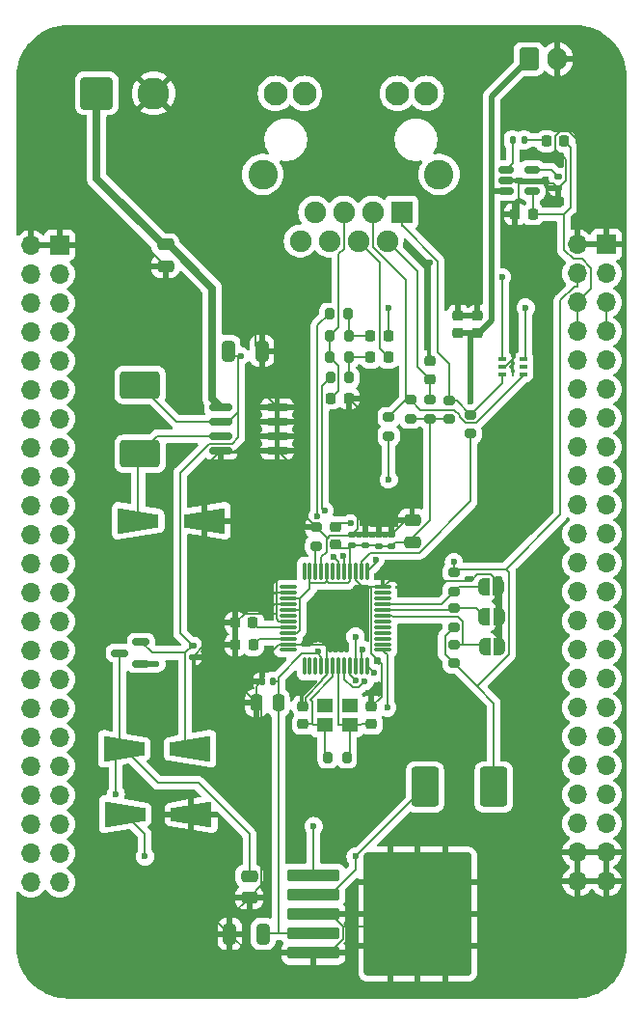
<source format=gbr>
%TF.GenerationSoftware,KiCad,Pcbnew,8.0.8*%
%TF.CreationDate,2025-03-18T13:34:46+03:00*%
%TF.ProjectId,s0-base-board,73302d62-6173-4652-9d62-6f6172642e6b,rev?*%
%TF.SameCoordinates,Original*%
%TF.FileFunction,Copper,L1,Top*%
%TF.FilePolarity,Positive*%
%FSLAX46Y46*%
G04 Gerber Fmt 4.6, Leading zero omitted, Abs format (unit mm)*
G04 Created by KiCad (PCBNEW 8.0.8) date 2025-03-18 13:34:46*
%MOMM*%
%LPD*%
G01*
G04 APERTURE LIST*
G04 Aperture macros list*
%AMRoundRect*
0 Rectangle with rounded corners*
0 $1 Rounding radius*
0 $2 $3 $4 $5 $6 $7 $8 $9 X,Y pos of 4 corners*
0 Add a 4 corners polygon primitive as box body*
4,1,4,$2,$3,$4,$5,$6,$7,$8,$9,$2,$3,0*
0 Add four circle primitives for the rounded corners*
1,1,$1+$1,$2,$3*
1,1,$1+$1,$4,$5*
1,1,$1+$1,$6,$7*
1,1,$1+$1,$8,$9*
0 Add four rect primitives between the rounded corners*
20,1,$1+$1,$2,$3,$4,$5,0*
20,1,$1+$1,$4,$5,$6,$7,0*
20,1,$1+$1,$6,$7,$8,$9,0*
20,1,$1+$1,$8,$9,$2,$3,0*%
%AMOutline4P*
0 Free polygon, 4 corners , with rotation*
0 The origin of the aperture is its center*
0 number of corners: always 4*
0 $1 to $8 corner X, Y*
0 $9 Rotation angle, in degrees counterclockwise*
0 create outline with 4 corners*
4,1,4,$1,$2,$3,$4,$5,$6,$7,$8,$1,$2,$9*%
%AMFreePoly0*
4,1,19,0.500000,-0.750000,0.000000,-0.750000,0.000000,-0.744911,-0.071157,-0.744911,-0.207708,-0.704816,-0.327430,-0.627875,-0.420627,-0.520320,-0.479746,-0.390866,-0.500000,-0.250000,-0.500000,0.250000,-0.479746,0.390866,-0.420627,0.520320,-0.327430,0.627875,-0.207708,0.704816,-0.071157,0.744911,0.000000,0.744911,0.000000,0.750000,0.500000,0.750000,0.500000,-0.750000,0.500000,-0.750000,
$1*%
%AMFreePoly1*
4,1,19,0.000000,0.744911,0.071157,0.744911,0.207708,0.704816,0.327430,0.627875,0.420627,0.520320,0.479746,0.390866,0.500000,0.250000,0.500000,-0.250000,0.479746,-0.390866,0.420627,-0.520320,0.327430,-0.627875,0.207708,-0.704816,0.071157,-0.744911,0.000000,-0.744911,0.000000,-0.750000,-0.500000,-0.750000,-0.500000,0.750000,0.000000,0.750000,0.000000,0.744911,0.000000,0.744911,
$1*%
G04 Aperture macros list end*
%TA.AperFunction,SMDPad,CuDef*%
%ADD10RoundRect,0.250000X-0.925000X-1.500000X0.925000X-1.500000X0.925000X1.500000X-0.925000X1.500000X0*%
%TD*%
%TA.AperFunction,SMDPad,CuDef*%
%ADD11RoundRect,0.250000X-0.325000X-0.650000X0.325000X-0.650000X0.325000X0.650000X-0.325000X0.650000X0*%
%TD*%
%TA.AperFunction,SMDPad,CuDef*%
%ADD12Outline4P,-1.800000X-1.150000X1.800000X-0.550000X1.800000X0.550000X-1.800000X1.150000X0.000000*%
%TD*%
%TA.AperFunction,SMDPad,CuDef*%
%ADD13Outline4P,-1.800000X-1.150000X1.800000X-0.550000X1.800000X0.550000X-1.800000X1.150000X180.000000*%
%TD*%
%TA.AperFunction,ComponentPad*%
%ADD14R,1.700000X1.700000*%
%TD*%
%TA.AperFunction,ComponentPad*%
%ADD15O,1.700000X1.700000*%
%TD*%
%TA.AperFunction,SMDPad,CuDef*%
%ADD16R,1.400000X1.200000*%
%TD*%
%TA.AperFunction,SMDPad,CuDef*%
%ADD17RoundRect,0.250000X1.500000X-0.925000X1.500000X0.925000X-1.500000X0.925000X-1.500000X-0.925000X0*%
%TD*%
%TA.AperFunction,SMDPad,CuDef*%
%ADD18RoundRect,0.075000X-0.075000X0.662500X-0.075000X-0.662500X0.075000X-0.662500X0.075000X0.662500X0*%
%TD*%
%TA.AperFunction,SMDPad,CuDef*%
%ADD19RoundRect,0.075000X-0.662500X0.075000X-0.662500X-0.075000X0.662500X-0.075000X0.662500X0.075000X0*%
%TD*%
%TA.AperFunction,SMDPad,CuDef*%
%ADD20RoundRect,0.200000X0.200000X0.275000X-0.200000X0.275000X-0.200000X-0.275000X0.200000X-0.275000X0*%
%TD*%
%TA.AperFunction,ComponentPad*%
%ADD21RoundRect,0.250000X-0.600000X-0.750000X0.600000X-0.750000X0.600000X0.750000X-0.600000X0.750000X0*%
%TD*%
%TA.AperFunction,ComponentPad*%
%ADD22O,1.700000X2.000000*%
%TD*%
%TA.AperFunction,SMDPad,CuDef*%
%ADD23RoundRect,0.225000X0.250000X-0.225000X0.250000X0.225000X-0.250000X0.225000X-0.250000X-0.225000X0*%
%TD*%
%TA.AperFunction,SMDPad,CuDef*%
%ADD24RoundRect,0.200000X-0.275000X0.200000X-0.275000X-0.200000X0.275000X-0.200000X0.275000X0.200000X0*%
%TD*%
%TA.AperFunction,SMDPad,CuDef*%
%ADD25RoundRect,0.150000X-0.512500X-0.150000X0.512500X-0.150000X0.512500X0.150000X-0.512500X0.150000X0*%
%TD*%
%TA.AperFunction,SMDPad,CuDef*%
%ADD26RoundRect,0.225000X0.225000X0.250000X-0.225000X0.250000X-0.225000X-0.250000X0.225000X-0.250000X0*%
%TD*%
%TA.AperFunction,SMDPad,CuDef*%
%ADD27RoundRect,0.140000X0.170000X-0.140000X0.170000X0.140000X-0.170000X0.140000X-0.170000X-0.140000X0*%
%TD*%
%TA.AperFunction,SMDPad,CuDef*%
%ADD28FreePoly0,180.000000*%
%TD*%
%TA.AperFunction,SMDPad,CuDef*%
%ADD29FreePoly1,180.000000*%
%TD*%
%TA.AperFunction,SMDPad,CuDef*%
%ADD30RoundRect,0.250000X-2.050000X-0.300000X2.050000X-0.300000X2.050000X0.300000X-2.050000X0.300000X0*%
%TD*%
%TA.AperFunction,SMDPad,CuDef*%
%ADD31RoundRect,0.250000X-2.025000X-2.375000X2.025000X-2.375000X2.025000X2.375000X-2.025000X2.375000X0*%
%TD*%
%TA.AperFunction,SMDPad,CuDef*%
%ADD32RoundRect,0.250002X-4.449998X-5.149998X4.449998X-5.149998X4.449998X5.149998X-4.449998X5.149998X0*%
%TD*%
%TA.AperFunction,SMDPad,CuDef*%
%ADD33RoundRect,0.200000X0.275000X-0.200000X0.275000X0.200000X-0.275000X0.200000X-0.275000X-0.200000X0*%
%TD*%
%TA.AperFunction,SMDPad,CuDef*%
%ADD34RoundRect,0.250000X0.250000X0.475000X-0.250000X0.475000X-0.250000X-0.475000X0.250000X-0.475000X0*%
%TD*%
%TA.AperFunction,SMDPad,CuDef*%
%ADD35RoundRect,0.218750X-0.256250X0.218750X-0.256250X-0.218750X0.256250X-0.218750X0.256250X0.218750X0*%
%TD*%
%TA.AperFunction,SMDPad,CuDef*%
%ADD36RoundRect,0.135000X0.135000X0.185000X-0.135000X0.185000X-0.135000X-0.185000X0.135000X-0.185000X0*%
%TD*%
%TA.AperFunction,SMDPad,CuDef*%
%ADD37RoundRect,0.225000X-0.250000X0.225000X-0.250000X-0.225000X0.250000X-0.225000X0.250000X0.225000X0*%
%TD*%
%TA.AperFunction,SMDPad,CuDef*%
%ADD38RoundRect,0.250000X0.475000X-0.250000X0.475000X0.250000X-0.475000X0.250000X-0.475000X-0.250000X0*%
%TD*%
%TA.AperFunction,SMDPad,CuDef*%
%ADD39RoundRect,0.250000X-0.475000X0.250000X-0.475000X-0.250000X0.475000X-0.250000X0.475000X0.250000X0*%
%TD*%
%TA.AperFunction,SMDPad,CuDef*%
%ADD40RoundRect,0.150000X0.587500X0.150000X-0.587500X0.150000X-0.587500X-0.150000X0.587500X-0.150000X0*%
%TD*%
%TA.AperFunction,SMDPad,CuDef*%
%ADD41RoundRect,0.150000X-0.825000X-0.150000X0.825000X-0.150000X0.825000X0.150000X-0.825000X0.150000X0*%
%TD*%
%TA.AperFunction,ComponentPad*%
%ADD42R,1.900000X1.900000*%
%TD*%
%TA.AperFunction,ComponentPad*%
%ADD43C,1.900000*%
%TD*%
%TA.AperFunction,ComponentPad*%
%ADD44C,2.100000*%
%TD*%
%TA.AperFunction,ComponentPad*%
%ADD45C,2.600000*%
%TD*%
%TA.AperFunction,SMDPad,CuDef*%
%ADD46RoundRect,0.250000X0.325000X0.650000X-0.325000X0.650000X-0.325000X-0.650000X0.325000X-0.650000X0*%
%TD*%
%TA.AperFunction,SMDPad,CuDef*%
%ADD47RoundRect,0.140000X0.140000X0.170000X-0.140000X0.170000X-0.140000X-0.170000X0.140000X-0.170000X0*%
%TD*%
%TA.AperFunction,SMDPad,CuDef*%
%ADD48RoundRect,0.135000X0.185000X-0.135000X0.185000X0.135000X-0.185000X0.135000X-0.185000X-0.135000X0*%
%TD*%
%TA.AperFunction,SMDPad,CuDef*%
%ADD49RoundRect,0.100000X-0.225000X-0.100000X0.225000X-0.100000X0.225000X0.100000X-0.225000X0.100000X0*%
%TD*%
%TA.AperFunction,ComponentPad*%
%ADD50RoundRect,0.250001X-1.149999X-1.149999X1.149999X-1.149999X1.149999X1.149999X-1.149999X1.149999X0*%
%TD*%
%TA.AperFunction,ComponentPad*%
%ADD51C,2.800000*%
%TD*%
%TA.AperFunction,SMDPad,CuDef*%
%ADD52RoundRect,0.218750X-0.218750X-0.256250X0.218750X-0.256250X0.218750X0.256250X-0.218750X0.256250X0*%
%TD*%
%TA.AperFunction,SMDPad,CuDef*%
%ADD53RoundRect,0.225000X-0.225000X-0.250000X0.225000X-0.250000X0.225000X0.250000X-0.225000X0.250000X0*%
%TD*%
%TA.AperFunction,SMDPad,CuDef*%
%ADD54RoundRect,0.200000X-0.200000X-0.275000X0.200000X-0.275000X0.200000X0.275000X-0.200000X0.275000X0*%
%TD*%
%TA.AperFunction,ViaPad*%
%ADD55C,0.600000*%
%TD*%
%TA.AperFunction,Conductor*%
%ADD56C,0.200000*%
%TD*%
%TA.AperFunction,Conductor*%
%ADD57C,0.550000*%
%TD*%
%TA.AperFunction,Conductor*%
%ADD58C,0.700000*%
%TD*%
G04 APERTURE END LIST*
D10*
%TO.P,L2,1,1*%
%TO.N,Net-(D4-K)*%
X194875000Y-110150000D03*
%TO.P,L2,2,2*%
%TO.N,+3V3*%
X200925000Y-110150000D03*
%TD*%
D11*
%TO.P,C6,1*%
%TO.N,+5V*%
X177600000Y-71900000D03*
%TO.P,C6,2*%
%TO.N,GND*%
X180550000Y-71900000D03*
%TD*%
D12*
%TO.P,D2,1,K*%
%TO.N,Net-(D2-K)*%
X169700000Y-86800000D03*
D13*
%TO.P,D2,2,A*%
%TO.N,GND*%
X175500000Y-86800000D03*
%TD*%
D14*
%TO.P,J5,1,Pin_1*%
%TO.N,GND*%
X210800000Y-62560000D03*
D15*
%TO.P,J5,2,Pin_2*%
X208260000Y-62560000D03*
%TO.P,J5,3,Pin_3*%
%TO.N,+3V3*%
X210800000Y-65100000D03*
%TO.P,J5,4,Pin_4*%
X208260000Y-65100000D03*
%TO.P,J5,5,Pin_5*%
%TO.N,+5V*%
X210800000Y-67640000D03*
%TO.P,J5,6,Pin_6*%
X208260000Y-67640000D03*
%TO.P,J5,7,Pin_7*%
X210800000Y-70180000D03*
%TO.P,J5,8,Pin_8*%
X208260000Y-70180000D03*
%TO.P,J5,9,Pin_9*%
%TO.N,unconnected-(J5-Pin_9-Pad9)*%
X210800000Y-72720000D03*
%TO.P,J5,10,Pin_10*%
%TO.N,unconnected-(J5-Pin_10-Pad10)*%
X208260000Y-72720000D03*
%TO.P,J5,11,Pin_11*%
%TO.N,unconnected-(J5-Pin_11-Pad11)*%
X210800000Y-75260000D03*
%TO.P,J5,12,Pin_12*%
%TO.N,unconnected-(J5-Pin_12-Pad12)*%
X208260000Y-75260000D03*
%TO.P,J5,13,Pin_13*%
%TO.N,unconnected-(J5-Pin_13-Pad13)*%
X210800000Y-77800000D03*
%TO.P,J5,14,Pin_14*%
%TO.N,unconnected-(J5-Pin_14-Pad14)*%
X208260000Y-77800000D03*
%TO.P,J5,15,Pin_15*%
%TO.N,unconnected-(J5-Pin_15-Pad15)*%
X210800000Y-80340000D03*
%TO.P,J5,16,Pin_16*%
%TO.N,unconnected-(J5-Pin_16-Pad16)*%
X208260000Y-80340000D03*
%TO.P,J5,17,Pin_17*%
%TO.N,unconnected-(J5-Pin_17-Pad17)*%
X210800000Y-82880000D03*
%TO.P,J5,18,Pin_18*%
%TO.N,unconnected-(J5-Pin_18-Pad18)*%
X208260000Y-82880000D03*
%TO.P,J5,19,Pin_19*%
%TO.N,unconnected-(J5-Pin_19-Pad19)*%
X210800000Y-85420000D03*
%TO.P,J5,20,Pin_20*%
%TO.N,unconnected-(J5-Pin_20-Pad20)*%
X208260000Y-85420000D03*
%TO.P,J5,21,Pin_21*%
%TO.N,unconnected-(J5-Pin_21-Pad21)*%
X210800000Y-87960000D03*
%TO.P,J5,22,Pin_22*%
%TO.N,unconnected-(J5-Pin_22-Pad22)*%
X208260000Y-87960000D03*
%TO.P,J5,23,Pin_23*%
%TO.N,unconnected-(J5-Pin_23-Pad23)*%
X210800000Y-90500000D03*
%TO.P,J5,24,Pin_24*%
%TO.N,unconnected-(J5-Pin_24-Pad24)*%
X208260000Y-90500000D03*
%TO.P,J5,25,Pin_25*%
%TO.N,unconnected-(J5-Pin_25-Pad25)*%
X210800000Y-93040000D03*
%TO.P,J5,26,Pin_26*%
%TO.N,unconnected-(J5-Pin_26-Pad26)*%
X208260000Y-93040000D03*
%TO.P,J5,27,Pin_27*%
%TO.N,unconnected-(J5-Pin_27-Pad27)*%
X210800000Y-95580000D03*
%TO.P,J5,28,Pin_28*%
%TO.N,unconnected-(J5-Pin_28-Pad28)*%
X208260000Y-95580000D03*
%TO.P,J5,29,Pin_29*%
%TO.N,N/C*%
X210800000Y-98120000D03*
%TO.P,J5,30,Pin_30*%
X208260000Y-98120000D03*
%TO.P,J5,31,Pin_31*%
X210800000Y-100660000D03*
%TO.P,J5,32,Pin_32*%
X208260000Y-100660000D03*
%TO.P,J5,33,Pin_33*%
X210800000Y-103200000D03*
%TO.P,J5,34,Pin_34*%
X208260000Y-103200000D03*
%TO.P,J5,35,Pin_35*%
%TO.N,unconnected-(J5-Pin_35-Pad35)*%
X210800000Y-105740000D03*
%TO.P,J5,36,Pin_36*%
%TO.N,unconnected-(J5-Pin_36-Pad36)*%
X208260000Y-105740000D03*
%TO.P,J5,37,Pin_37*%
%TO.N,unconnected-(J5-Pin_37-Pad37)*%
X210800000Y-108280000D03*
%TO.P,J5,38,Pin_38*%
%TO.N,unconnected-(J5-Pin_38-Pad38)*%
X208260000Y-108280000D03*
%TO.P,J5,39,Pin_39*%
%TO.N,unconnected-(J5-Pin_39-Pad39)*%
X210800000Y-110820000D03*
%TO.P,J5,40,Pin_40*%
%TO.N,unconnected-(J5-Pin_40-Pad40)*%
X208260000Y-110820000D03*
%TO.P,J5,41,Pin_41*%
%TO.N,unconnected-(J5-Pin_41-Pad41)*%
X210800000Y-113360000D03*
%TO.P,J5,42,Pin_42*%
%TO.N,unconnected-(J5-Pin_42-Pad42)*%
X208260000Y-113360000D03*
%TO.P,J5,43,Pin_43*%
%TO.N,GND*%
X210800000Y-115900000D03*
%TO.P,J5,44,Pin_44*%
X208260000Y-115900000D03*
%TO.P,J5,45,Pin_45*%
X210800000Y-118440000D03*
%TO.P,J5,46,Pin_46*%
X208260000Y-118440000D03*
%TD*%
D16*
%TO.P,Y1,1,1*%
%TO.N,Net-(U4-XI{slash}CLKIN)*%
X186050000Y-104700000D03*
%TO.P,Y1,2,2*%
%TO.N,Net-(U4-XO)*%
X188250000Y-104700000D03*
%TO.P,Y1,3*%
%TO.N,N/C*%
X188250000Y-103000000D03*
%TO.P,Y1,4*%
X186050000Y-103000000D03*
%TD*%
D17*
%TO.P,L1,1,1*%
%TO.N,Net-(D2-K)*%
X169850000Y-80925000D03*
%TO.P,L1,2,2*%
%TO.N,+5V*%
X169850000Y-74875000D03*
%TD*%
D18*
%TO.P,U4,1,TXN*%
%TO.N,TXN*%
X189775000Y-91212500D03*
%TO.P,U4,2,TXP*%
%TO.N,TXP*%
X189275000Y-91212500D03*
%TO.P,U4,3,AGND*%
%TO.N,GND*%
X188775000Y-91212500D03*
%TO.P,U4,4,AVDD*%
%TO.N,VCCA*%
X188275000Y-91212500D03*
%TO.P,U4,5,RXN*%
%TO.N,RXN*%
X187775000Y-91212500D03*
%TO.P,U4,6,RXP*%
%TO.N,RXP*%
X187275000Y-91212500D03*
%TO.P,U4,7,DNC*%
%TO.N,unconnected-(U4-DNC-Pad7)*%
X186775000Y-91212500D03*
%TO.P,U4,8,AVDD*%
%TO.N,VCCA*%
X186275000Y-91212500D03*
%TO.P,U4,9,AGND*%
%TO.N,GND*%
X185775000Y-91212500D03*
%TO.P,U4,10,EXRES1*%
%TO.N,Net-(U4-EXRES1)*%
X185275000Y-91212500D03*
%TO.P,U4,11,AVDD*%
%TO.N,VCCA*%
X184775000Y-91212500D03*
%TO.P,U4,12,NC*%
%TO.N,unconnected-(U4-NC-Pad12)*%
X184275000Y-91212500D03*
D19*
%TO.P,U4,13,NC*%
%TO.N,unconnected-(U4-NC-Pad13)*%
X182862500Y-92625000D03*
%TO.P,U4,14,AGND*%
%TO.N,GND*%
X182862500Y-93125000D03*
%TO.P,U4,15,AVDD*%
%TO.N,VCCA*%
X182862500Y-93625000D03*
%TO.P,U4,16,AGND*%
%TO.N,GND*%
X182862500Y-94125000D03*
%TO.P,U4,17,AVDD*%
%TO.N,VCCA*%
X182862500Y-94625000D03*
%TO.P,U4,18,VBG*%
%TO.N,unconnected-(U4-VBG-Pad18)*%
X182862500Y-95125000D03*
%TO.P,U4,19,AGND*%
%TO.N,GND*%
X182862500Y-95625000D03*
%TO.P,U4,20,TOCAP*%
%TO.N,Net-(U4-TOCAP)*%
X182862500Y-96125000D03*
%TO.P,U4,21,AVDD*%
%TO.N,VCCA*%
X182862500Y-96625000D03*
%TO.P,U4,22,1V2O*%
%TO.N,Net-(U4-1V2O)*%
X182862500Y-97125000D03*
%TO.P,U4,23,RSVD*%
%TO.N,GND*%
X182862500Y-97625000D03*
%TO.P,U4,24,SPDLED*%
%TO.N,unconnected-(U4-SPDLED-Pad24)*%
X182862500Y-98125000D03*
D18*
%TO.P,U4,25,LINKLED*%
%TO.N,LINKLED*%
X184275000Y-99537500D03*
%TO.P,U4,26,DUPLED*%
%TO.N,unconnected-(U4-DUPLED-Pad26)*%
X184775000Y-99537500D03*
%TO.P,U4,27,ACTLED*%
%TO.N,ACTLED*%
X185275000Y-99537500D03*
%TO.P,U4,28,VDD*%
%TO.N,+3V3*%
X185775000Y-99537500D03*
%TO.P,U4,29,GND*%
%TO.N,GND*%
X186275000Y-99537500D03*
%TO.P,U4,30,XI/CLKIN*%
%TO.N,Net-(U4-XI{slash}CLKIN)*%
X186775000Y-99537500D03*
%TO.P,U4,31,XO*%
%TO.N,Net-(U4-XO)*%
X187275000Y-99537500D03*
%TO.P,U4,32,~{SCS}*%
%TO.N,CS*%
X187775000Y-99537500D03*
%TO.P,U4,33,SCLK*%
%TO.N,SCLK*%
X188275000Y-99537500D03*
%TO.P,U4,34,MISO*%
%TO.N,MISO*%
X188775000Y-99537500D03*
%TO.P,U4,35,MOSI*%
%TO.N,MOSI*%
X189275000Y-99537500D03*
%TO.P,U4,36,~{INT}*%
%TO.N,INT*%
X189775000Y-99537500D03*
D19*
%TO.P,U4,37,~{RST}*%
%TO.N,RST*%
X191187500Y-98125000D03*
%TO.P,U4,38,RSVD*%
%TO.N,unconnected-(U4-RSVD-Pad38)*%
X191187500Y-97625000D03*
%TO.P,U4,39,RSVD*%
%TO.N,unconnected-(U4-RSVD-Pad39)*%
X191187500Y-97125000D03*
%TO.P,U4,40,RSVD*%
%TO.N,unconnected-(U4-RSVD-Pad40)*%
X191187500Y-96625000D03*
%TO.P,U4,41,RSVD*%
%TO.N,unconnected-(U4-RSVD-Pad41)*%
X191187500Y-96125000D03*
%TO.P,U4,42,RSVD*%
%TO.N,unconnected-(U4-RSVD-Pad42)*%
X191187500Y-95625000D03*
%TO.P,U4,43,PMODE2*%
%TO.N,PMODE2*%
X191187500Y-95125000D03*
%TO.P,U4,44,PMODE1*%
%TO.N,PMODE1*%
X191187500Y-94625000D03*
%TO.P,U4,45,PMODE0*%
%TO.N,PMODE0*%
X191187500Y-94125000D03*
%TO.P,U4,46,NC*%
%TO.N,unconnected-(U4-NC-Pad46)*%
X191187500Y-93625000D03*
%TO.P,U4,47,NC*%
%TO.N,unconnected-(U4-NC-Pad47)*%
X191187500Y-93125000D03*
%TO.P,U4,48,AGND*%
%TO.N,GND*%
X191187500Y-92625000D03*
%TD*%
D20*
%TO.P,R12,1*%
%TO.N,Net-(C18-Pad1)*%
X188200000Y-72450000D03*
%TO.P,R12,2*%
%TO.N,Net-(J4-RCT)*%
X186550000Y-72450000D03*
%TD*%
%TO.P,R15,1*%
%TO.N,Net-(C19-Pad1)*%
X188200000Y-70550000D03*
%TO.P,R15,2*%
%TO.N,Net-(J4-RCT)*%
X186550000Y-70550000D03*
%TD*%
D21*
%TO.P,J3,1,Pin_1*%
%TO.N,VBAT*%
X204000000Y-46300000D03*
D22*
%TO.P,J3,2,Pin_2*%
%TO.N,GND*%
X206500000Y-46300000D03*
%TD*%
D23*
%TO.P,C11,1*%
%TO.N,Net-(U4-XO)*%
X190175000Y-104625000D03*
%TO.P,C11,2*%
%TO.N,GND*%
X190175000Y-103075000D03*
%TD*%
D24*
%TO.P,R9,1*%
%TO.N,GND*%
X185325000Y-87350000D03*
%TO.P,R9,2*%
%TO.N,Net-(U4-EXRES1)*%
X185325000Y-89000000D03*
%TD*%
D25*
%TO.P,U1,1,STAT*%
%TO.N,Net-(U1-STAT)*%
X202000000Y-56000000D03*
%TO.P,U1,2,V_{SS}*%
%TO.N,GND*%
X202000000Y-56950000D03*
%TO.P,U1,3,V_{BAT}*%
%TO.N,VBAT*%
X202000000Y-57900000D03*
%TO.P,U1,4,V_{DD}*%
%TO.N,+5V*%
X204275000Y-57900000D03*
%TO.P,U1,5,PROG*%
%TO.N,Net-(U1-PROG)*%
X204275000Y-56000000D03*
%TD*%
D26*
%TO.P,C15,1*%
%TO.N,Net-(U4-1V2O)*%
X179800000Y-97675000D03*
%TO.P,C15,2*%
%TO.N,GND*%
X178250000Y-97675000D03*
%TD*%
%TO.P,C1,1*%
%TO.N,+5V*%
X204350000Y-59900000D03*
%TO.P,C1,2*%
%TO.N,GND*%
X202800000Y-59900000D03*
%TD*%
D27*
%TO.P,C10,1*%
%TO.N,VCCA*%
X189650000Y-88985000D03*
%TO.P,C10,2*%
%TO.N,GND*%
X189650000Y-88025000D03*
%TD*%
D28*
%TO.P,JP3,1,A*%
%TO.N,GND*%
X201425000Y-97875000D03*
D29*
%TO.P,JP3,2,B*%
%TO.N,PMODE2*%
X200125000Y-97875000D03*
%TD*%
D30*
%TO.P,U3,1,VIN*%
%TO.N,Net-(D3-K)*%
X185100000Y-117900000D03*
%TO.P,U3,2,OUT*%
%TO.N,Net-(D4-K)*%
X185100000Y-119600000D03*
%TO.P,U3,3,GND*%
%TO.N,GND*%
X185100000Y-121300000D03*
D31*
X191825000Y-118525000D03*
X191825000Y-124075000D03*
D32*
X194250000Y-121300000D03*
D31*
X196675000Y-118525000D03*
X196675000Y-124075000D03*
D30*
%TO.P,U3,4,FB*%
%TO.N,+3V3*%
X185100000Y-123000000D03*
%TO.P,U3,5,~{ON}/OFF*%
%TO.N,GND*%
X185100000Y-124700000D03*
%TD*%
D33*
%TO.P,R6,1*%
%TO.N,+3V3*%
X197425000Y-96100000D03*
%TO.P,R6,2*%
%TO.N,PMODE1*%
X197425000Y-94450000D03*
%TD*%
D24*
%TO.P,R14,1*%
%TO.N,Net-(J4-TD-)*%
X191700000Y-77700000D03*
%TO.P,R14,2*%
%TO.N,TXN*%
X191700000Y-79350000D03*
%TD*%
D34*
%TO.P,C12,1*%
%TO.N,+3V3*%
X182000000Y-102775000D03*
%TO.P,C12,2*%
%TO.N,GND*%
X180100000Y-102775000D03*
%TD*%
D33*
%TO.P,R18,1*%
%TO.N,VCCA*%
X195300000Y-77850000D03*
%TO.P,R18,2*%
%TO.N,Net-(J4-TCT)*%
X195300000Y-76200000D03*
%TD*%
D35*
%TO.P,L3,1,1*%
%TO.N,+3V3*%
X187000000Y-87312500D03*
%TO.P,L3,2,2*%
%TO.N,VCCA*%
X187000000Y-88887500D03*
%TD*%
D20*
%TO.P,R10,1*%
%TO.N,Net-(C18-Pad1)*%
X188225000Y-74250000D03*
%TO.P,R10,2*%
%TO.N,RXP*%
X186575000Y-74250000D03*
%TD*%
D36*
%TO.P,R4,1*%
%TO.N,Net-(D1-K)*%
X203585000Y-53400000D03*
%TO.P,R4,2*%
%TO.N,Net-(U1-STAT)*%
X202565000Y-53400000D03*
%TD*%
D33*
%TO.P,R17,1*%
%TO.N,VCCA*%
X197000000Y-77875000D03*
%TO.P,R17,2*%
%TO.N,Net-(J4-TD+)*%
X197000000Y-76225000D03*
%TD*%
D37*
%TO.P,C20,1*%
%TO.N,GND*%
X195300000Y-72800000D03*
%TO.P,C20,2*%
%TO.N,Net-(J4-TCT)*%
X195300000Y-74350000D03*
%TD*%
D23*
%TO.P,C3,1*%
%TO.N,VBAT*%
X197800000Y-70325000D03*
%TO.P,C3,2*%
%TO.N,GND*%
X197800000Y-68775000D03*
%TD*%
D14*
%TO.P,J6,1,Pin_1*%
%TO.N,GND*%
X162800000Y-62610000D03*
D15*
%TO.P,J6,2,Pin_2*%
X160260000Y-62610000D03*
%TO.P,J6,3,Pin_3*%
%TO.N,unconnected-(J6-Pin_3-Pad3)*%
X162800000Y-65150000D03*
%TO.P,J6,4,Pin_4*%
%TO.N,unconnected-(J6-Pin_4-Pad4)*%
X160260000Y-65150000D03*
%TO.P,J6,5,Pin_5*%
%TO.N,unconnected-(J6-Pin_5-Pad5)*%
X162800000Y-67690000D03*
%TO.P,J6,6,Pin_6*%
%TO.N,unconnected-(J6-Pin_6-Pad6)*%
X160260000Y-67690000D03*
%TO.P,J6,7,Pin_7*%
%TO.N,unconnected-(J6-Pin_7-Pad7)*%
X162800000Y-70230000D03*
%TO.P,J6,8,Pin_8*%
%TO.N,unconnected-(J6-Pin_8-Pad8)*%
X160260000Y-70230000D03*
%TO.P,J6,9,Pin_9*%
%TO.N,unconnected-(J6-Pin_9-Pad9)*%
X162800000Y-72770000D03*
%TO.P,J6,10,Pin_10*%
%TO.N,unconnected-(J6-Pin_10-Pad10)*%
X160260000Y-72770000D03*
%TO.P,J6,11,Pin_11*%
%TO.N,unconnected-(J6-Pin_11-Pad11)*%
X162800000Y-75310000D03*
%TO.P,J6,12,Pin_12*%
%TO.N,unconnected-(J6-Pin_12-Pad12)*%
X160260000Y-75310000D03*
%TO.P,J6,13,Pin_13*%
%TO.N,unconnected-(J6-Pin_13-Pad13)*%
X162800000Y-77850000D03*
%TO.P,J6,14,Pin_14*%
%TO.N,unconnected-(J6-Pin_14-Pad14)*%
X160260000Y-77850000D03*
%TO.P,J6,15,Pin_15*%
%TO.N,unconnected-(J6-Pin_15-Pad15)*%
X162800000Y-80390000D03*
%TO.P,J6,16,Pin_16*%
%TO.N,unconnected-(J6-Pin_16-Pad16)*%
X160260000Y-80390000D03*
%TO.P,J6,17,Pin_17*%
%TO.N,unconnected-(J6-Pin_17-Pad17)*%
X162800000Y-82930000D03*
%TO.P,J6,18,Pin_18*%
%TO.N,unconnected-(J6-Pin_18-Pad18)*%
X160260000Y-82930000D03*
%TO.P,J6,19,Pin_19*%
%TO.N,unconnected-(J6-Pin_19-Pad19)*%
X162800000Y-85470000D03*
%TO.P,J6,20,Pin_20*%
%TO.N,unconnected-(J6-Pin_20-Pad20)*%
X160260000Y-85470000D03*
%TO.P,J6,21,Pin_21*%
%TO.N,unconnected-(J6-Pin_21-Pad21)*%
X162800000Y-88010000D03*
%TO.P,J6,22,Pin_22*%
%TO.N,unconnected-(J6-Pin_22-Pad22)*%
X160260000Y-88010000D03*
%TO.P,J6,23,Pin_23*%
%TO.N,unconnected-(J6-Pin_23-Pad23)*%
X162800000Y-90550000D03*
%TO.P,J6,24,Pin_24*%
%TO.N,unconnected-(J6-Pin_24-Pad24)*%
X160260000Y-90550000D03*
%TO.P,J6,25,Pin_25*%
%TO.N,unconnected-(J6-Pin_25-Pad25)*%
X162800000Y-93090000D03*
%TO.P,J6,26,Pin_26*%
%TO.N,unconnected-(J6-Pin_26-Pad26)*%
X160260000Y-93090000D03*
%TO.P,J6,27,Pin_27*%
%TO.N,unconnected-(J6-Pin_27-Pad27)*%
X162800000Y-95630000D03*
%TO.P,J6,28,Pin_28*%
%TO.N,unconnected-(J6-Pin_28-Pad28)*%
X160260000Y-95630000D03*
%TO.P,J6,29,Pin_29*%
%TO.N,MISO*%
X162800000Y-98170000D03*
%TO.P,J6,30,Pin_30*%
%TO.N,MOSI*%
X160260000Y-98170000D03*
%TO.P,J6,31,Pin_31*%
%TO.N,SCLK*%
X162800000Y-100710000D03*
%TO.P,J6,32,Pin_32*%
%TO.N,CS*%
X160260000Y-100710000D03*
%TO.P,J6,33,Pin_33*%
%TO.N,INT*%
X162800000Y-103250000D03*
%TO.P,J6,34,Pin_34*%
%TO.N,RST*%
X160260000Y-103250000D03*
%TO.P,J6,35,Pin_35*%
%TO.N,unconnected-(J6-Pin_35-Pad35)*%
X162800000Y-105790000D03*
%TO.P,J6,36,Pin_36*%
%TO.N,unconnected-(J6-Pin_36-Pad36)*%
X160260000Y-105790000D03*
%TO.P,J6,37,Pin_37*%
%TO.N,unconnected-(J6-Pin_37-Pad37)*%
X162800000Y-108330000D03*
%TO.P,J6,38,Pin_38*%
%TO.N,unconnected-(J6-Pin_38-Pad38)*%
X160260000Y-108330000D03*
%TO.P,J6,39,Pin_39*%
%TO.N,unconnected-(J6-Pin_39-Pad39)*%
X162800000Y-110870000D03*
%TO.P,J6,40,Pin_40*%
%TO.N,unconnected-(J6-Pin_40-Pad40)*%
X160260000Y-110870000D03*
%TO.P,J6,41,Pin_41*%
%TO.N,unconnected-(J6-Pin_41-Pad41)*%
X162800000Y-113410000D03*
%TO.P,J6,42,Pin_42*%
%TO.N,unconnected-(J6-Pin_42-Pad42)*%
X160260000Y-113410000D03*
%TO.P,J6,43,Pin_43*%
%TO.N,unconnected-(J6-Pin_43-Pad43)*%
X162800000Y-115950000D03*
%TO.P,J6,44,Pin_44*%
%TO.N,unconnected-(J6-Pin_44-Pad44)*%
X160260000Y-115950000D03*
%TO.P,J6,45,Pin_45*%
%TO.N,unconnected-(J6-Pin_45-Pad45)*%
X162800000Y-118490000D03*
%TO.P,J6,46,Pin_46*%
%TO.N,unconnected-(J6-Pin_46-Pad46)*%
X160260000Y-118490000D03*
%TD*%
D28*
%TO.P,JP2,1,A*%
%TO.N,GND*%
X201375000Y-95175000D03*
D29*
%TO.P,JP2,2,B*%
%TO.N,PMODE1*%
X200075000Y-95175000D03*
%TD*%
D38*
%TO.P,C21,1*%
%TO.N,VCCA*%
X193750000Y-88650000D03*
%TO.P,C21,2*%
%TO.N,GND*%
X193750000Y-86750000D03*
%TD*%
D39*
%TO.P,C5,1*%
%TO.N,Net-(D3-K)*%
X179450000Y-117950000D03*
%TO.P,C5,2*%
%TO.N,GND*%
X179450000Y-119850000D03*
%TD*%
D40*
%TO.P,Q1,1,D*%
%TO.N,VBAT*%
X169950000Y-99340000D03*
%TO.P,Q1,2,G*%
%TO.N,+5V*%
X169950000Y-97440000D03*
%TO.P,Q1,3,S*%
%TO.N,Net-(D3-K)*%
X168075000Y-98390000D03*
%TD*%
D41*
%TO.P,U2,1,VIN*%
%TO.N,VIN*%
X176950000Y-76840000D03*
%TO.P,U2,2,OUT*%
%TO.N,+5V*%
X176950000Y-78110000D03*
%TO.P,U2,3,FB*%
%TO.N,Net-(D2-K)*%
X176950000Y-79380000D03*
%TO.P,U2,4,~{EN}*%
%TO.N,GND*%
X176950000Y-80650000D03*
%TO.P,U2,5,GND*%
X181900000Y-80650000D03*
%TO.P,U2,6,GND*%
X181900000Y-79380000D03*
%TO.P,U2,7,GND*%
X181900000Y-78110000D03*
%TO.P,U2,8,GND*%
X181900000Y-76840000D03*
%TD*%
D33*
%TO.P,R7,1*%
%TO.N,+3V3*%
X197425000Y-99300000D03*
%TO.P,R7,2*%
%TO.N,PMODE2*%
X197425000Y-97650000D03*
%TD*%
D26*
%TO.P,C17,1*%
%TO.N,Net-(U4-TOCAP)*%
X179775000Y-95750000D03*
%TO.P,C17,2*%
%TO.N,GND*%
X178225000Y-95750000D03*
%TD*%
D23*
%TO.P,C8,1*%
%TO.N,Net-(U4-XI{slash}CLKIN)*%
X184175000Y-104625000D03*
%TO.P,C8,2*%
%TO.N,GND*%
X184175000Y-103075000D03*
%TD*%
D42*
%TO.P,J4,1,TD+*%
%TO.N,Net-(J4-TD+)*%
X192820000Y-59710000D03*
D43*
%TO.P,J4,2,TCT*%
%TO.N,Net-(J4-TCT)*%
X191550000Y-62250000D03*
%TO.P,J4,3,TD-*%
%TO.N,Net-(J4-TD-)*%
X190280000Y-59710000D03*
%TO.P,J4,4,RD+*%
%TO.N,Net-(J4-RD+)*%
X189010000Y-62250000D03*
%TO.P,J4,5,RCT*%
%TO.N,Net-(J4-RCT)*%
X187740000Y-59710000D03*
%TO.P,J4,6,RD-*%
%TO.N,Net-(J4-RD-)*%
X186470000Y-62250000D03*
%TO.P,J4,7,NC*%
%TO.N,unconnected-(J4-NC-Pad7)*%
X185200000Y-59710000D03*
%TO.P,J4,8*%
%TO.N,unconnected-(J4-Pad8)*%
X183930000Y-62250000D03*
D44*
%TO.P,J4,L1*%
%TO.N,unconnected-(J4-PadL1)*%
X195000000Y-49300000D03*
%TO.P,J4,L2*%
%TO.N,unconnected-(J4-PadL2)*%
X192460000Y-49300000D03*
%TO.P,J4,L3*%
%TO.N,unconnected-(J4-PadL3)*%
X184290000Y-49300000D03*
%TO.P,J4,L4*%
%TO.N,unconnected-(J4-PadL4)*%
X181750000Y-49300000D03*
D45*
%TO.P,J4,SH*%
%TO.N,unconnected-(J4-PadSH)*%
X196120000Y-56410000D03*
X180630000Y-56410000D03*
%TD*%
D46*
%TO.P,C7,1*%
%TO.N,+3V3*%
X180675000Y-123050000D03*
%TO.P,C7,2*%
%TO.N,GND*%
X177725000Y-123050000D03*
%TD*%
D12*
%TO.P,D4,1,K*%
%TO.N,Net-(D4-K)*%
X168550000Y-112550000D03*
D13*
%TO.P,D4,2,A*%
%TO.N,GND*%
X174350000Y-112550000D03*
%TD*%
D47*
%TO.P,C14,1*%
%TO.N,+3V3*%
X181530000Y-100875000D03*
%TO.P,C14,2*%
%TO.N,GND*%
X180570000Y-100875000D03*
%TD*%
D48*
%TO.P,R19,1*%
%TO.N,GND*%
X174450000Y-98750000D03*
%TO.P,R19,2*%
%TO.N,+5V*%
X174450000Y-97730000D03*
%TD*%
D27*
%TO.P,C13,1*%
%TO.N,VCCA*%
X190800000Y-89000000D03*
%TO.P,C13,2*%
%TO.N,GND*%
X190800000Y-88040000D03*
%TD*%
D24*
%TO.P,R13,1*%
%TO.N,Net-(J4-TD+)*%
X198900000Y-77475000D03*
%TO.P,R13,2*%
%TO.N,TXP*%
X198900000Y-79125000D03*
%TD*%
D12*
%TO.P,D3,1,K*%
%TO.N,Net-(D3-K)*%
X168450000Y-106800000D03*
D13*
%TO.P,D3,2,A*%
%TO.N,+5V*%
X174250000Y-106800000D03*
%TD*%
D49*
%TO.P,U5,1*%
%TO.N,Net-(J4-RD+)*%
X201650000Y-72625000D03*
%TO.P,U5,2*%
%TO.N,GND*%
X201650000Y-73275000D03*
%TO.P,U5,3*%
%TO.N,Net-(J4-TD+)*%
X201650000Y-73925000D03*
%TO.P,U5,4*%
%TO.N,Net-(J4-TD-)*%
X203550000Y-73925000D03*
%TO.P,U5,5*%
%TO.N,unconnected-(U5-Pad5)*%
X203550000Y-73275000D03*
%TO.P,U5,6*%
%TO.N,Net-(J4-RD-)*%
X203550000Y-72625000D03*
%TD*%
D50*
%TO.P,J2,1,Pin_1*%
%TO.N,VIN*%
X166050000Y-49300000D03*
D51*
%TO.P,J2,2,Pin_2*%
%TO.N,GND*%
X171050000Y-49300000D03*
%TD*%
D52*
%TO.P,D1,1,K*%
%TO.N,Net-(D1-K)*%
X205550000Y-53500000D03*
%TO.P,D1,2,A*%
%TO.N,+5V*%
X207125000Y-53500000D03*
%TD*%
D20*
%TO.P,R11,1*%
%TO.N,Net-(C19-Pad1)*%
X188125000Y-68650000D03*
%TO.P,R11,2*%
%TO.N,RXN*%
X186475000Y-68650000D03*
%TD*%
D24*
%TO.P,R5,1*%
%TO.N,+3V3*%
X197425000Y-91350000D03*
%TO.P,R5,2*%
%TO.N,PMODE0*%
X197425000Y-93000000D03*
%TD*%
D53*
%TO.P,C22,1*%
%TO.N,Net-(J4-RCT)*%
X186625000Y-76050000D03*
%TO.P,C22,2*%
%TO.N,GND*%
X188175000Y-76050000D03*
%TD*%
D33*
%TO.P,R16,1*%
%TO.N,VCCA*%
X193600000Y-77825000D03*
%TO.P,R16,2*%
%TO.N,Net-(J4-TD-)*%
X193600000Y-76175000D03*
%TD*%
D48*
%TO.P,R1,1*%
%TO.N,GND*%
X206575000Y-57610000D03*
%TO.P,R1,2*%
%TO.N,Net-(U1-PROG)*%
X206575000Y-56590000D03*
%TD*%
D27*
%TO.P,C16,1*%
%TO.N,VCCA*%
X191950000Y-89000000D03*
%TO.P,C16,2*%
%TO.N,GND*%
X191950000Y-88040000D03*
%TD*%
%TO.P,C9,1*%
%TO.N,VCCA*%
X188500000Y-88965000D03*
%TO.P,C9,2*%
%TO.N,GND*%
X188500000Y-88005000D03*
%TD*%
D23*
%TO.P,C2,1*%
%TO.N,VBAT*%
X199500000Y-70350000D03*
%TO.P,C2,2*%
%TO.N,GND*%
X199500000Y-68800000D03*
%TD*%
D53*
%TO.P,C18,1*%
%TO.N,Net-(C18-Pad1)*%
X190100000Y-72450000D03*
%TO.P,C18,2*%
%TO.N,Net-(J4-RD+)*%
X191650000Y-72450000D03*
%TD*%
D28*
%TO.P,JP1,1,A*%
%TO.N,GND*%
X201325000Y-92575000D03*
D29*
%TO.P,JP1,2,B*%
%TO.N,PMODE0*%
X200025000Y-92575000D03*
%TD*%
D53*
%TO.P,C19,1*%
%TO.N,Net-(C19-Pad1)*%
X190100000Y-70550000D03*
%TO.P,C19,2*%
%TO.N,Net-(J4-RD-)*%
X191650000Y-70550000D03*
%TD*%
D39*
%TO.P,C4,1*%
%TO.N,VIN*%
X172100000Y-62567500D03*
%TO.P,C4,2*%
%TO.N,GND*%
X172100000Y-64467500D03*
%TD*%
D54*
%TO.P,R8,1*%
%TO.N,Net-(U4-XI{slash}CLKIN)*%
X186350000Y-107550000D03*
%TO.P,R8,2*%
%TO.N,Net-(U4-XO)*%
X188000000Y-107550000D03*
%TD*%
D55*
%TO.N,GND*%
X195300000Y-64152000D03*
X180032000Y-60961800D03*
X196675000Y-115384000D03*
X199611000Y-62560000D03*
%TO.N,+5V*%
X178681000Y-72335300D03*
%TO.N,VBAT*%
X198890000Y-76316700D03*
X171290000Y-99340000D03*
%TO.N,Net-(D3-K)*%
X167717000Y-110758000D03*
X185100000Y-113580000D03*
%TO.N,+3V3*%
X197425000Y-90422500D03*
X188332000Y-87025100D03*
X185477000Y-98247400D03*
%TO.N,Net-(J4-RD+)*%
X201650000Y-65431500D03*
%TO.N,Net-(J4-RD-)*%
X191650000Y-68095200D03*
X203724000Y-68095200D03*
%TO.N,Net-(D4-K)*%
X170288000Y-116245000D03*
X188780000Y-116245000D03*
%TO.N,MISO*%
X188775000Y-96947500D03*
%TO.N,MOSI*%
X189385000Y-98089600D03*
%TO.N,INT*%
X190446000Y-100160000D03*
%TO.N,CS*%
X189595000Y-100877000D03*
%TO.N,SCLK*%
X188763000Y-100806000D03*
%TO.N,RST*%
X191570000Y-103200000D03*
%TO.N,RXP*%
X186060000Y-85901200D03*
X186881000Y-89957900D03*
%TO.N,RXN*%
X185448000Y-86434500D03*
X187713000Y-89900700D03*
%TO.N,TXN*%
X190537000Y-90194900D03*
X191700000Y-83164900D03*
%TD*%
D56*
%TO.N,GND*%
X190127000Y-92625000D02*
X189393000Y-92625000D01*
X182031000Y-95625000D02*
X181823000Y-95416900D01*
X191950000Y-88040000D02*
X193240000Y-86750000D01*
X201325000Y-92184300D02*
X200641000Y-91500100D01*
X201325000Y-92575000D02*
X201325000Y-92184300D01*
X201375000Y-95175000D02*
X201425000Y-95225000D01*
X208260000Y-62560000D02*
X208260000Y-53419800D01*
X178250000Y-97675000D02*
X178225000Y-97650000D01*
X193240000Y-86750000D02*
X193750000Y-86750000D01*
X189393000Y-92625000D02*
X186275000Y-95743000D01*
X186275000Y-99537500D02*
X186275000Y-100322000D01*
X191825000Y-124075000D02*
X191825000Y-122424000D01*
X177725000Y-121575000D02*
X177725000Y-123050000D01*
X191049000Y-99328100D02*
X190127000Y-98406100D01*
X199500000Y-68775000D02*
X197800000Y-68775000D01*
X182757000Y-86642600D02*
X181823000Y-87577000D01*
X196675000Y-118525000D02*
X196675000Y-115384000D01*
X190127000Y-98406100D02*
X190127000Y-92625000D01*
X189650000Y-88025000D02*
X190785000Y-88025000D01*
X186302000Y-88326500D02*
X186222000Y-88405500D01*
X181824000Y-94125000D02*
X182862000Y-94125000D01*
X180032000Y-71382300D02*
X180032000Y-60961800D01*
X174350000Y-112550000D02*
X174350000Y-119675000D01*
X187703000Y-122424000D02*
X186578000Y-121300000D01*
X181823000Y-95416900D02*
X181823000Y-94932400D01*
X186528000Y-88100000D02*
X188405000Y-88100000D01*
X191825000Y-122424000D02*
X187703000Y-122424000D01*
X185325000Y-87350000D02*
X184618000Y-86642600D01*
X186578000Y-121300000D02*
X185100000Y-121300000D01*
X206725000Y-47776400D02*
X206500000Y-47551300D01*
X199611000Y-68664100D02*
X199611000Y-62560000D01*
X191760000Y-92052500D02*
X191188000Y-92625000D01*
X191188000Y-92625000D02*
X191187500Y-92625000D01*
X196675000Y-121300000D02*
X196675000Y-118525000D01*
X206725000Y-52652400D02*
X206338000Y-53040000D01*
X180570000Y-99102200D02*
X182047000Y-97625000D01*
X185873000Y-100809000D02*
X184384000Y-102298000D01*
X181823000Y-94932400D02*
X181823000Y-94126500D01*
X178225000Y-97650000D02*
X178225000Y-95750000D01*
X180550000Y-75490000D02*
X180550000Y-71900000D01*
X186532000Y-124700000D02*
X185100000Y-124700000D01*
X175500000Y-95750000D02*
X178225000Y-95750000D01*
X175500000Y-82100000D02*
X175500000Y-86800000D01*
X184384000Y-102298000D02*
X184384000Y-102631000D01*
X208260000Y-118440000D02*
X208260000Y-115900000D01*
X196675000Y-124075000D02*
X196675000Y-121300000D01*
X206725000Y-52652400D02*
X206725000Y-47776400D01*
X179375000Y-124700000D02*
X185100000Y-124700000D01*
X210800000Y-118440000D02*
X210800000Y-115900000D01*
X203091000Y-59609400D02*
X202800000Y-59900000D01*
X182047000Y-97625000D02*
X182862500Y-97625000D01*
X194250000Y-120088000D02*
X192688000Y-118525000D01*
X175500000Y-95750000D02*
X175500000Y-86800000D01*
X199500000Y-68775000D02*
X199611000Y-68664100D01*
X201375000Y-92625000D02*
X201325000Y-92575000D01*
X180570000Y-100875000D02*
X180570000Y-99102200D01*
X179450000Y-119850000D02*
X177725000Y-121575000D01*
X189630000Y-88005000D02*
X189650000Y-88025000D01*
X187703000Y-123529000D02*
X186532000Y-124700000D01*
X181900000Y-78110000D02*
X181900000Y-79380000D01*
X201936000Y-73275000D02*
X201650000Y-73275000D01*
X180100000Y-102775000D02*
X180525000Y-103200000D01*
X180525000Y-103200000D02*
X180525000Y-118775000D01*
X188962000Y-87543000D02*
X188500000Y-88005000D01*
X177725000Y-123050000D02*
X179375000Y-124700000D01*
X162800000Y-62610000D02*
X170242000Y-62610000D01*
X188775000Y-92007100D02*
X188775000Y-91212500D01*
X182862000Y-95625000D02*
X182031000Y-95625000D01*
X181900000Y-76840000D02*
X180550000Y-75490000D01*
X199475000Y-91500100D02*
X198922000Y-92052500D01*
X191187500Y-92625000D02*
X190127000Y-92625000D01*
X181900000Y-80650000D02*
X182757000Y-81507400D01*
X186222000Y-88405500D02*
X186222000Y-89553600D01*
X182862500Y-97625000D02*
X186275000Y-97625000D01*
X182757000Y-81507400D02*
X182757000Y-86642600D01*
X198922000Y-92052500D02*
X191760000Y-92052500D01*
X174450000Y-98750000D02*
X175500000Y-97700000D01*
X192688000Y-118525000D02*
X191825000Y-118525000D01*
X180100000Y-101345000D02*
X180100000Y-102775000D01*
X181823000Y-93125000D02*
X182862000Y-93125000D01*
X188405000Y-88100000D02*
X188500000Y-88005000D01*
X203091000Y-57224700D02*
X203091000Y-59609400D01*
X178250000Y-97675000D02*
X178250000Y-100925000D01*
X196675000Y-121300000D02*
X194250000Y-121300000D01*
X206190000Y-57224700D02*
X206575000Y-57610000D01*
X185873000Y-100724000D02*
X185873000Y-100809000D01*
X200641000Y-91500100D02*
X199475000Y-91500100D01*
X191049000Y-102201000D02*
X191049000Y-99328100D01*
X180550000Y-71900000D02*
X180032000Y-71382300D01*
X181823000Y-87577000D02*
X181823000Y-93125000D01*
X178250000Y-100925000D02*
X180100000Y-102775000D01*
X181900000Y-79380000D02*
X181900000Y-80650000D01*
X207245000Y-55110400D02*
X207245000Y-56940100D01*
X190800000Y-88040000D02*
X191950000Y-88040000D01*
X202816000Y-56950000D02*
X203091000Y-57224700D01*
X185775000Y-90001100D02*
X185775000Y-91212500D01*
X190785000Y-88025000D02*
X190800000Y-88040000D01*
X202800000Y-72411000D02*
X201936000Y-73275000D01*
X186222000Y-89553600D02*
X185775000Y-90001100D01*
X206338000Y-54203000D02*
X207245000Y-55110400D01*
X186275000Y-97625000D02*
X186275000Y-99537500D01*
X186275000Y-100322000D02*
X185873000Y-100724000D01*
X201375000Y-95175000D02*
X201375000Y-92625000D01*
X180570000Y-100875000D02*
X180100000Y-101345000D01*
X201425000Y-95225000D02*
X201425000Y-97875000D01*
X174350000Y-119675000D02*
X177725000Y-123050000D01*
X191825000Y-122424000D02*
X191825000Y-118525000D01*
X176950000Y-80650000D02*
X175500000Y-82100000D01*
X203091000Y-57224700D02*
X206190000Y-57224700D01*
X180525000Y-118775000D02*
X179450000Y-119850000D01*
X202800000Y-59900000D02*
X202800000Y-72411000D01*
X185325000Y-87350000D02*
X186302000Y-88326500D01*
X190175000Y-103075000D02*
X191049000Y-102201000D01*
X186275000Y-95743000D02*
X186275000Y-97625000D01*
X187703000Y-122424000D02*
X187703000Y-123529000D01*
X181823000Y-94123500D02*
X181824000Y-94125000D01*
X184502000Y-102748000D02*
X184175000Y-103075000D01*
X194250000Y-121300000D02*
X194250000Y-120088000D01*
X184618000Y-86642600D02*
X182757000Y-86642600D01*
X188175000Y-76050000D02*
X188962000Y-76837000D01*
X206500000Y-47551300D02*
X206500000Y-46300000D01*
X207245000Y-56940100D02*
X206575000Y-57610000D01*
X181823000Y-94126500D02*
X181824000Y-94125000D01*
X181900000Y-76840000D02*
X181900000Y-78110000D01*
X206338000Y-53040000D02*
X206338000Y-54203000D01*
X186302000Y-88326500D02*
X186528000Y-88100000D01*
X202000000Y-56950000D02*
X202816000Y-56950000D01*
X184384000Y-102631000D02*
X184502000Y-102748000D01*
X199500000Y-68800000D02*
X199500000Y-68775000D01*
X195300000Y-64152000D02*
X195300000Y-72800000D01*
X208260000Y-53419800D02*
X207493000Y-52652400D01*
X188500000Y-88005000D02*
X189630000Y-88005000D01*
X188962000Y-76837000D02*
X188962000Y-87543000D01*
X189393000Y-92625000D02*
X188775000Y-92007100D01*
X181823000Y-93125000D02*
X181823000Y-94123500D01*
X175500000Y-97700000D02*
X175500000Y-95750000D01*
X207493000Y-52652400D02*
X206725000Y-52652400D01*
X181823000Y-94932400D02*
X179043000Y-94932400D01*
X170242000Y-62610000D02*
X172100000Y-64467500D01*
X179043000Y-94932400D02*
X178225000Y-95750000D01*
%TO.N,+5V*%
X173795000Y-98385000D02*
X170895000Y-98385000D01*
X178471000Y-72335300D02*
X178471000Y-77234100D01*
X177595000Y-78110000D02*
X178471000Y-77234100D01*
X210800000Y-70180000D02*
X210800000Y-67640000D01*
X204275000Y-57900000D02*
X204350000Y-57975000D01*
X207082000Y-63018200D02*
X207082000Y-59900000D01*
X170895000Y-98385000D02*
X169950000Y-97440000D01*
X174250000Y-106800000D02*
X173795000Y-106345000D01*
X173795000Y-98385000D02*
X174450000Y-97730000D01*
X204350000Y-57975000D02*
X204350000Y-59900000D01*
X173386000Y-96665700D02*
X174450000Y-97730000D01*
X207082000Y-59900000D02*
X207647000Y-59335600D01*
X173386000Y-82579100D02*
X173386000Y-96665700D01*
X178471000Y-72335300D02*
X178681000Y-72335300D01*
X178471000Y-79479700D02*
X177935000Y-80015000D01*
X176950000Y-78110000D02*
X177595000Y-78110000D01*
X177935000Y-80015000D02*
X175950000Y-80015000D01*
X208678000Y-63830000D02*
X207894000Y-63830000D01*
X209470000Y-66429900D02*
X209470000Y-64621800D01*
X173085000Y-78110000D02*
X176950000Y-78110000D01*
X178035000Y-72335300D02*
X178471000Y-72335300D01*
X207647000Y-59335600D02*
X207647000Y-54021600D01*
X178471000Y-77234100D02*
X178471000Y-79479700D01*
X169850000Y-74875000D02*
X173085000Y-78110000D01*
X173795000Y-106345000D02*
X173795000Y-98385000D01*
X175950000Y-80015000D02*
X173386000Y-82579100D01*
X207894000Y-63830000D02*
X207082000Y-63018200D01*
X208260000Y-70180000D02*
X208260000Y-67640000D01*
X204350000Y-59900000D02*
X207082000Y-59900000D01*
X207647000Y-54021600D02*
X207125000Y-53500000D01*
X209470000Y-64621800D02*
X208678000Y-63830000D01*
X208260000Y-67640000D02*
X209470000Y-66429900D01*
X177600000Y-71900000D02*
X178035000Y-72335300D01*
D57*
%TO.N,VBAT*%
X197800000Y-70325000D02*
X197825000Y-70350000D01*
X200717000Y-49583400D02*
X204000000Y-46300000D01*
X169950000Y-99340000D02*
X171290000Y-99340000D01*
X202000000Y-57900000D02*
X200717000Y-57900000D01*
X198890000Y-76316700D02*
X198890000Y-70350000D01*
X200717000Y-57900000D02*
X200717000Y-49583400D01*
X198890000Y-70350000D02*
X199500000Y-70350000D01*
X200717000Y-69242600D02*
X199609000Y-70350000D01*
X200717000Y-57900000D02*
X200717000Y-69242600D01*
X199609000Y-70350000D02*
X199500000Y-70350000D01*
X197825000Y-70350000D02*
X198890000Y-70350000D01*
D58*
%TO.N,VIN*%
X172357000Y-62567500D02*
X172100000Y-62567500D01*
X171830000Y-62567500D02*
X172100000Y-62567500D01*
X166050000Y-49300000D02*
X166050000Y-56787200D01*
X176211000Y-76101400D02*
X176211000Y-66421800D01*
X166050000Y-56787200D02*
X171830000Y-62567500D01*
X176211000Y-66421800D02*
X172357000Y-62567500D01*
X176950000Y-76840000D02*
X176211000Y-76101400D01*
D56*
%TO.N,Net-(D3-K)*%
X171450000Y-109800000D02*
X168450000Y-106800000D01*
X179450000Y-117950000D02*
X179450000Y-114268000D01*
X179450000Y-114268000D02*
X174982000Y-109800000D01*
X167717000Y-107533000D02*
X167717000Y-110758000D01*
X168075000Y-98390000D02*
X168075000Y-106425000D01*
X174982000Y-109800000D02*
X171450000Y-109800000D01*
X185100000Y-117900000D02*
X185100000Y-113580000D01*
X168075000Y-106425000D02*
X168450000Y-106800000D01*
X168450000Y-106800000D02*
X167717000Y-107533000D01*
%TO.N,+3V3*%
X199448000Y-101323000D02*
X197425000Y-99300000D01*
X197425000Y-99300000D02*
X196629000Y-98504100D01*
X180725000Y-123000000D02*
X180675000Y-123050000D01*
X200925000Y-110150000D02*
X200925000Y-102800000D01*
X207992000Y-66251700D02*
X208260000Y-66251700D01*
X185477000Y-98451000D02*
X184088000Y-98451000D01*
X206778000Y-67464800D02*
X207992000Y-66251700D01*
X197425000Y-91350000D02*
X197425000Y-90422500D01*
X185775000Y-98749200D02*
X185477000Y-98451000D01*
X184088000Y-98451000D02*
X182000000Y-100539000D01*
X182000000Y-102775000D02*
X182000000Y-123000000D01*
X185775000Y-99537500D02*
X185775000Y-98749200D01*
X185477000Y-98451000D02*
X185477000Y-98247400D01*
X202278000Y-98494100D02*
X202278000Y-91350000D01*
X197726000Y-91048700D02*
X197425000Y-91350000D01*
X199448000Y-101323000D02*
X202278000Y-98494100D01*
X182000000Y-100539000D02*
X182000000Y-100875000D01*
X206778000Y-86246800D02*
X206778000Y-67464800D01*
X201976000Y-91048700D02*
X206778000Y-86246800D01*
X196629000Y-98504100D02*
X196629000Y-96895900D01*
X196629000Y-96895900D02*
X197425000Y-96100000D01*
X187287000Y-87025100D02*
X187000000Y-87312500D01*
X181530000Y-100875000D02*
X182000000Y-100875000D01*
X202278000Y-91350000D02*
X201976000Y-91048700D01*
X201976000Y-91048700D02*
X197726000Y-91048700D01*
X208260000Y-66251700D02*
X208260000Y-65100000D01*
X200925000Y-102800000D02*
X199448000Y-101323000D01*
X182000000Y-100875000D02*
X182000000Y-102775000D01*
X188332000Y-87025100D02*
X187287000Y-87025100D01*
X182000000Y-123000000D02*
X180725000Y-123000000D01*
X185100000Y-123000000D02*
X182000000Y-123000000D01*
%TO.N,Net-(U4-XI{slash}CLKIN)*%
X186050000Y-107250000D02*
X186050000Y-104700000D01*
X184786000Y-102464000D02*
X186775000Y-100475000D01*
X184175000Y-104625000D02*
X184953000Y-104625000D01*
X184953000Y-104625000D02*
X184953000Y-102632000D01*
X186775000Y-100475000D02*
X186775000Y-99537500D01*
X184953000Y-102632000D02*
X184786000Y-102464000D01*
X184973000Y-104625000D02*
X185048000Y-104700000D01*
X186350000Y-107550000D02*
X186050000Y-107250000D01*
X185048000Y-104700000D02*
X186050000Y-104700000D01*
X184953000Y-104625000D02*
X184973000Y-104625000D01*
%TO.N,VCCA*%
X186275000Y-91212500D02*
X186275000Y-92067700D01*
X195275000Y-77825000D02*
X195300000Y-77850000D01*
X188275000Y-89230000D02*
X188520000Y-88985000D01*
X193600000Y-77825000D02*
X195275000Y-77825000D01*
X183669000Y-96625000D02*
X183902000Y-96392100D01*
X187342000Y-89230000D02*
X187000000Y-88887500D01*
X183902000Y-94625000D02*
X183902000Y-93625000D01*
X188500000Y-88965000D02*
X188520000Y-88985000D01*
X193392000Y-88650000D02*
X193750000Y-88650000D01*
X192300000Y-88650000D02*
X193025000Y-88650000D01*
X186275000Y-92067700D02*
X186462000Y-92254900D01*
X188315000Y-89269800D02*
X188275000Y-89230000D01*
X186462000Y-92254900D02*
X188085000Y-92254900D01*
X183902000Y-93625000D02*
X184775000Y-92752000D01*
X184775000Y-92752000D02*
X184775000Y-92278700D01*
X191950000Y-89000000D02*
X192300000Y-88650000D01*
X188085000Y-92254900D02*
X188275000Y-92064600D01*
X183902000Y-96392100D02*
X183902000Y-94625000D01*
X186064000Y-92278700D02*
X184775000Y-92278700D01*
X190800000Y-89000000D02*
X191950000Y-89000000D01*
X195325000Y-77875000D02*
X195300000Y-77850000D01*
X182862500Y-93625000D02*
X183902000Y-93625000D01*
X189650000Y-88985000D02*
X190785000Y-88985000D01*
X193025000Y-88650000D02*
X193392000Y-88650000D01*
X182862000Y-96625000D02*
X182862500Y-96625000D01*
X188520000Y-88985000D02*
X189650000Y-88985000D01*
X197000000Y-77875000D02*
X195325000Y-77875000D01*
X188315000Y-91172700D02*
X188315000Y-89269800D01*
X186275000Y-92067700D02*
X186064000Y-92278700D01*
X195300000Y-86742100D02*
X195300000Y-77850000D01*
X184775000Y-92278700D02*
X184775000Y-91212500D01*
X182862500Y-96625000D02*
X183669000Y-96625000D01*
X182862500Y-94625000D02*
X183902000Y-94625000D01*
X190785000Y-88985000D02*
X190800000Y-89000000D01*
X182862000Y-93625000D02*
X182862500Y-93625000D01*
X193025000Y-88650000D02*
X193392000Y-88650000D01*
X188275000Y-91212500D02*
X188315000Y-91172700D01*
X182862000Y-94625000D02*
X182862500Y-94625000D01*
X193392000Y-88650000D02*
X195300000Y-86742100D01*
X188275000Y-89230000D02*
X187342000Y-89230000D01*
X188275000Y-92064600D02*
X188275000Y-91212500D01*
%TO.N,Net-(U4-XO)*%
X188000000Y-107550000D02*
X188250000Y-107300000D01*
X188250000Y-107300000D02*
X188250000Y-104700000D01*
X187248000Y-99564200D02*
X187275000Y-99537500D01*
X188250000Y-104700000D02*
X187248000Y-104700000D01*
X189252000Y-104700000D02*
X188250000Y-104700000D01*
X190175000Y-104625000D02*
X189327000Y-104625000D01*
X189327000Y-104625000D02*
X189252000Y-104700000D01*
X187248000Y-104700000D02*
X187248000Y-99564200D01*
%TO.N,Net-(U4-1V2O)*%
X180350000Y-97125000D02*
X182862000Y-97125000D01*
X182862000Y-97125000D02*
X182862500Y-97125000D01*
X179800000Y-97675000D02*
X180350000Y-97125000D01*
%TO.N,Net-(U4-TOCAP)*%
X180150000Y-96125000D02*
X182862000Y-96125000D01*
X182862000Y-96125000D02*
X182862500Y-96125000D01*
X179775000Y-95750000D02*
X180150000Y-96125000D01*
%TO.N,Net-(J4-RCT)*%
X187300000Y-63394100D02*
X187740000Y-62954100D01*
X187303000Y-75371900D02*
X186625000Y-76050000D01*
X187303000Y-73203100D02*
X187303000Y-75371900D01*
X186550000Y-72450000D02*
X187303000Y-73203100D01*
X187740000Y-62954100D02*
X187740000Y-59710000D01*
X186550000Y-72450000D02*
X186550000Y-70550000D01*
X187300000Y-69800000D02*
X187300000Y-63394100D01*
X186550000Y-70550000D02*
X187300000Y-69800000D01*
%TO.N,Net-(C18-Pad1)*%
X188200000Y-72450000D02*
X190100000Y-72450000D01*
X188225000Y-74250000D02*
X188200000Y-74225000D01*
X188200000Y-74225000D02*
X188200000Y-72450000D01*
%TO.N,Net-(J4-RD+)*%
X201650000Y-72625000D02*
X201650000Y-65431500D01*
X190875000Y-64115000D02*
X190875000Y-71675000D01*
X190875000Y-71675000D02*
X191650000Y-72450000D01*
X189010000Y-62250000D02*
X190875000Y-64115000D01*
%TO.N,Net-(J4-RD-)*%
X191650000Y-70550000D02*
X191650000Y-68095200D01*
X203550000Y-72625000D02*
X203724000Y-72450600D01*
X203724000Y-72450600D02*
X203724000Y-68095200D01*
%TO.N,Net-(C19-Pad1)*%
X188200000Y-68725000D02*
X188200000Y-70550000D01*
X188125000Y-68650000D02*
X188200000Y-68725000D01*
X188200000Y-70550000D02*
X190100000Y-70550000D01*
%TO.N,Net-(J4-TCT)*%
X191550000Y-62250000D02*
X194209000Y-64908700D01*
X194209000Y-64908700D02*
X194209000Y-73258800D01*
X194209000Y-73258800D02*
X195300000Y-74350000D01*
X195300000Y-74350000D02*
X195300000Y-76200000D01*
%TO.N,Net-(D1-K)*%
X205450000Y-53400000D02*
X203585000Y-53400000D01*
X205550000Y-53500000D02*
X205450000Y-53400000D01*
%TO.N,Net-(D2-K)*%
X169700000Y-81075000D02*
X169850000Y-80925000D01*
X171395000Y-79380000D02*
X169850000Y-80925000D01*
X169700000Y-86800000D02*
X169700000Y-81075000D01*
X176950000Y-79380000D02*
X171395000Y-79380000D01*
%TO.N,Net-(D4-K)*%
X168550000Y-112550000D02*
X170288000Y-114288000D01*
X170288000Y-114288000D02*
X170288000Y-116245000D01*
X185100000Y-119600000D02*
X186562000Y-119600000D01*
X186562000Y-119600000D02*
X188780000Y-117381000D01*
X188780000Y-116245000D02*
X194875000Y-110150000D01*
X188780000Y-117381000D02*
X188780000Y-116245000D01*
%TO.N,Net-(J4-TD+)*%
X192820000Y-59710000D02*
X192820000Y-60961700D01*
X201650000Y-74725000D02*
X198900000Y-77475000D01*
X192820000Y-60961700D02*
X192961000Y-60961700D01*
X198900000Y-77475000D02*
X197650000Y-76225000D01*
X196023000Y-72008800D02*
X197000000Y-72986200D01*
X201650000Y-73925000D02*
X201650000Y-74725000D01*
X196023000Y-64023700D02*
X196023000Y-72008800D01*
X197650000Y-76225000D02*
X197000000Y-76225000D01*
X192961000Y-60961700D02*
X196023000Y-64023700D01*
X197000000Y-72986200D02*
X197000000Y-76225000D01*
%TO.N,Net-(J4-TD-)*%
X193225000Y-65695200D02*
X193225000Y-76175000D01*
X197450000Y-77049900D02*
X197900000Y-77500200D01*
X197900000Y-77500200D02*
X197900000Y-77700300D01*
X194475000Y-77049900D02*
X197450000Y-77049900D01*
X193600000Y-76175000D02*
X193225000Y-76175000D01*
X190280000Y-62750200D02*
X193225000Y-65695200D01*
X193600000Y-76175000D02*
X194475000Y-77049900D01*
X193225000Y-76175000D02*
X191700000Y-77700000D01*
X203550000Y-74045000D02*
X203550000Y-73925000D01*
X199370000Y-78225000D02*
X203550000Y-74045000D01*
X197900000Y-77700300D02*
X198425000Y-78225000D01*
X198425000Y-78225000D02*
X199370000Y-78225000D01*
X190280000Y-59710000D02*
X190280000Y-62750200D01*
%TO.N,MISO*%
X188775000Y-99537500D02*
X188775000Y-96947500D01*
%TO.N,MOSI*%
X189275000Y-99537500D02*
X189275000Y-98199600D01*
X189275000Y-98199600D02*
X189385000Y-98089600D01*
%TO.N,INT*%
X190397000Y-100160000D02*
X189775000Y-99537500D01*
X190446000Y-100160000D02*
X190397000Y-100160000D01*
%TO.N,CS*%
X188514000Y-101414000D02*
X189058000Y-101414000D01*
X189058000Y-101414000D02*
X189595000Y-100877000D01*
X187775000Y-99537500D02*
X187775000Y-100675000D01*
X187775000Y-100675000D02*
X188514000Y-101414000D01*
%TO.N,SCLK*%
X188275000Y-99537500D02*
X188275000Y-100318000D01*
X188275000Y-100318000D02*
X188763000Y-100806000D01*
%TO.N,RST*%
X191188000Y-98125000D02*
X191379000Y-98316000D01*
X191570000Y-103200000D02*
X191570000Y-98507000D01*
X191283000Y-98220500D02*
X191188000Y-98125000D01*
X191378000Y-98316000D02*
X191283000Y-98220500D01*
X191570000Y-98507000D02*
X191379000Y-98316000D01*
X191283000Y-98220500D02*
X191187500Y-98125000D01*
X191379000Y-98316000D02*
X191378000Y-98316000D01*
%TO.N,Net-(U1-PROG)*%
X205985000Y-56000000D02*
X206575000Y-56590000D01*
X204275000Y-56000000D02*
X205985000Y-56000000D01*
%TO.N,Net-(U1-STAT)*%
X202000000Y-56000000D02*
X202565000Y-55435000D01*
X202565000Y-55435000D02*
X202565000Y-53400000D01*
%TO.N,Net-(U4-EXRES1)*%
X185325000Y-89000000D02*
X185275000Y-89050000D01*
X185275000Y-89050000D02*
X185275000Y-91212500D01*
%TO.N,RXP*%
X186881000Y-89957900D02*
X187275000Y-90351600D01*
X186575000Y-74250000D02*
X185859000Y-74966400D01*
X187275000Y-90351600D02*
X187275000Y-91212500D01*
X185859000Y-74966400D02*
X185859000Y-85700200D01*
X185859000Y-85700200D02*
X186060000Y-85901200D01*
%TO.N,RXN*%
X187775000Y-91212500D02*
X187775000Y-89962600D01*
X187775000Y-89962600D02*
X187713000Y-89900700D01*
X185448000Y-69677200D02*
X185448000Y-86434500D01*
X186475000Y-68650000D02*
X185448000Y-69677200D01*
%TO.N,TXP*%
X198900000Y-79125000D02*
X198900000Y-85037700D01*
X189275000Y-90419400D02*
X189275000Y-91212500D01*
X190101000Y-89593200D02*
X189275000Y-90419400D01*
X198900000Y-85037700D02*
X194344000Y-89593200D01*
X194344000Y-89593200D02*
X190101000Y-89593200D01*
%TO.N,TXN*%
X190537000Y-90450600D02*
X189775000Y-91212500D01*
X190537000Y-90194900D02*
X190537000Y-90450600D01*
X191700000Y-79350000D02*
X191700000Y-83164900D01*
%TO.N,PMODE2*%
X198217000Y-97650000D02*
X199900000Y-97650000D01*
X191958000Y-95125000D02*
X191188000Y-95125000D01*
X191188000Y-95125000D02*
X191187500Y-95125000D01*
X199900000Y-97650000D02*
X200125000Y-97875000D01*
X192067000Y-95233900D02*
X191958000Y-95125000D01*
X197425000Y-97650000D02*
X198217000Y-97650000D01*
X198217000Y-97650000D02*
X198217000Y-95666600D01*
X197785000Y-95233900D02*
X192067000Y-95233900D01*
X198217000Y-95666600D02*
X197785000Y-95233900D01*
%TO.N,PMODE1*%
X197425000Y-94450000D02*
X197250000Y-94625000D01*
X191188000Y-94625000D02*
X191187500Y-94625000D01*
X199350000Y-94450000D02*
X197425000Y-94450000D01*
X200075000Y-95175000D02*
X199350000Y-94450000D01*
X197250000Y-94625000D02*
X191188000Y-94625000D01*
%TO.N,PMODE0*%
X191188000Y-94125000D02*
X191187500Y-94125000D01*
X196300000Y-94125000D02*
X191188000Y-94125000D01*
X197850000Y-92575000D02*
X200025000Y-92575000D01*
X197425000Y-93000000D02*
X197850000Y-92575000D01*
X197425000Y-93000000D02*
X196300000Y-94125000D01*
%TD*%
%TA.AperFunction,Conductor*%
%TO.N,GND*%
G36*
X210334075Y-118247007D02*
G01*
X210300000Y-118374174D01*
X210300000Y-118505826D01*
X210334075Y-118632993D01*
X210366988Y-118690000D01*
X208693012Y-118690000D01*
X208725925Y-118632993D01*
X208760000Y-118505826D01*
X208760000Y-118374174D01*
X208725925Y-118247007D01*
X208693012Y-118190000D01*
X210366988Y-118190000D01*
X210334075Y-118247007D01*
G37*
%TD.AperFunction*%
%TA.AperFunction,Conductor*%
G36*
X208510000Y-118006988D02*
G01*
X208452993Y-117974075D01*
X208325826Y-117940000D01*
X208194174Y-117940000D01*
X208067007Y-117974075D01*
X208010000Y-118006988D01*
X208010000Y-116333012D01*
X208067007Y-116365925D01*
X208194174Y-116400000D01*
X208325826Y-116400000D01*
X208452993Y-116365925D01*
X208510000Y-116333012D01*
X208510000Y-118006988D01*
G37*
%TD.AperFunction*%
%TA.AperFunction,Conductor*%
G36*
X211050000Y-118006988D02*
G01*
X210992993Y-117974075D01*
X210865826Y-117940000D01*
X210734174Y-117940000D01*
X210607007Y-117974075D01*
X210550000Y-118006988D01*
X210550000Y-116333012D01*
X210607007Y-116365925D01*
X210734174Y-116400000D01*
X210865826Y-116400000D01*
X210992993Y-116365925D01*
X211050000Y-116333012D01*
X211050000Y-118006988D01*
G37*
%TD.AperFunction*%
%TA.AperFunction,Conductor*%
G36*
X210334075Y-115707007D02*
G01*
X210300000Y-115834174D01*
X210300000Y-115965826D01*
X210334075Y-116092993D01*
X210366988Y-116150000D01*
X208693012Y-116150000D01*
X208725925Y-116092993D01*
X208760000Y-115965826D01*
X208760000Y-115834174D01*
X208725925Y-115707007D01*
X208693012Y-115650000D01*
X210366988Y-115650000D01*
X210334075Y-115707007D01*
G37*
%TD.AperFunction*%
%TA.AperFunction,Conductor*%
G36*
X183543834Y-99946915D02*
G01*
X183599767Y-99988787D01*
X183624184Y-100054251D01*
X183624500Y-100063097D01*
X183624500Y-100237727D01*
X183639313Y-100350235D01*
X183639313Y-100350236D01*
X183690820Y-100474586D01*
X183697302Y-100490233D01*
X183789549Y-100610451D01*
X183909767Y-100702698D01*
X184049764Y-100760687D01*
X184156586Y-100774750D01*
X184162264Y-100775498D01*
X184162280Y-100775500D01*
X184162287Y-100775500D01*
X184387713Y-100775500D01*
X184387720Y-100775500D01*
X184500236Y-100760687D01*
X184500236Y-100760686D01*
X184508295Y-100759626D01*
X184508698Y-100762689D01*
X184541302Y-100762689D01*
X184541705Y-100759626D01*
X184549763Y-100760686D01*
X184549764Y-100760687D01*
X184662280Y-100775500D01*
X184662287Y-100775500D01*
X184887713Y-100775500D01*
X184887720Y-100775500D01*
X185000236Y-100760687D01*
X185000236Y-100760686D01*
X185008295Y-100759626D01*
X185008698Y-100762689D01*
X185041302Y-100762689D01*
X185041705Y-100759626D01*
X185049763Y-100760686D01*
X185049764Y-100760687D01*
X185162280Y-100775500D01*
X185162287Y-100775500D01*
X185325901Y-100775500D01*
X185392940Y-100795185D01*
X185438695Y-100847989D01*
X185448639Y-100917147D01*
X185419614Y-100980703D01*
X185413582Y-100987181D01*
X184362404Y-102038360D01*
X184362143Y-102038621D01*
X184306563Y-102093870D01*
X184306281Y-102094239D01*
X184306019Y-102094581D01*
X184305492Y-102095263D01*
X184266591Y-102162640D01*
X184266408Y-102162957D01*
X184227104Y-102230569D01*
X184226783Y-102231345D01*
X184226639Y-102231690D01*
X184226427Y-102232197D01*
X184206254Y-102307481D01*
X184206159Y-102307836D01*
X184185731Y-102383173D01*
X184185645Y-102383833D01*
X184185591Y-102384239D01*
X184185499Y-102384921D01*
X184185499Y-102463211D01*
X184185498Y-102463582D01*
X184185265Y-102541280D01*
X184185354Y-102541954D01*
X184185402Y-102542320D01*
X184185494Y-102543038D01*
X184185499Y-102543056D01*
X184185499Y-102543057D01*
X184193299Y-102572169D01*
X184205672Y-102618343D01*
X184205767Y-102618699D01*
X184225740Y-102694137D01*
X184226054Y-102694894D01*
X184226212Y-102695279D01*
X184226411Y-102695765D01*
X184265335Y-102763182D01*
X184265520Y-102763503D01*
X184304393Y-102831299D01*
X184304768Y-102831788D01*
X184305014Y-102832109D01*
X184305463Y-102832698D01*
X184316181Y-102843416D01*
X184349666Y-102904739D01*
X184352500Y-102931097D01*
X184352500Y-102951000D01*
X184332815Y-103018039D01*
X184280011Y-103063794D01*
X184228500Y-103075000D01*
X184049000Y-103075000D01*
X183981961Y-103055315D01*
X183936206Y-103002511D01*
X183925000Y-102951000D01*
X183925000Y-102125000D01*
X183924999Y-102124999D01*
X183876693Y-102125000D01*
X183876675Y-102125001D01*
X183777392Y-102135144D01*
X183616518Y-102188452D01*
X183616507Y-102188457D01*
X183472271Y-102277424D01*
X183472267Y-102277427D01*
X183352427Y-102397267D01*
X183352424Y-102397271D01*
X183263457Y-102541507D01*
X183263453Y-102541516D01*
X183242205Y-102605639D01*
X183202432Y-102663083D01*
X183137916Y-102689906D01*
X183069140Y-102677591D01*
X183017940Y-102630047D01*
X183000499Y-102566634D01*
X183000499Y-102249998D01*
X183000498Y-102249980D01*
X182989999Y-102147203D01*
X182989998Y-102147200D01*
X182972788Y-102095263D01*
X182934814Y-101980666D01*
X182842712Y-101831344D01*
X182718656Y-101707288D01*
X182718655Y-101707287D01*
X182659402Y-101670739D01*
X182612678Y-101618791D01*
X182600500Y-101565201D01*
X182600500Y-100839097D01*
X182620185Y-100772058D01*
X182636819Y-100751416D01*
X183412819Y-99975416D01*
X183474142Y-99941931D01*
X183543834Y-99946915D01*
G37*
%TD.AperFunction*%
%TA.AperFunction,Conductor*%
G36*
X190924770Y-100903997D02*
G01*
X190963738Y-100961991D01*
X190969500Y-100999351D01*
X190969500Y-102111854D01*
X190949815Y-102178893D01*
X190897011Y-102224648D01*
X190827853Y-102234592D01*
X190780404Y-102217393D01*
X190733490Y-102188456D01*
X190733481Y-102188452D01*
X190572606Y-102135144D01*
X190473322Y-102125000D01*
X190425000Y-102125000D01*
X190425000Y-102951000D01*
X190405315Y-103018039D01*
X190352511Y-103063794D01*
X190301000Y-103075000D01*
X190049000Y-103075000D01*
X189981961Y-103055315D01*
X189936206Y-103002511D01*
X189925000Y-102951000D01*
X189925000Y-102125000D01*
X189924999Y-102124999D01*
X189876693Y-102125000D01*
X189876675Y-102125001D01*
X189777392Y-102135144D01*
X189616518Y-102188452D01*
X189616509Y-102188457D01*
X189573297Y-102215110D01*
X189505904Y-102233550D01*
X189439241Y-102212627D01*
X189399299Y-102164769D01*
X189398047Y-102165454D01*
X189394595Y-102159132D01*
X189394472Y-102158985D01*
X189394351Y-102158686D01*
X189393798Y-102157674D01*
X189393796Y-102157669D01*
X189349909Y-102099044D01*
X189325493Y-102033581D01*
X189340344Y-101965308D01*
X189387177Y-101917347D01*
X189426716Y-101894520D01*
X189538520Y-101782716D01*
X189538521Y-101782714D01*
X189613535Y-101707698D01*
X189674856Y-101674215D01*
X189687311Y-101672163D01*
X189774255Y-101662368D01*
X189944522Y-101602789D01*
X190097262Y-101506816D01*
X190224816Y-101379262D01*
X190320789Y-101226522D01*
X190380368Y-101056255D01*
X190380368Y-101056254D01*
X190382668Y-101049682D01*
X190383900Y-101050113D01*
X190414399Y-100995571D01*
X190476056Y-100962705D01*
X190487302Y-100960911D01*
X190554233Y-100953370D01*
X190625250Y-100945369D01*
X190625253Y-100945368D01*
X190625255Y-100945368D01*
X190795522Y-100885789D01*
X190795522Y-100885788D01*
X190802095Y-100883489D01*
X190802899Y-100885787D01*
X190860634Y-100876278D01*
X190924770Y-100903997D01*
G37*
%TD.AperFunction*%
%TA.AperFunction,Conductor*%
G36*
X190912539Y-98795185D02*
G01*
X190958294Y-98847989D01*
X190969500Y-98899500D01*
X190969500Y-99320648D01*
X190949815Y-99387687D01*
X190897011Y-99433442D01*
X190827853Y-99443386D01*
X190802401Y-99435633D01*
X190802095Y-99436511D01*
X190625254Y-99374631D01*
X190625250Y-99374630D01*
X190535616Y-99364531D01*
X190471202Y-99337464D01*
X190431647Y-99279869D01*
X190425500Y-99241311D01*
X190425500Y-98899500D01*
X190445185Y-98832461D01*
X190497989Y-98786706D01*
X190549500Y-98775500D01*
X190845500Y-98775500D01*
X190912539Y-98795185D01*
G37*
%TD.AperFunction*%
%TA.AperFunction,Conductor*%
G36*
X201620539Y-91668885D02*
G01*
X201666294Y-91721689D01*
X201677500Y-91773200D01*
X201677500Y-98193919D01*
X201657815Y-98260958D01*
X201641164Y-98281617D01*
X201342164Y-98580501D01*
X201280835Y-98613974D01*
X201211144Y-98608976D01*
X201155218Y-98567094D01*
X201130814Y-98501625D01*
X201130500Y-98492803D01*
X201130500Y-97125000D01*
X201125355Y-97053060D01*
X201084819Y-96915008D01*
X201062596Y-96880429D01*
X201007032Y-96793969D01*
X201007028Y-96793965D01*
X200898299Y-96699750D01*
X200898297Y-96699748D01*
X200898294Y-96699746D01*
X200898290Y-96699744D01*
X200767417Y-96639976D01*
X200760086Y-96638922D01*
X200696531Y-96609895D01*
X200658757Y-96551117D01*
X200658759Y-96481247D01*
X200696534Y-96422470D01*
X200742799Y-96397208D01*
X200784992Y-96384819D01*
X200906032Y-96307031D01*
X201000254Y-96198294D01*
X201048037Y-96093664D01*
X201060023Y-96067419D01*
X201060024Y-96067414D01*
X201080500Y-95925000D01*
X201080500Y-95460763D01*
X201080500Y-94425000D01*
X201075355Y-94353060D01*
X201034819Y-94215008D01*
X200976974Y-94125000D01*
X200957032Y-94093969D01*
X200957028Y-94093965D01*
X200848299Y-93999750D01*
X200848297Y-93999749D01*
X200848294Y-93999746D01*
X200822660Y-93988039D01*
X200793121Y-93974549D01*
X200740317Y-93928794D01*
X200720633Y-93861755D01*
X200740318Y-93794715D01*
X200777590Y-93757442D01*
X200856032Y-93707031D01*
X200950254Y-93598294D01*
X201010024Y-93467416D01*
X201030500Y-93325000D01*
X201030500Y-92860763D01*
X201030500Y-91825000D01*
X201027428Y-91782045D01*
X201042280Y-91713773D01*
X201091685Y-91664368D01*
X201151112Y-91649200D01*
X201553500Y-91649200D01*
X201620539Y-91668885D01*
G37*
%TD.AperFunction*%
%TA.AperFunction,Conductor*%
G36*
X188877327Y-92414022D02*
G01*
X188915753Y-92436977D01*
X188924999Y-92445086D01*
X189007730Y-92434195D01*
X189041469Y-92436415D01*
X189041705Y-92434626D01*
X189049763Y-92435686D01*
X189049764Y-92435687D01*
X189162280Y-92450500D01*
X189162287Y-92450500D01*
X189387713Y-92450500D01*
X189387720Y-92450500D01*
X189500236Y-92435687D01*
X189500236Y-92435686D01*
X189508295Y-92434626D01*
X189508698Y-92437689D01*
X189541302Y-92437689D01*
X189541705Y-92434626D01*
X189549763Y-92435686D01*
X189549764Y-92435687D01*
X189662280Y-92450500D01*
X189662287Y-92450500D01*
X189877243Y-92450500D01*
X189944282Y-92470185D01*
X189949873Y-92475000D01*
X189989365Y-92475000D01*
X190056404Y-92494685D01*
X190102159Y-92547489D01*
X190112103Y-92616647D01*
X190087741Y-92674485D01*
X190083591Y-92679895D01*
X190047840Y-92726486D01*
X189991412Y-92767689D01*
X189955894Y-92773879D01*
X189954911Y-92775000D01*
X189965804Y-92857729D01*
X189963595Y-92891472D01*
X189965374Y-92891707D01*
X189949500Y-93012272D01*
X189949500Y-93237727D01*
X189965374Y-93358292D01*
X189962399Y-93358683D01*
X189962399Y-93391316D01*
X189965374Y-93391708D01*
X189949500Y-93512272D01*
X189949500Y-93737727D01*
X189965374Y-93858292D01*
X189962399Y-93858683D01*
X189962399Y-93891316D01*
X189965374Y-93891708D01*
X189949500Y-94012272D01*
X189949500Y-94237727D01*
X189965374Y-94358292D01*
X189962399Y-94358683D01*
X189962399Y-94391316D01*
X189965374Y-94391708D01*
X189949500Y-94512272D01*
X189949500Y-94737727D01*
X189965374Y-94858292D01*
X189962399Y-94858683D01*
X189962399Y-94891316D01*
X189965374Y-94891708D01*
X189964313Y-94899762D01*
X189964313Y-94899764D01*
X189963996Y-94902171D01*
X189949500Y-95012272D01*
X189949500Y-95237727D01*
X189957472Y-95298273D01*
X189963570Y-95344596D01*
X189965374Y-95358292D01*
X189962399Y-95358683D01*
X189962399Y-95391316D01*
X189965374Y-95391708D01*
X189949500Y-95512272D01*
X189949500Y-95737727D01*
X189965374Y-95858292D01*
X189962399Y-95858683D01*
X189962399Y-95891316D01*
X189965374Y-95891708D01*
X189964313Y-95899762D01*
X189964313Y-95899764D01*
X189960991Y-95924997D01*
X189949500Y-96012272D01*
X189949500Y-96237727D01*
X189965374Y-96358292D01*
X189962399Y-96358683D01*
X189962399Y-96391316D01*
X189965374Y-96391708D01*
X189949500Y-96512272D01*
X189949500Y-96737727D01*
X189965374Y-96858292D01*
X189962399Y-96858683D01*
X189962399Y-96891316D01*
X189965374Y-96891708D01*
X189964313Y-96899762D01*
X189964313Y-96899764D01*
X189962306Y-96915008D01*
X189949500Y-97012272D01*
X189949500Y-97237713D01*
X189949501Y-97237734D01*
X189952555Y-97260932D01*
X189941789Y-97329967D01*
X189895408Y-97382222D01*
X189828139Y-97401106D01*
X189763645Y-97382109D01*
X189734525Y-97363812D01*
X189622506Y-97324615D01*
X189565730Y-97283893D01*
X189539983Y-97218940D01*
X189546420Y-97166618D01*
X189560366Y-97126762D01*
X189560369Y-97126749D01*
X189580565Y-96947503D01*
X189580565Y-96947496D01*
X189560369Y-96768250D01*
X189560368Y-96768245D01*
X189552120Y-96744673D01*
X189500789Y-96597978D01*
X189488678Y-96578704D01*
X189440106Y-96501402D01*
X189404816Y-96445238D01*
X189277262Y-96317684D01*
X189261586Y-96307834D01*
X189124523Y-96221711D01*
X188954254Y-96162131D01*
X188954249Y-96162130D01*
X188775004Y-96141935D01*
X188774996Y-96141935D01*
X188595750Y-96162130D01*
X188595745Y-96162131D01*
X188425476Y-96221711D01*
X188272737Y-96317684D01*
X188145184Y-96445237D01*
X188049211Y-96597976D01*
X187989631Y-96768245D01*
X187989630Y-96768250D01*
X187969435Y-96947496D01*
X187969435Y-96947503D01*
X187989630Y-97126749D01*
X187989631Y-97126754D01*
X188049211Y-97297023D01*
X188102675Y-97382109D01*
X188140414Y-97442171D01*
X188145185Y-97449763D01*
X188147445Y-97452597D01*
X188148334Y-97454775D01*
X188148889Y-97455658D01*
X188148734Y-97455755D01*
X188173855Y-97517283D01*
X188174500Y-97529912D01*
X188174500Y-98189146D01*
X188154815Y-98256185D01*
X188102011Y-98301940D01*
X188066688Y-98312084D01*
X188049764Y-98314313D01*
X188049762Y-98314313D01*
X188041710Y-98315374D01*
X188041318Y-98312399D01*
X188008684Y-98312399D01*
X188008292Y-98315374D01*
X188000237Y-98314313D01*
X188000236Y-98314313D01*
X187971271Y-98310499D01*
X187887727Y-98299500D01*
X187887720Y-98299500D01*
X187662280Y-98299500D01*
X187662272Y-98299500D01*
X187575393Y-98310938D01*
X187549764Y-98314313D01*
X187549762Y-98314313D01*
X187541708Y-98315374D01*
X187541316Y-98312399D01*
X187508684Y-98312399D01*
X187508292Y-98315374D01*
X187500237Y-98314313D01*
X187500236Y-98314313D01*
X187471271Y-98310499D01*
X187387727Y-98299500D01*
X187387720Y-98299500D01*
X187162280Y-98299500D01*
X187162272Y-98299500D01*
X187075393Y-98310938D01*
X187049764Y-98314313D01*
X187049762Y-98314313D01*
X187041708Y-98315374D01*
X187041316Y-98312399D01*
X187008684Y-98312399D01*
X187008292Y-98315374D01*
X187000237Y-98314313D01*
X187000236Y-98314313D01*
X186971271Y-98310499D01*
X186887727Y-98299500D01*
X186887720Y-98299500D01*
X186662280Y-98299500D01*
X186662272Y-98299500D01*
X186566792Y-98312071D01*
X186549764Y-98314313D01*
X186549763Y-98314313D01*
X186541707Y-98315374D01*
X186541472Y-98313595D01*
X186507728Y-98315804D01*
X186383170Y-98299404D01*
X186319274Y-98271137D01*
X186280804Y-98212812D01*
X186276137Y-98190348D01*
X186262369Y-98068150D01*
X186262368Y-98068145D01*
X186215636Y-97934592D01*
X186202789Y-97897878D01*
X186198911Y-97891707D01*
X186146477Y-97808258D01*
X186106816Y-97745138D01*
X185979262Y-97617584D01*
X185934148Y-97589237D01*
X185826523Y-97521611D01*
X185656254Y-97462031D01*
X185656249Y-97462030D01*
X185477004Y-97441835D01*
X185476996Y-97441835D01*
X185297750Y-97462030D01*
X185297745Y-97462031D01*
X185127476Y-97521611D01*
X184974737Y-97617584D01*
X184847182Y-97745139D01*
X184817441Y-97792473D01*
X184765107Y-97838763D01*
X184712448Y-97850500D01*
X184217483Y-97850500D01*
X184150444Y-97830815D01*
X184124254Y-97808258D01*
X184093197Y-97772845D01*
X184033498Y-97755315D01*
X184002162Y-97726488D01*
X183998656Y-97721919D01*
X183982210Y-97700486D01*
X183957016Y-97635319D01*
X183971054Y-97566874D01*
X183982211Y-97549512D01*
X183993365Y-97534977D01*
X184002162Y-97523512D01*
X184058590Y-97482310D01*
X184094105Y-97476120D01*
X184095088Y-97474999D01*
X184084196Y-97392270D01*
X184086409Y-97358529D01*
X184084626Y-97358295D01*
X184086955Y-97340606D01*
X184100500Y-97237720D01*
X184100500Y-97094114D01*
X184120185Y-97027075D01*
X184136830Y-97006422D01*
X184264709Y-96878598D01*
X184264923Y-96878412D01*
X184270713Y-96872621D01*
X184270716Y-96872620D01*
X184328995Y-96814341D01*
X184382440Y-96760919D01*
X184382442Y-96760914D01*
X184382458Y-96760899D01*
X184382507Y-96760835D01*
X184382515Y-96760820D01*
X184382520Y-96760816D01*
X184422644Y-96691318D01*
X184461527Y-96624005D01*
X184461528Y-96624000D01*
X184461532Y-96623994D01*
X184461574Y-96623893D01*
X184461575Y-96623885D01*
X184461577Y-96623884D01*
X184481446Y-96549731D01*
X184502484Y-96471286D01*
X184502484Y-96471278D01*
X184502500Y-96471160D01*
X184502500Y-96393094D01*
X184502509Y-96350236D01*
X184502517Y-96313172D01*
X184502516Y-96313169D01*
X184502518Y-96305278D01*
X184502500Y-96304986D01*
X184502500Y-93925096D01*
X184522185Y-93858057D01*
X184538815Y-93837419D01*
X185133506Y-93242727D01*
X185133511Y-93242724D01*
X185143714Y-93232520D01*
X185143716Y-93232520D01*
X185255520Y-93120716D01*
X185334577Y-92983784D01*
X185337973Y-92971108D01*
X185374336Y-92911448D01*
X185437183Y-92880917D01*
X185457748Y-92879200D01*
X185977331Y-92879200D01*
X185977347Y-92879201D01*
X185984943Y-92879201D01*
X186143054Y-92879201D01*
X186143057Y-92879201D01*
X186275285Y-92843770D01*
X186339535Y-92843787D01*
X186382621Y-92855358D01*
X186382630Y-92855358D01*
X186382650Y-92855361D01*
X186382740Y-92855373D01*
X186382942Y-92855399D01*
X186382943Y-92855400D01*
X186461677Y-92855400D01*
X186461718Y-92855400D01*
X186540736Y-92855442D01*
X186540739Y-92855441D01*
X186548450Y-92855445D01*
X186549152Y-92855400D01*
X187997863Y-92855400D01*
X187998916Y-92855468D01*
X188006412Y-92855462D01*
X188006416Y-92855463D01*
X188086032Y-92855400D01*
X188086107Y-92855400D01*
X188164063Y-92855400D01*
X188164525Y-92855338D01*
X188164531Y-92855338D01*
X188241044Y-92834771D01*
X188241145Y-92834773D01*
X188241138Y-92834746D01*
X188243844Y-92834021D01*
X188316784Y-92814477D01*
X188316796Y-92814469D01*
X188316930Y-92814415D01*
X188317213Y-92814297D01*
X188317226Y-92814294D01*
X188385189Y-92774983D01*
X188385191Y-92774987D01*
X188385260Y-92774941D01*
X188453716Y-92735420D01*
X188453721Y-92735414D01*
X188454089Y-92735130D01*
X188454095Y-92735128D01*
X188509240Y-92679895D01*
X188565520Y-92623616D01*
X188565521Y-92623613D01*
X188570890Y-92618245D01*
X188571580Y-92617456D01*
X188699523Y-92489313D01*
X188699537Y-92489327D01*
X188699589Y-92489246D01*
X188746314Y-92442521D01*
X188807635Y-92409038D01*
X188877327Y-92414022D01*
G37*
%TD.AperFunction*%
%TA.AperFunction,Conductor*%
G36*
X203215167Y-58418006D02*
G01*
X203239355Y-58445921D01*
X203239639Y-58445702D01*
X203243679Y-58450911D01*
X203244232Y-58451548D01*
X203244419Y-58451865D01*
X203244421Y-58451867D01*
X203244423Y-58451870D01*
X203360629Y-58568076D01*
X203360633Y-58568079D01*
X203360635Y-58568081D01*
X203502102Y-58651744D01*
X203531717Y-58660348D01*
X203660095Y-58697646D01*
X203718981Y-58735252D01*
X203748187Y-58798725D01*
X203749500Y-58816722D01*
X203749500Y-58959995D01*
X203729815Y-59027034D01*
X203690600Y-59065532D01*
X203671955Y-59077032D01*
X203662324Y-59086663D01*
X203601000Y-59120146D01*
X203531308Y-59115159D01*
X203486965Y-59086660D01*
X203477732Y-59077427D01*
X203477728Y-59077424D01*
X203333492Y-58988457D01*
X203333481Y-58988452D01*
X203172606Y-58935144D01*
X203073322Y-58925000D01*
X203050000Y-58925000D01*
X203050000Y-60874999D01*
X203073308Y-60874999D01*
X203073322Y-60874998D01*
X203172607Y-60864855D01*
X203333481Y-60811547D01*
X203333492Y-60811542D01*
X203477731Y-60722573D01*
X203486959Y-60713345D01*
X203548279Y-60679856D01*
X203617971Y-60684835D01*
X203662327Y-60713339D01*
X203671955Y-60722967D01*
X203671959Y-60722970D01*
X203816294Y-60811998D01*
X203816297Y-60811999D01*
X203816303Y-60812003D01*
X203977292Y-60865349D01*
X204076655Y-60875500D01*
X204623344Y-60875499D01*
X204623352Y-60875498D01*
X204623355Y-60875498D01*
X204677760Y-60869940D01*
X204722708Y-60865349D01*
X204883697Y-60812003D01*
X205028044Y-60722968D01*
X205147968Y-60603044D01*
X205174887Y-60559402D01*
X205226835Y-60512678D01*
X205280425Y-60500500D01*
X206357500Y-60500500D01*
X206424539Y-60520185D01*
X206470294Y-60572989D01*
X206481500Y-60624500D01*
X206481500Y-62931154D01*
X206481489Y-62931326D01*
X206481500Y-63022434D01*
X206481500Y-63097297D01*
X206502544Y-63175796D01*
X206502546Y-63175811D01*
X206502548Y-63175811D01*
X206522422Y-63249982D01*
X206522452Y-63250054D01*
X206559984Y-63315044D01*
X206559982Y-63315044D01*
X206559990Y-63315054D01*
X206601480Y-63386916D01*
X206601482Y-63386918D01*
X206601519Y-63386967D01*
X206601524Y-63386972D01*
X206601526Y-63386975D01*
X206654431Y-63439867D01*
X206692788Y-63478224D01*
X206719272Y-63504708D01*
X206719399Y-63504819D01*
X206916715Y-63702086D01*
X207244714Y-64030005D01*
X207278207Y-64091323D01*
X207273231Y-64161015D01*
X207244727Y-64205376D01*
X207221503Y-64228599D01*
X207085965Y-64422169D01*
X207085964Y-64422171D01*
X206986098Y-64636335D01*
X206986094Y-64636344D01*
X206924938Y-64864586D01*
X206924936Y-64864596D01*
X206904341Y-65099999D01*
X206904341Y-65100000D01*
X206924936Y-65335403D01*
X206924938Y-65335413D01*
X206986094Y-65563655D01*
X206986096Y-65563659D01*
X206986097Y-65563663D01*
X207085965Y-65777830D01*
X207085967Y-65777834D01*
X207221501Y-65971395D01*
X207221506Y-65971402D01*
X207234478Y-65984374D01*
X207267963Y-66045697D01*
X207262979Y-66115389D01*
X207234446Y-66159769D01*
X206415057Y-66978551D01*
X206414682Y-66978881D01*
X206352947Y-67040616D01*
X206352916Y-67040646D01*
X206297605Y-67095917D01*
X206297487Y-67096071D01*
X206258002Y-67164462D01*
X206257979Y-67164502D01*
X206218502Y-67232819D01*
X206218428Y-67232997D01*
X206218423Y-67233016D01*
X206202147Y-67293760D01*
X206198194Y-67308511D01*
X206198182Y-67308555D01*
X206177522Y-67385543D01*
X206177500Y-67385713D01*
X206177500Y-67463283D01*
X206177467Y-67551473D01*
X206177500Y-67551976D01*
X206177500Y-85946698D01*
X206157815Y-86013737D01*
X206141180Y-86034380D01*
X204191534Y-87983985D01*
X201837388Y-90338083D01*
X201763587Y-90411882D01*
X201702264Y-90445366D01*
X201675907Y-90448200D01*
X198344274Y-90448200D01*
X198277235Y-90428515D01*
X198231480Y-90375711D01*
X198221054Y-90338083D01*
X198210369Y-90243250D01*
X198210368Y-90243245D01*
X198193031Y-90193700D01*
X198150789Y-90072978D01*
X198150112Y-90071901D01*
X198088911Y-89974500D01*
X198054816Y-89920238D01*
X197927262Y-89792684D01*
X197877027Y-89761119D01*
X197774523Y-89696711D01*
X197604254Y-89637131D01*
X197604249Y-89637130D01*
X197425004Y-89616935D01*
X197424996Y-89616935D01*
X197245750Y-89637130D01*
X197245745Y-89637131D01*
X197075476Y-89696711D01*
X196922737Y-89792684D01*
X196795184Y-89920237D01*
X196699211Y-90072976D01*
X196639631Y-90243245D01*
X196639630Y-90243250D01*
X196619435Y-90422496D01*
X196619435Y-90422504D01*
X196639826Y-90603490D01*
X196627771Y-90672312D01*
X196604293Y-90705048D01*
X196594530Y-90714812D01*
X196594526Y-90714816D01*
X196506522Y-90860393D01*
X196455913Y-91022807D01*
X196449500Y-91093386D01*
X196449500Y-91606613D01*
X196455913Y-91677192D01*
X196455913Y-91677194D01*
X196455914Y-91677196D01*
X196506522Y-91839606D01*
X196581294Y-91963294D01*
X196594530Y-91985188D01*
X196696661Y-92087319D01*
X196730146Y-92148642D01*
X196725162Y-92218334D01*
X196696661Y-92262681D01*
X196594531Y-92364810D01*
X196594530Y-92364811D01*
X196506522Y-92510393D01*
X196455913Y-92672807D01*
X196455263Y-92679966D01*
X196450240Y-92735247D01*
X196449500Y-92743386D01*
X196449500Y-93074903D01*
X196429815Y-93141942D01*
X196413181Y-93162584D01*
X196087584Y-93488181D01*
X196026261Y-93521666D01*
X195999903Y-93524500D01*
X192535854Y-93524500D01*
X192468815Y-93504815D01*
X192423060Y-93452011D01*
X192412915Y-93416687D01*
X192409626Y-93391707D01*
X192412689Y-93391303D01*
X192412689Y-93358698D01*
X192409626Y-93358295D01*
X192413955Y-93325413D01*
X192425500Y-93237720D01*
X192425500Y-93012280D01*
X192410687Y-92899764D01*
X192410686Y-92899763D01*
X192409626Y-92891705D01*
X192411406Y-92891470D01*
X192409196Y-92857729D01*
X192420088Y-92775000D01*
X192418198Y-92772845D01*
X192358497Y-92755315D01*
X192327160Y-92726486D01*
X192291409Y-92679895D01*
X192287258Y-92674485D01*
X192262065Y-92609317D01*
X192276103Y-92540872D01*
X192324917Y-92490883D01*
X192385635Y-92475000D01*
X192420088Y-92475000D01*
X192420088Y-92474999D01*
X192410199Y-92399896D01*
X192410198Y-92399891D01*
X192352263Y-92260021D01*
X192260094Y-92139905D01*
X192139978Y-92047736D01*
X192000108Y-91989801D01*
X192000104Y-91989800D01*
X191887697Y-91975000D01*
X191337500Y-91975000D01*
X191337500Y-92350500D01*
X191317815Y-92417539D01*
X191265011Y-92463294D01*
X191213500Y-92474500D01*
X191161500Y-92474500D01*
X191094461Y-92454815D01*
X191048706Y-92402011D01*
X191037500Y-92350500D01*
X191037500Y-91975000D01*
X190549500Y-91975000D01*
X190482461Y-91955315D01*
X190436706Y-91902511D01*
X190425500Y-91851000D01*
X190425500Y-91462631D01*
X190445185Y-91395592D01*
X190461821Y-91374947D01*
X190899036Y-90937789D01*
X190899106Y-90937729D01*
X190905713Y-90931121D01*
X190905716Y-90931120D01*
X190956358Y-90880476D01*
X190978058Y-90863172D01*
X191039262Y-90824716D01*
X191166816Y-90697162D01*
X191262789Y-90544422D01*
X191322368Y-90374155D01*
X191322369Y-90374150D01*
X191330294Y-90303816D01*
X191357361Y-90239402D01*
X191414956Y-90199847D01*
X191453514Y-90193700D01*
X194335182Y-90193700D01*
X194335187Y-90193700D01*
X194423024Y-90193705D01*
X194423033Y-90193702D01*
X194423055Y-90193700D01*
X194423057Y-90193700D01*
X194498215Y-90173561D01*
X194498222Y-90173560D01*
X194573300Y-90153447D01*
X194575982Y-90152789D01*
X194576034Y-90152768D01*
X194579126Y-90150846D01*
X194646422Y-90111994D01*
X194711072Y-90074673D01*
X194712785Y-90073722D01*
X194712801Y-90073710D01*
X194714511Y-90071924D01*
X194770791Y-90015645D01*
X199262209Y-85524719D01*
X199262263Y-85524673D01*
X199302167Y-85484768D01*
X199325793Y-85461141D01*
X199325797Y-85461139D01*
X199366941Y-85419999D01*
X199378858Y-85408083D01*
X199380508Y-85406498D01*
X199380516Y-85406487D01*
X199381478Y-85404756D01*
X199423780Y-85331489D01*
X199423782Y-85331484D01*
X199458164Y-85271939D01*
X199459609Y-85269569D01*
X199459613Y-85269561D01*
X199460224Y-85267066D01*
X199478558Y-85198642D01*
X199478561Y-85198637D01*
X199478560Y-85198637D01*
X199492844Y-85145340D01*
X199500327Y-85117418D01*
X199500493Y-85116819D01*
X199500500Y-85116773D01*
X199500500Y-85046518D01*
X199500502Y-85006335D01*
X199500505Y-84958676D01*
X199500503Y-84958670D01*
X199500504Y-84950732D01*
X199500500Y-84950654D01*
X199500500Y-80016715D01*
X199520185Y-79949676D01*
X199560349Y-79910598D01*
X199610185Y-79880472D01*
X199730472Y-79760185D01*
X199818478Y-79614606D01*
X199869086Y-79452196D01*
X199875500Y-79381616D01*
X199875500Y-78868384D01*
X199869086Y-78797804D01*
X199838487Y-78699609D01*
X199837338Y-78629750D01*
X199869191Y-78575042D01*
X203789637Y-74654597D01*
X203850958Y-74621114D01*
X203861108Y-74619344D01*
X203931762Y-74610044D01*
X204077841Y-74549536D01*
X204203282Y-74453282D01*
X204299536Y-74327841D01*
X204360044Y-74181762D01*
X204375500Y-74064361D01*
X204375499Y-73785640D01*
X204375498Y-73785636D01*
X204362302Y-73685394D01*
X204360044Y-73668238D01*
X204360042Y-73668234D01*
X204351435Y-73647455D01*
X204343965Y-73577986D01*
X204351435Y-73552545D01*
X204360044Y-73531762D01*
X204375500Y-73414361D01*
X204375499Y-73135640D01*
X204360044Y-73018238D01*
X204360042Y-73018234D01*
X204351705Y-72998106D01*
X204351434Y-72997454D01*
X204343965Y-72927986D01*
X204351435Y-72902545D01*
X204360044Y-72881762D01*
X204375500Y-72764361D01*
X204375499Y-72485640D01*
X204375499Y-72485638D01*
X204375499Y-72485636D01*
X204360046Y-72368246D01*
X204360044Y-72368239D01*
X204360044Y-72368238D01*
X204346401Y-72335300D01*
X204333939Y-72305214D01*
X204324500Y-72257762D01*
X204324500Y-68677612D01*
X204344185Y-68610573D01*
X204351555Y-68600297D01*
X204353810Y-68597467D01*
X204353816Y-68597462D01*
X204449789Y-68444722D01*
X204509368Y-68274455D01*
X204509369Y-68274449D01*
X204529565Y-68095203D01*
X204529565Y-68095196D01*
X204509369Y-67915950D01*
X204509368Y-67915945D01*
X204508496Y-67913452D01*
X204449789Y-67745678D01*
X204353816Y-67592938D01*
X204226262Y-67465384D01*
X204129519Y-67404596D01*
X204073523Y-67369411D01*
X203903254Y-67309831D01*
X203903249Y-67309830D01*
X203724004Y-67289635D01*
X203723996Y-67289635D01*
X203544750Y-67309830D01*
X203544745Y-67309831D01*
X203374476Y-67369411D01*
X203221737Y-67465384D01*
X203094184Y-67592937D01*
X202998211Y-67745676D01*
X202938631Y-67915945D01*
X202938630Y-67915950D01*
X202918435Y-68095196D01*
X202918435Y-68095203D01*
X202938630Y-68274449D01*
X202938631Y-68274454D01*
X202998211Y-68444723D01*
X203094185Y-68597463D01*
X203096445Y-68600297D01*
X203097334Y-68602475D01*
X203097889Y-68603358D01*
X203097734Y-68603455D01*
X203122855Y-68664983D01*
X203123500Y-68677612D01*
X203123500Y-71875632D01*
X203103815Y-71942671D01*
X203051011Y-71988426D01*
X203046955Y-71990192D01*
X203022163Y-72000461D01*
X203022162Y-72000462D01*
X203022159Y-72000463D01*
X203022159Y-72000464D01*
X202997478Y-72019402D01*
X202896719Y-72096716D01*
X202800463Y-72222160D01*
X202739956Y-72368237D01*
X202739955Y-72368239D01*
X202724500Y-72485638D01*
X202724500Y-72764363D01*
X202739953Y-72881753D01*
X202739957Y-72881765D01*
X202748566Y-72902550D01*
X202756033Y-72972019D01*
X202748566Y-72997450D01*
X202739957Y-73018234D01*
X202739955Y-73018239D01*
X202724500Y-73135638D01*
X202724500Y-73414363D01*
X202739953Y-73531753D01*
X202739957Y-73531765D01*
X202748566Y-73552550D01*
X202756033Y-73622019D01*
X202748566Y-73647450D01*
X202739957Y-73668234D01*
X202739955Y-73668239D01*
X202728073Y-73758498D01*
X202724501Y-73785636D01*
X202724500Y-73785645D01*
X202724500Y-73969901D01*
X202704815Y-74036940D01*
X202688137Y-74057626D01*
X202687136Y-74058626D01*
X202625797Y-74092080D01*
X202556107Y-74087061D01*
X202500195Y-74045162D01*
X202475811Y-73979685D01*
X202475499Y-73970919D01*
X202475499Y-73785640D01*
X202475499Y-73785638D01*
X202475499Y-73785636D01*
X202460046Y-73668246D01*
X202460044Y-73668239D01*
X202460044Y-73668238D01*
X202451162Y-73646797D01*
X202443694Y-73577328D01*
X202451164Y-73551890D01*
X202459555Y-73531632D01*
X202459555Y-73531630D01*
X202467012Y-73475000D01*
X202424500Y-73475000D01*
X202357461Y-73455315D01*
X202326125Y-73426487D01*
X202303283Y-73396719D01*
X202303282Y-73396718D01*
X202272860Y-73373374D01*
X202231658Y-73316949D01*
X202227503Y-73247203D01*
X202261714Y-73186282D01*
X202272851Y-73176631D01*
X202303282Y-73153282D01*
X202316821Y-73135638D01*
X202326125Y-73123513D01*
X202382553Y-73082310D01*
X202424500Y-73075000D01*
X202467010Y-73075000D01*
X202467011Y-73074998D01*
X202459558Y-73018377D01*
X202459554Y-73018365D01*
X202451163Y-72998106D01*
X202443694Y-72928637D01*
X202451164Y-72903199D01*
X202451435Y-72902545D01*
X202460044Y-72881762D01*
X202475500Y-72764361D01*
X202475499Y-72485640D01*
X202475499Y-72485638D01*
X202475499Y-72485636D01*
X202460046Y-72368246D01*
X202460044Y-72368239D01*
X202460044Y-72368238D01*
X202399536Y-72222159D01*
X202303282Y-72096718D01*
X202302774Y-72096328D01*
X202299012Y-72093441D01*
X202257810Y-72037013D01*
X202250500Y-71995067D01*
X202250500Y-66013912D01*
X202270185Y-65946873D01*
X202277555Y-65936597D01*
X202279810Y-65933767D01*
X202279816Y-65933762D01*
X202375789Y-65781022D01*
X202435368Y-65610755D01*
X202451509Y-65467498D01*
X202455565Y-65431503D01*
X202455565Y-65431496D01*
X202435369Y-65252250D01*
X202435368Y-65252245D01*
X202412134Y-65185845D01*
X202375789Y-65081978D01*
X202279816Y-64929238D01*
X202152262Y-64801684D01*
X202141521Y-64794935D01*
X201999523Y-64705711D01*
X201829254Y-64646131D01*
X201829249Y-64646130D01*
X201650004Y-64625935D01*
X201650000Y-64625935D01*
X201630379Y-64628145D01*
X201561558Y-64616088D01*
X201510180Y-64568737D01*
X201492500Y-64504924D01*
X201492500Y-60198322D01*
X201850001Y-60198322D01*
X201860144Y-60297607D01*
X201913452Y-60458481D01*
X201913457Y-60458492D01*
X202002424Y-60602728D01*
X202002427Y-60602732D01*
X202122267Y-60722572D01*
X202122271Y-60722575D01*
X202266507Y-60811542D01*
X202266518Y-60811547D01*
X202427393Y-60864855D01*
X202526683Y-60874999D01*
X202550000Y-60874998D01*
X202550000Y-60150000D01*
X201850001Y-60150000D01*
X201850001Y-60198322D01*
X201492500Y-60198322D01*
X201492500Y-58824500D01*
X201512185Y-58757461D01*
X201564989Y-58711706D01*
X201616500Y-58700500D01*
X202367077Y-58700500D01*
X202434116Y-58720185D01*
X202479871Y-58772989D01*
X202489815Y-58842147D01*
X202460790Y-58905703D01*
X202406081Y-58942206D01*
X202266518Y-58988452D01*
X202266507Y-58988457D01*
X202122271Y-59077424D01*
X202122267Y-59077427D01*
X202002427Y-59197267D01*
X202002424Y-59197271D01*
X201913457Y-59341507D01*
X201913452Y-59341518D01*
X201860144Y-59502393D01*
X201850000Y-59601677D01*
X201850000Y-59650000D01*
X202550000Y-59650000D01*
X202550000Y-58925000D01*
X202534132Y-58909133D01*
X202500646Y-58847810D01*
X202505629Y-58778119D01*
X202547500Y-58722184D01*
X202608888Y-58699040D01*
X202608833Y-58698737D01*
X202610502Y-58698431D01*
X202612094Y-58697832D01*
X202615069Y-58697598D01*
X202615072Y-58697597D01*
X202615073Y-58697597D01*
X202675500Y-58680041D01*
X202772898Y-58651744D01*
X202914365Y-58568081D01*
X203030581Y-58451865D01*
X203030767Y-58451549D01*
X203030977Y-58451353D01*
X203035361Y-58445702D01*
X203036272Y-58446409D01*
X203081836Y-58403866D01*
X203150577Y-58391362D01*
X203215167Y-58418006D01*
G37*
%TD.AperFunction*%
%TA.AperFunction,Conductor*%
G36*
X199104025Y-91668885D02*
G01*
X199149780Y-91721689D01*
X199159724Y-91790847D01*
X199142163Y-91837925D01*
X199142349Y-91838027D01*
X199141644Y-91839316D01*
X199141300Y-91840241D01*
X199140234Y-91841899D01*
X199140220Y-91841923D01*
X199112780Y-91902011D01*
X199067025Y-91954815D01*
X198999986Y-91974500D01*
X198469964Y-91974500D01*
X198402925Y-91954815D01*
X198357170Y-91902011D01*
X198347226Y-91832853D01*
X198351578Y-91813611D01*
X198375665Y-91736309D01*
X198414403Y-91678162D01*
X198478428Y-91650188D01*
X198494051Y-91649200D01*
X199036986Y-91649200D01*
X199104025Y-91668885D01*
G37*
%TD.AperFunction*%
%TA.AperFunction,Conductor*%
G36*
X189236614Y-73070185D02*
G01*
X189275113Y-73109402D01*
X189302031Y-73153043D01*
X189421955Y-73272967D01*
X189421959Y-73272970D01*
X189566294Y-73361998D01*
X189566297Y-73361999D01*
X189566303Y-73362003D01*
X189727292Y-73415349D01*
X189826655Y-73425500D01*
X190373344Y-73425499D01*
X190373352Y-73425498D01*
X190373355Y-73425498D01*
X190431797Y-73419528D01*
X190472708Y-73415349D01*
X190633697Y-73362003D01*
X190778044Y-73272968D01*
X190787319Y-73263693D01*
X190848642Y-73230208D01*
X190918334Y-73235192D01*
X190962681Y-73263693D01*
X190971955Y-73272967D01*
X190971959Y-73272970D01*
X191116294Y-73361998D01*
X191116297Y-73361999D01*
X191116303Y-73362003D01*
X191277292Y-73415349D01*
X191376655Y-73425500D01*
X191923344Y-73425499D01*
X191923352Y-73425498D01*
X191923355Y-73425498D01*
X191981797Y-73419528D01*
X192022708Y-73415349D01*
X192183697Y-73362003D01*
X192328044Y-73272968D01*
X192412819Y-73188193D01*
X192474142Y-73154708D01*
X192543834Y-73159692D01*
X192599767Y-73201564D01*
X192624184Y-73267028D01*
X192624500Y-73275874D01*
X192624500Y-75874902D01*
X192604815Y-75941941D01*
X192588181Y-75962583D01*
X191787584Y-76763181D01*
X191726261Y-76796666D01*
X191699903Y-76799500D01*
X191368384Y-76799500D01*
X191349145Y-76801248D01*
X191297807Y-76805913D01*
X191135393Y-76856522D01*
X190989811Y-76944530D01*
X190869530Y-77064811D01*
X190781522Y-77210393D01*
X190730913Y-77372807D01*
X190724500Y-77443386D01*
X190724500Y-77956613D01*
X190730913Y-78027192D01*
X190730913Y-78027194D01*
X190730914Y-78027196D01*
X190781522Y-78189606D01*
X190856517Y-78313663D01*
X190869530Y-78335188D01*
X190971661Y-78437319D01*
X191005146Y-78498642D01*
X191000162Y-78568334D01*
X190971661Y-78612681D01*
X190869531Y-78714810D01*
X190869530Y-78714811D01*
X190781522Y-78860393D01*
X190730913Y-79022807D01*
X190726625Y-79070000D01*
X190724581Y-79092500D01*
X190724500Y-79093386D01*
X190724500Y-79606613D01*
X190730913Y-79677192D01*
X190730913Y-79677194D01*
X190730914Y-79677196D01*
X190781522Y-79839606D01*
X190857740Y-79965686D01*
X190869530Y-79985188D01*
X190989811Y-80105469D01*
X190989813Y-80105470D01*
X190989815Y-80105472D01*
X191039650Y-80135598D01*
X191086838Y-80187126D01*
X191099500Y-80241715D01*
X191099500Y-82582487D01*
X191079815Y-82649526D01*
X191072450Y-82659796D01*
X191070186Y-82662634D01*
X190974211Y-82815376D01*
X190914631Y-82985645D01*
X190914630Y-82985650D01*
X190894435Y-83164896D01*
X190894435Y-83164903D01*
X190914630Y-83344149D01*
X190914631Y-83344154D01*
X190974211Y-83514423D01*
X191037937Y-83615842D01*
X191070184Y-83667162D01*
X191197738Y-83794716D01*
X191350478Y-83890689D01*
X191429943Y-83918495D01*
X191520745Y-83950268D01*
X191520750Y-83950269D01*
X191699996Y-83970465D01*
X191700000Y-83970465D01*
X191700004Y-83970465D01*
X191879249Y-83950269D01*
X191879252Y-83950268D01*
X191879255Y-83950268D01*
X192049522Y-83890689D01*
X192202262Y-83794716D01*
X192329816Y-83667162D01*
X192425789Y-83514422D01*
X192485368Y-83344155D01*
X192485369Y-83344149D01*
X192505565Y-83164903D01*
X192505565Y-83164896D01*
X192485369Y-82985650D01*
X192485368Y-82985645D01*
X192425788Y-82815376D01*
X192368686Y-82724499D01*
X192329816Y-82662638D01*
X192329814Y-82662636D01*
X192329813Y-82662634D01*
X192327550Y-82659796D01*
X192326659Y-82657615D01*
X192326111Y-82656742D01*
X192326264Y-82656645D01*
X192301144Y-82595109D01*
X192300500Y-82582487D01*
X192300500Y-80241715D01*
X192320185Y-80174676D01*
X192360349Y-80135598D01*
X192410185Y-80105472D01*
X192530472Y-79985185D01*
X192618478Y-79839606D01*
X192669086Y-79677196D01*
X192675500Y-79606616D01*
X192675500Y-79093384D01*
X192669086Y-79022804D01*
X192618478Y-78860394D01*
X192530472Y-78714815D01*
X192530470Y-78714813D01*
X192530469Y-78714811D01*
X192428339Y-78612681D01*
X192394854Y-78551358D01*
X192399838Y-78481666D01*
X192428338Y-78437319D01*
X192430634Y-78435023D01*
X192520450Y-78345206D01*
X192581771Y-78311723D01*
X192651463Y-78316707D01*
X192707397Y-78358578D01*
X192714247Y-78368739D01*
X192769530Y-78460188D01*
X192889811Y-78580469D01*
X192889813Y-78580470D01*
X192889815Y-78580472D01*
X193035394Y-78668478D01*
X193197804Y-78719086D01*
X193268384Y-78725500D01*
X193268387Y-78725500D01*
X193931613Y-78725500D01*
X193931616Y-78725500D01*
X194002196Y-78719086D01*
X194164606Y-78668478D01*
X194310185Y-78580472D01*
X194329341Y-78561316D01*
X194349819Y-78540839D01*
X194411142Y-78507354D01*
X194480834Y-78512338D01*
X194525181Y-78540839D01*
X194589811Y-78605469D01*
X194589813Y-78605470D01*
X194589815Y-78605472D01*
X194639650Y-78635598D01*
X194686838Y-78687126D01*
X194699500Y-78741715D01*
X194699500Y-85695409D01*
X194679815Y-85762448D01*
X194627011Y-85808203D01*
X194557853Y-85818147D01*
X194536496Y-85813115D01*
X194377697Y-85760494D01*
X194377690Y-85760493D01*
X194274986Y-85750000D01*
X194000000Y-85750000D01*
X194000000Y-86626000D01*
X193980315Y-86693039D01*
X193927511Y-86738794D01*
X193876000Y-86750000D01*
X193750000Y-86750000D01*
X193750000Y-86876000D01*
X193730315Y-86943039D01*
X193677511Y-86988794D01*
X193626000Y-87000000D01*
X192525001Y-87000000D01*
X192525001Y-87049986D01*
X192535494Y-87152701D01*
X192536911Y-87159319D01*
X192535478Y-87159625D01*
X192537609Y-87221674D01*
X192501873Y-87281714D01*
X192439351Y-87312902D01*
X192382908Y-87309918D01*
X192220918Y-87262855D01*
X192220912Y-87262854D01*
X192200000Y-87261209D01*
X192200000Y-87916000D01*
X192180315Y-87983039D01*
X192127511Y-88028794D01*
X192076000Y-88040000D01*
X191950000Y-88040000D01*
X191950000Y-88095500D01*
X191930315Y-88162539D01*
X191877511Y-88208294D01*
X191826000Y-88219500D01*
X191715302Y-88219500D01*
X191679008Y-88222356D01*
X191679002Y-88222357D01*
X191523610Y-88267503D01*
X191523605Y-88267506D01*
X191514766Y-88272732D01*
X191451648Y-88290000D01*
X191298352Y-88290000D01*
X191235233Y-88272732D01*
X191226395Y-88267506D01*
X191226393Y-88267505D01*
X191226389Y-88267503D01*
X191070997Y-88222357D01*
X191070991Y-88222356D01*
X191034697Y-88219500D01*
X191034690Y-88219500D01*
X190565310Y-88219500D01*
X190565302Y-88219500D01*
X190529008Y-88222356D01*
X190529002Y-88222357D01*
X190373610Y-88267503D01*
X190373605Y-88267506D01*
X190364766Y-88272732D01*
X190301648Y-88290000D01*
X190173716Y-88290000D01*
X190110595Y-88272732D01*
X190101758Y-88267506D01*
X190076395Y-88252506D01*
X190076394Y-88252505D01*
X190076393Y-88252505D01*
X190076390Y-88252504D01*
X189920997Y-88207357D01*
X189920991Y-88207356D01*
X189884697Y-88204500D01*
X189884690Y-88204500D01*
X189415310Y-88204500D01*
X189415302Y-88204500D01*
X189379008Y-88207356D01*
X189379002Y-88207357D01*
X189223608Y-88252504D01*
X189223600Y-88252507D01*
X189214767Y-88257732D01*
X189151646Y-88275000D01*
X189032170Y-88275000D01*
X188969051Y-88257732D01*
X188926395Y-88232506D01*
X188926393Y-88232505D01*
X188926389Y-88232503D01*
X188770997Y-88187357D01*
X188770991Y-88187356D01*
X188734697Y-88184500D01*
X188734690Y-88184500D01*
X188624000Y-88184500D01*
X188556961Y-88164815D01*
X188511206Y-88112011D01*
X188500000Y-88060500D01*
X188500000Y-87902388D01*
X188519685Y-87835349D01*
X188572489Y-87789594D01*
X188583022Y-87785355D01*
X188612615Y-87775000D01*
X189900000Y-87775000D01*
X190550000Y-87775000D01*
X190550000Y-87261210D01*
X190549999Y-87261209D01*
X191050000Y-87261209D01*
X191050000Y-87790000D01*
X191700000Y-87790000D01*
X191700000Y-87261210D01*
X191699999Y-87261209D01*
X191679087Y-87262854D01*
X191679081Y-87262855D01*
X191523809Y-87307966D01*
X191523803Y-87307968D01*
X191438121Y-87358641D01*
X191370397Y-87375824D01*
X191311879Y-87358641D01*
X191226196Y-87307968D01*
X191226190Y-87307966D01*
X191070918Y-87262855D01*
X191070912Y-87262854D01*
X191050000Y-87261209D01*
X190549999Y-87261209D01*
X190529087Y-87262854D01*
X190529081Y-87262855D01*
X190373809Y-87307966D01*
X190373806Y-87307967D01*
X190300801Y-87351142D01*
X190233077Y-87368323D01*
X190174560Y-87351141D01*
X190076195Y-87292968D01*
X190076190Y-87292966D01*
X189920918Y-87247855D01*
X189920912Y-87247854D01*
X189900000Y-87246209D01*
X189900000Y-87775000D01*
X188612615Y-87775000D01*
X188649890Y-87761957D01*
X188690841Y-87755000D01*
X189400000Y-87755000D01*
X189400000Y-87246210D01*
X189399999Y-87246209D01*
X189379087Y-87247854D01*
X189282087Y-87276035D01*
X189212217Y-87275835D01*
X189153548Y-87237892D01*
X189124705Y-87174253D01*
X189124273Y-87143075D01*
X189137565Y-87025103D01*
X189137565Y-87025096D01*
X189117369Y-86845850D01*
X189117368Y-86845845D01*
X189098378Y-86791575D01*
X189057789Y-86675578D01*
X189045130Y-86655432D01*
X188961815Y-86522837D01*
X188888991Y-86450013D01*
X192525000Y-86450013D01*
X192525000Y-86500000D01*
X193500000Y-86500000D01*
X193500000Y-85750000D01*
X193225029Y-85750000D01*
X193225012Y-85750001D01*
X193122302Y-85760494D01*
X192955880Y-85815641D01*
X192955875Y-85815643D01*
X192806654Y-85907684D01*
X192682684Y-86031654D01*
X192590643Y-86180875D01*
X192590641Y-86180880D01*
X192535494Y-86347302D01*
X192535493Y-86347309D01*
X192525000Y-86450013D01*
X188888991Y-86450013D01*
X188834262Y-86395284D01*
X188681523Y-86299311D01*
X188511254Y-86239731D01*
X188511249Y-86239730D01*
X188332004Y-86219535D01*
X188331996Y-86219535D01*
X188152750Y-86239730D01*
X188152745Y-86239731D01*
X187982476Y-86299311D01*
X187829736Y-86395285D01*
X187826903Y-86397545D01*
X187824724Y-86398434D01*
X187823842Y-86398989D01*
X187823744Y-86398834D01*
X187762217Y-86423955D01*
X187749588Y-86424600D01*
X187543515Y-86424600D01*
X187504511Y-86418306D01*
X187402685Y-86384564D01*
X187402683Y-86384563D01*
X187304181Y-86374500D01*
X187304174Y-86374500D01*
X186917239Y-86374500D01*
X186850200Y-86354815D01*
X186804445Y-86302011D01*
X186794501Y-86232853D01*
X186800198Y-86209545D01*
X186845366Y-86080462D01*
X186845369Y-86080449D01*
X186865565Y-85901203D01*
X186865565Y-85901196D01*
X186845369Y-85721950D01*
X186845368Y-85721945D01*
X186796847Y-85583280D01*
X186785789Y-85551678D01*
X186689816Y-85398938D01*
X186562262Y-85271384D01*
X186539326Y-85256972D01*
X186517526Y-85243274D01*
X186471236Y-85190939D01*
X186459500Y-85138281D01*
X186459500Y-77149499D01*
X186479185Y-77082460D01*
X186531989Y-77036705D01*
X186583500Y-77025499D01*
X186898338Y-77025499D01*
X186898344Y-77025499D01*
X186898352Y-77025498D01*
X186898355Y-77025498D01*
X186955074Y-77019704D01*
X186997708Y-77015349D01*
X187158697Y-76962003D01*
X187303044Y-76872968D01*
X187312668Y-76863343D01*
X187373987Y-76829856D01*
X187443679Y-76834835D01*
X187488034Y-76863339D01*
X187497267Y-76872572D01*
X187497271Y-76872575D01*
X187641507Y-76961542D01*
X187641518Y-76961547D01*
X187802393Y-77014855D01*
X187901683Y-77024999D01*
X188425000Y-77024999D01*
X188448308Y-77024999D01*
X188448322Y-77024998D01*
X188547607Y-77014855D01*
X188708481Y-76961547D01*
X188708492Y-76961542D01*
X188852728Y-76872575D01*
X188852732Y-76872572D01*
X188972572Y-76752732D01*
X188972575Y-76752728D01*
X189061542Y-76608492D01*
X189061547Y-76608481D01*
X189114855Y-76447606D01*
X189124999Y-76348322D01*
X189125000Y-76348309D01*
X189125000Y-76300000D01*
X188425000Y-76300000D01*
X188425000Y-77024999D01*
X187901683Y-77024999D01*
X187925000Y-77024998D01*
X187925000Y-76174000D01*
X187944685Y-76106961D01*
X187997489Y-76061206D01*
X188049000Y-76050000D01*
X188175000Y-76050000D01*
X188175000Y-75924000D01*
X188194685Y-75856961D01*
X188247489Y-75811206D01*
X188299000Y-75800000D01*
X189124999Y-75800000D01*
X189124999Y-75751692D01*
X189124998Y-75751677D01*
X189114855Y-75652392D01*
X189061547Y-75491518D01*
X189061542Y-75491507D01*
X188972575Y-75347271D01*
X188972572Y-75347267D01*
X188870662Y-75245357D01*
X188837177Y-75184034D01*
X188842161Y-75114342D01*
X188870660Y-75069996D01*
X188980472Y-74960185D01*
X189068478Y-74814606D01*
X189119086Y-74652196D01*
X189125500Y-74581616D01*
X189125500Y-73918384D01*
X189119086Y-73847804D01*
X189068478Y-73685394D01*
X188980472Y-73539815D01*
X188980470Y-73539813D01*
X188980469Y-73539811D01*
X188865838Y-73425180D01*
X188832353Y-73363857D01*
X188837337Y-73294165D01*
X188865837Y-73249819D01*
X188955472Y-73160185D01*
X188985598Y-73110349D01*
X189037126Y-73063162D01*
X189091715Y-73050500D01*
X189169575Y-73050500D01*
X189236614Y-73070185D01*
G37*
%TD.AperFunction*%
%TA.AperFunction,Conductor*%
G36*
X193194516Y-62046528D02*
G01*
X193209011Y-62058946D01*
X195386181Y-64236116D01*
X195419666Y-64297439D01*
X195422500Y-64323797D01*
X195422500Y-72006307D01*
X195422482Y-72087732D01*
X195422498Y-72087849D01*
X195422500Y-72087856D01*
X195422500Y-72087857D01*
X195424874Y-72096716D01*
X195442616Y-72162932D01*
X195442622Y-72162955D01*
X195463382Y-72240495D01*
X195463410Y-72240561D01*
X195463422Y-72240583D01*
X195463423Y-72240584D01*
X195503299Y-72309653D01*
X195503305Y-72309675D01*
X195503310Y-72309673D01*
X195516323Y-72332222D01*
X195533399Y-72361812D01*
X195550000Y-72423791D01*
X195550000Y-72676000D01*
X195530315Y-72743039D01*
X195477511Y-72788794D01*
X195426000Y-72800000D01*
X195174000Y-72800000D01*
X195106961Y-72780315D01*
X195061206Y-72727511D01*
X195050000Y-72676000D01*
X195050000Y-71850000D01*
X195049999Y-71849999D01*
X195001693Y-71850000D01*
X195001675Y-71850001D01*
X194946102Y-71855679D01*
X194877409Y-71842909D01*
X194826525Y-71795029D01*
X194809500Y-71732321D01*
X194809500Y-64996167D01*
X194809504Y-64996094D01*
X194809503Y-64987728D01*
X194809505Y-64987724D01*
X194809500Y-64892217D01*
X194809500Y-64829643D01*
X194809500Y-64829640D01*
X194809496Y-64829610D01*
X194802011Y-64801684D01*
X194787560Y-64747764D01*
X194769020Y-64678571D01*
X194768617Y-64676969D01*
X194768609Y-64676950D01*
X194768213Y-64676276D01*
X194750806Y-64646131D01*
X194728804Y-64608027D01*
X194728802Y-64608020D01*
X194728801Y-64608022D01*
X194689523Y-64539989D01*
X194689522Y-64539988D01*
X194689520Y-64539984D01*
X194689517Y-64539981D01*
X194689496Y-64539953D01*
X194633252Y-64483715D01*
X194633247Y-64483711D01*
X194572773Y-64423237D01*
X194572711Y-64423182D01*
X194564625Y-64415097D01*
X192965387Y-62816040D01*
X192931899Y-62754720D01*
X192932857Y-62697918D01*
X192985620Y-62489563D01*
X193001080Y-62302993D01*
X193005471Y-62250005D01*
X193005471Y-62249994D01*
X192997754Y-62156867D01*
X193011835Y-62088431D01*
X193060680Y-62038472D01*
X193128781Y-62022851D01*
X193194516Y-62046528D01*
G37*
%TD.AperFunction*%
%TA.AperFunction,Conductor*%
G36*
X210334075Y-62367007D02*
G01*
X210300000Y-62494174D01*
X210300000Y-62625826D01*
X210334075Y-62752993D01*
X210366988Y-62810000D01*
X208693012Y-62810000D01*
X208725925Y-62752993D01*
X208760000Y-62625826D01*
X208760000Y-62494174D01*
X208725925Y-62367007D01*
X208693012Y-62310000D01*
X210366988Y-62310000D01*
X210334075Y-62367007D01*
G37*
%TD.AperFunction*%
%TA.AperFunction,Conductor*%
G36*
X205697540Y-56620185D02*
G01*
X205743295Y-56672989D01*
X205754501Y-56724500D01*
X205754501Y-56789192D01*
X205757335Y-56825205D01*
X205802129Y-56979388D01*
X205802130Y-56979391D01*
X205836419Y-57037371D01*
X205853601Y-57105095D01*
X205836419Y-57163611D01*
X205802594Y-57220806D01*
X205762156Y-57360000D01*
X206314591Y-57360000D01*
X206324318Y-57360382D01*
X206324516Y-57360397D01*
X206325819Y-57360500D01*
X206451001Y-57360499D01*
X206518039Y-57380183D01*
X206563794Y-57432987D01*
X206575000Y-57484499D01*
X206575000Y-57610000D01*
X206701000Y-57610000D01*
X206768039Y-57629685D01*
X206813794Y-57682489D01*
X206825000Y-57734000D01*
X206825000Y-58379930D01*
X206860122Y-58377167D01*
X206860125Y-58377166D01*
X206887904Y-58369096D01*
X206957773Y-58369295D01*
X207016444Y-58407236D01*
X207045288Y-58470875D01*
X207046500Y-58488172D01*
X207046500Y-59035275D01*
X207026815Y-59102314D01*
X207010135Y-59123002D01*
X206869762Y-59263227D01*
X206808421Y-59296680D01*
X206782127Y-59299500D01*
X205280425Y-59299500D01*
X205213386Y-59279815D01*
X205174887Y-59240598D01*
X205147969Y-59196958D01*
X205147968Y-59196956D01*
X205028044Y-59077032D01*
X205009399Y-59065531D01*
X204962677Y-59013582D01*
X204950500Y-58959995D01*
X204950500Y-58773142D01*
X204970185Y-58706103D01*
X205022989Y-58660348D01*
X205039905Y-58654066D01*
X205047898Y-58651744D01*
X205189365Y-58568081D01*
X205305581Y-58451865D01*
X205389244Y-58310398D01*
X205429952Y-58170281D01*
X205435097Y-58152573D01*
X205435098Y-58152567D01*
X205437999Y-58115701D01*
X205438000Y-58115694D01*
X205438000Y-57860000D01*
X205762156Y-57860000D01*
X205802595Y-57999194D01*
X205884261Y-58137285D01*
X205884268Y-58137294D01*
X205997705Y-58250731D01*
X205997714Y-58250738D01*
X206135808Y-58332406D01*
X206135811Y-58332407D01*
X206289871Y-58377166D01*
X206289877Y-58377167D01*
X206325000Y-58379931D01*
X206325000Y-57860000D01*
X205762156Y-57860000D01*
X205438000Y-57860000D01*
X205438000Y-57684306D01*
X205435098Y-57647431D01*
X205429942Y-57629685D01*
X205389245Y-57489606D01*
X205389244Y-57489603D01*
X205389244Y-57489602D01*
X205305581Y-57348135D01*
X205305579Y-57348133D01*
X205305576Y-57348129D01*
X205189370Y-57231923D01*
X205189362Y-57231917D01*
X205047896Y-57148255D01*
X205047893Y-57148254D01*
X204890073Y-57102402D01*
X204890067Y-57102401D01*
X204853201Y-57099500D01*
X204853194Y-57099500D01*
X203696806Y-57099500D01*
X203696798Y-57099500D01*
X203659932Y-57102401D01*
X203659926Y-57102402D01*
X203502106Y-57148254D01*
X203502103Y-57148255D01*
X203360637Y-57231917D01*
X203354469Y-57236702D01*
X203353164Y-57235019D01*
X203301454Y-57263246D01*
X203231763Y-57258251D01*
X203184058Y-57226247D01*
X203159796Y-57200000D01*
X202894315Y-57200000D01*
X202831194Y-57182732D01*
X202772896Y-57148255D01*
X202772893Y-57148254D01*
X202615073Y-57102402D01*
X202615067Y-57102401D01*
X202578201Y-57099500D01*
X202578194Y-57099500D01*
X202124000Y-57099500D01*
X202056961Y-57079815D01*
X202011206Y-57027011D01*
X202000000Y-56975500D01*
X202000000Y-56924500D01*
X202019685Y-56857461D01*
X202072489Y-56811706D01*
X202124000Y-56800500D01*
X202578186Y-56800500D01*
X202578194Y-56800500D01*
X202615069Y-56797598D01*
X202615071Y-56797597D01*
X202615073Y-56797597D01*
X202656691Y-56785505D01*
X202772898Y-56751744D01*
X202831194Y-56717268D01*
X202894315Y-56700000D01*
X203159794Y-56700000D01*
X203184057Y-56673752D01*
X203244018Y-56637885D01*
X203313852Y-56640129D01*
X203353512Y-56664530D01*
X203354469Y-56663298D01*
X203360632Y-56668078D01*
X203360635Y-56668081D01*
X203502102Y-56751744D01*
X203543724Y-56763836D01*
X203659926Y-56797597D01*
X203659929Y-56797597D01*
X203659931Y-56797598D01*
X203696806Y-56800500D01*
X203696814Y-56800500D01*
X204853186Y-56800500D01*
X204853194Y-56800500D01*
X204890069Y-56797598D01*
X204890071Y-56797597D01*
X204890073Y-56797597D01*
X204931691Y-56785505D01*
X205047898Y-56751744D01*
X205189365Y-56668081D01*
X205220626Y-56636820D01*
X205281948Y-56603334D01*
X205308308Y-56600500D01*
X205630501Y-56600500D01*
X205697540Y-56620185D01*
G37*
%TD.AperFunction*%
%TA.AperFunction,Conductor*%
G36*
X204634673Y-54020185D02*
G01*
X204673173Y-54059403D01*
X204674949Y-54062283D01*
X204674951Y-54062287D01*
X204754523Y-54191292D01*
X204763220Y-54205392D01*
X204882108Y-54324280D01*
X204882112Y-54324283D01*
X205025204Y-54412544D01*
X205025207Y-54412545D01*
X205025213Y-54412549D01*
X205184815Y-54465436D01*
X205283326Y-54475500D01*
X205283331Y-54475500D01*
X205816669Y-54475500D01*
X205816674Y-54475500D01*
X205915185Y-54465436D01*
X206074787Y-54412549D01*
X206217891Y-54324281D01*
X206249819Y-54292353D01*
X206311142Y-54258868D01*
X206380834Y-54263852D01*
X206425181Y-54292353D01*
X206457108Y-54324280D01*
X206457112Y-54324283D01*
X206600204Y-54412544D01*
X206600207Y-54412545D01*
X206600213Y-54412549D01*
X206759815Y-54465436D01*
X206858326Y-54475500D01*
X206922500Y-54475500D01*
X206989539Y-54495185D01*
X207035294Y-54547989D01*
X207046500Y-54599500D01*
X207046500Y-55711306D01*
X207026815Y-55778345D01*
X206974011Y-55824100D01*
X206904853Y-55834044D01*
X206887907Y-55830383D01*
X206860205Y-55822335D01*
X206860202Y-55822334D01*
X206824188Y-55819500D01*
X206824181Y-55819500D01*
X206705097Y-55819500D01*
X206638058Y-55799815D01*
X206617416Y-55783181D01*
X206472590Y-55638355D01*
X206472588Y-55638352D01*
X206353717Y-55519481D01*
X206353709Y-55519475D01*
X206230143Y-55448135D01*
X206230140Y-55448134D01*
X206216785Y-55440423D01*
X206064057Y-55399499D01*
X205905943Y-55399499D01*
X205898347Y-55399499D01*
X205898331Y-55399500D01*
X205308308Y-55399500D01*
X205241269Y-55379815D01*
X205220626Y-55363180D01*
X205189370Y-55331923D01*
X205189362Y-55331917D01*
X205047896Y-55248255D01*
X205047893Y-55248254D01*
X204890073Y-55202402D01*
X204890067Y-55202401D01*
X204853201Y-55199500D01*
X204853194Y-55199500D01*
X203696806Y-55199500D01*
X203696798Y-55199500D01*
X203659932Y-55202401D01*
X203659926Y-55202402D01*
X203502106Y-55248254D01*
X203502103Y-55248255D01*
X203353920Y-55335890D01*
X203352387Y-55333299D01*
X203300428Y-55353683D01*
X203231915Y-55339983D01*
X203181684Y-55291417D01*
X203165500Y-55230165D01*
X203165500Y-54329274D01*
X203185185Y-54262235D01*
X203237989Y-54216480D01*
X203307147Y-54206536D01*
X203324086Y-54210195D01*
X203349796Y-54217665D01*
X203385819Y-54220500D01*
X203784180Y-54220499D01*
X203820204Y-54217665D01*
X203974393Y-54172869D01*
X204112598Y-54091135D01*
X204166915Y-54036817D01*
X204228236Y-54003334D01*
X204254595Y-54000500D01*
X204567634Y-54000500D01*
X204634673Y-54020185D01*
G37*
%TD.AperFunction*%
%TA.AperFunction,Conductor*%
G36*
X208102702Y-43320617D02*
G01*
X208486771Y-43337386D01*
X208497506Y-43338326D01*
X208875971Y-43388152D01*
X208886597Y-43390025D01*
X209259284Y-43472648D01*
X209269710Y-43475442D01*
X209633765Y-43590227D01*
X209643911Y-43593920D01*
X209996578Y-43740000D01*
X210006369Y-43744566D01*
X210344942Y-43920816D01*
X210354310Y-43926224D01*
X210676244Y-44131318D01*
X210685105Y-44137523D01*
X210987930Y-44369889D01*
X210996217Y-44376843D01*
X211277635Y-44634715D01*
X211285284Y-44642364D01*
X211543156Y-44923782D01*
X211550110Y-44932069D01*
X211782476Y-45234894D01*
X211788681Y-45243755D01*
X211993775Y-45565689D01*
X211999183Y-45575057D01*
X212175430Y-45913623D01*
X212180002Y-45923427D01*
X212326075Y-46276078D01*
X212329775Y-46286244D01*
X212444554Y-46650278D01*
X212447354Y-46660727D01*
X212529971Y-47033389D01*
X212531849Y-47044042D01*
X212581671Y-47422473D01*
X212582614Y-47433249D01*
X212599382Y-47817297D01*
X212599500Y-47822706D01*
X212599500Y-124197293D01*
X212599382Y-124202702D01*
X212582614Y-124586750D01*
X212581671Y-124597526D01*
X212531849Y-124975957D01*
X212529971Y-124986610D01*
X212447354Y-125359272D01*
X212444554Y-125369721D01*
X212329775Y-125733755D01*
X212326075Y-125743921D01*
X212180002Y-126096572D01*
X212175430Y-126106376D01*
X211999183Y-126444942D01*
X211993775Y-126454310D01*
X211788681Y-126776244D01*
X211782476Y-126785105D01*
X211550110Y-127087930D01*
X211543156Y-127096217D01*
X211285284Y-127377635D01*
X211277635Y-127385284D01*
X210996217Y-127643156D01*
X210987930Y-127650110D01*
X210685105Y-127882476D01*
X210676244Y-127888681D01*
X210354310Y-128093775D01*
X210344942Y-128099183D01*
X210006376Y-128275430D01*
X209996572Y-128280002D01*
X209643921Y-128426075D01*
X209633755Y-128429775D01*
X209269721Y-128544554D01*
X209259272Y-128547354D01*
X208886610Y-128629971D01*
X208875957Y-128631849D01*
X208497526Y-128681671D01*
X208486750Y-128682614D01*
X208102703Y-128699382D01*
X208097294Y-128699500D01*
X163502706Y-128699500D01*
X163497297Y-128699382D01*
X163113249Y-128682614D01*
X163102473Y-128681671D01*
X162724042Y-128631849D01*
X162713389Y-128629971D01*
X162340727Y-128547354D01*
X162330278Y-128544554D01*
X161966244Y-128429775D01*
X161956078Y-128426075D01*
X161603427Y-128280002D01*
X161593623Y-128275430D01*
X161255057Y-128099183D01*
X161245689Y-128093775D01*
X160923755Y-127888681D01*
X160914894Y-127882476D01*
X160612069Y-127650110D01*
X160603782Y-127643156D01*
X160322364Y-127385284D01*
X160314715Y-127377635D01*
X160056843Y-127096217D01*
X160049889Y-127087930D01*
X159817523Y-126785105D01*
X159811318Y-126776244D01*
X159635323Y-126499986D01*
X189050001Y-126499986D01*
X189060494Y-126602697D01*
X189115641Y-126769119D01*
X189115643Y-126769124D01*
X189207684Y-126918345D01*
X189331654Y-127042315D01*
X189480875Y-127134356D01*
X189480880Y-127134358D01*
X189647302Y-127189505D01*
X189647310Y-127189506D01*
X189731954Y-127198154D01*
X189739263Y-127199999D01*
X189743695Y-127199999D01*
X189756310Y-127200642D01*
X189763462Y-127201373D01*
X189771420Y-127199999D01*
X191574999Y-127199999D01*
X192075000Y-127199999D01*
X194000000Y-127199999D01*
X194500000Y-127199999D01*
X196424999Y-127199999D01*
X196925000Y-127199999D01*
X198749972Y-127199999D01*
X198749986Y-127199998D01*
X198852697Y-127189505D01*
X199019119Y-127134358D01*
X199019124Y-127134356D01*
X199168345Y-127042315D01*
X199292315Y-126918345D01*
X199384356Y-126769124D01*
X199384358Y-126769119D01*
X199439505Y-126602697D01*
X199439506Y-126602690D01*
X199449999Y-126499986D01*
X199450000Y-126499973D01*
X199450000Y-124325000D01*
X196925000Y-124325000D01*
X196925000Y-127199999D01*
X196424999Y-127199999D01*
X196425000Y-127199998D01*
X196425000Y-124325000D01*
X194500000Y-124325000D01*
X194500000Y-127199999D01*
X194000000Y-127199999D01*
X194000000Y-124325000D01*
X192075000Y-124325000D01*
X192075000Y-127199999D01*
X191574999Y-127199999D01*
X191575000Y-127199998D01*
X191575000Y-124325000D01*
X189050001Y-124325000D01*
X189050001Y-126499986D01*
X159635323Y-126499986D01*
X159606224Y-126454310D01*
X159600816Y-126444942D01*
X159424569Y-126106376D01*
X159419997Y-126096572D01*
X159276442Y-125749999D01*
X159273920Y-125743911D01*
X159270224Y-125733755D01*
X159155442Y-125369710D01*
X159152648Y-125359284D01*
X159084078Y-125049986D01*
X182300001Y-125049986D01*
X182310494Y-125152697D01*
X182365641Y-125319119D01*
X182365643Y-125319124D01*
X182457684Y-125468345D01*
X182581654Y-125592315D01*
X182730875Y-125684356D01*
X182730880Y-125684358D01*
X182897302Y-125739505D01*
X182897309Y-125739506D01*
X183000019Y-125749999D01*
X184849999Y-125749999D01*
X185350000Y-125749999D01*
X187199972Y-125749999D01*
X187199986Y-125749998D01*
X187302697Y-125739505D01*
X187469119Y-125684358D01*
X187469124Y-125684356D01*
X187618345Y-125592315D01*
X187742315Y-125468345D01*
X187834356Y-125319124D01*
X187834358Y-125319119D01*
X187889505Y-125152697D01*
X187889506Y-125152690D01*
X187899999Y-125049986D01*
X187900000Y-125049973D01*
X187900000Y-124950000D01*
X185350000Y-124950000D01*
X185350000Y-125749999D01*
X184849999Y-125749999D01*
X184850000Y-125749998D01*
X184850000Y-124950000D01*
X182300001Y-124950000D01*
X182300001Y-125049986D01*
X159084078Y-125049986D01*
X159070025Y-124986597D01*
X159068152Y-124975971D01*
X159018326Y-124597506D01*
X159017386Y-124586771D01*
X159000618Y-124202702D01*
X159000500Y-124197293D01*
X159000500Y-123749986D01*
X176650001Y-123749986D01*
X176660494Y-123852697D01*
X176715641Y-124019119D01*
X176715643Y-124019124D01*
X176807684Y-124168345D01*
X176931654Y-124292315D01*
X177080875Y-124384356D01*
X177080880Y-124384358D01*
X177247302Y-124439505D01*
X177247309Y-124439506D01*
X177350019Y-124449999D01*
X177474999Y-124449999D01*
X177975000Y-124449999D01*
X178099972Y-124449999D01*
X178099986Y-124449998D01*
X178202697Y-124439505D01*
X178369119Y-124384358D01*
X178369124Y-124384356D01*
X178518345Y-124292315D01*
X178642315Y-124168345D01*
X178734356Y-124019124D01*
X178734358Y-124019119D01*
X178789505Y-123852697D01*
X178789506Y-123852690D01*
X178799999Y-123749986D01*
X178800000Y-123749973D01*
X178800000Y-123300000D01*
X177975000Y-123300000D01*
X177975000Y-124449999D01*
X177474999Y-124449999D01*
X177475000Y-124449998D01*
X177475000Y-123300000D01*
X176650001Y-123300000D01*
X176650001Y-123749986D01*
X159000500Y-123749986D01*
X159000500Y-122350013D01*
X176650000Y-122350013D01*
X176650000Y-122800000D01*
X177475000Y-122800000D01*
X177975000Y-122800000D01*
X178799999Y-122800000D01*
X178799999Y-122350028D01*
X178799998Y-122350013D01*
X178789505Y-122247302D01*
X178734358Y-122080880D01*
X178734356Y-122080875D01*
X178642315Y-121931654D01*
X178518345Y-121807684D01*
X178369124Y-121715643D01*
X178369119Y-121715641D01*
X178202697Y-121660494D01*
X178202690Y-121660493D01*
X178099986Y-121650000D01*
X177975000Y-121650000D01*
X177975000Y-122800000D01*
X177475000Y-122800000D01*
X177475000Y-121650000D01*
X177350027Y-121650000D01*
X177350012Y-121650001D01*
X177247302Y-121660494D01*
X177080880Y-121715641D01*
X177080875Y-121715643D01*
X176931654Y-121807684D01*
X176807684Y-121931654D01*
X176715643Y-122080875D01*
X176715641Y-122080880D01*
X176660494Y-122247302D01*
X176660493Y-122247309D01*
X176650000Y-122350013D01*
X159000500Y-122350013D01*
X159000500Y-120149986D01*
X178225001Y-120149986D01*
X178235494Y-120252697D01*
X178290641Y-120419119D01*
X178290643Y-120419124D01*
X178382684Y-120568345D01*
X178506654Y-120692315D01*
X178655875Y-120784356D01*
X178655880Y-120784358D01*
X178822302Y-120839505D01*
X178822309Y-120839506D01*
X178925019Y-120849999D01*
X179199999Y-120849999D01*
X179700000Y-120849999D01*
X179974972Y-120849999D01*
X179974986Y-120849998D01*
X180077697Y-120839505D01*
X180244119Y-120784358D01*
X180244124Y-120784356D01*
X180393345Y-120692315D01*
X180517315Y-120568345D01*
X180609356Y-120419124D01*
X180609358Y-120419119D01*
X180664505Y-120252697D01*
X180664506Y-120252690D01*
X180674999Y-120149986D01*
X180675000Y-120149973D01*
X180675000Y-120100000D01*
X179700000Y-120100000D01*
X179700000Y-120849999D01*
X179199999Y-120849999D01*
X179200000Y-120849998D01*
X179200000Y-120100000D01*
X178225001Y-120100000D01*
X178225001Y-120149986D01*
X159000500Y-120149986D01*
X159000500Y-119438704D01*
X159020185Y-119371665D01*
X159072989Y-119325910D01*
X159142147Y-119315966D01*
X159205703Y-119344991D01*
X159219490Y-119358999D01*
X159221501Y-119361396D01*
X159221505Y-119361401D01*
X159388599Y-119528495D01*
X159485384Y-119596265D01*
X159582165Y-119664032D01*
X159582167Y-119664033D01*
X159582170Y-119664035D01*
X159796337Y-119763903D01*
X159796343Y-119763904D01*
X159796344Y-119763905D01*
X159851285Y-119778626D01*
X160024592Y-119825063D01*
X160212918Y-119841539D01*
X160259999Y-119845659D01*
X160260000Y-119845659D01*
X160260001Y-119845659D01*
X160299234Y-119842226D01*
X160495408Y-119825063D01*
X160723663Y-119763903D01*
X160937830Y-119664035D01*
X161131401Y-119528495D01*
X161298495Y-119361401D01*
X161428425Y-119175842D01*
X161483002Y-119132217D01*
X161552500Y-119125023D01*
X161614855Y-119156546D01*
X161631575Y-119175842D01*
X161761500Y-119361395D01*
X161761505Y-119361401D01*
X161928599Y-119528495D01*
X162025384Y-119596265D01*
X162122165Y-119664032D01*
X162122167Y-119664033D01*
X162122170Y-119664035D01*
X162336337Y-119763903D01*
X162336343Y-119763904D01*
X162336344Y-119763905D01*
X162391285Y-119778626D01*
X162564592Y-119825063D01*
X162752918Y-119841539D01*
X162799999Y-119845659D01*
X162800000Y-119845659D01*
X162800001Y-119845659D01*
X162839234Y-119842226D01*
X163035408Y-119825063D01*
X163263663Y-119763903D01*
X163477830Y-119664035D01*
X163671401Y-119528495D01*
X163838495Y-119361401D01*
X163974035Y-119167830D01*
X164073903Y-118953663D01*
X164135063Y-118725408D01*
X164155659Y-118490000D01*
X164135063Y-118254592D01*
X164088626Y-118081285D01*
X164073905Y-118026344D01*
X164073904Y-118026343D01*
X164073903Y-118026337D01*
X163974035Y-117812171D01*
X163968425Y-117804158D01*
X163838494Y-117618597D01*
X163671402Y-117451506D01*
X163671396Y-117451501D01*
X163485842Y-117321575D01*
X163442217Y-117266998D01*
X163435023Y-117197500D01*
X163466546Y-117135145D01*
X163485842Y-117118425D01*
X163533371Y-117085145D01*
X163671401Y-116988495D01*
X163838495Y-116821401D01*
X163974035Y-116627830D01*
X164073903Y-116413663D01*
X164135063Y-116185408D01*
X164155659Y-115950000D01*
X164135063Y-115714592D01*
X164088626Y-115541285D01*
X164073905Y-115486344D01*
X164073904Y-115486343D01*
X164073903Y-115486337D01*
X163974035Y-115272171D01*
X163968425Y-115264158D01*
X163838494Y-115078597D01*
X163671402Y-114911506D01*
X163671396Y-114911501D01*
X163485842Y-114781575D01*
X163442217Y-114726998D01*
X163435023Y-114657500D01*
X163466546Y-114595145D01*
X163485842Y-114578425D01*
X163549237Y-114534035D01*
X163671401Y-114448495D01*
X163838495Y-114281401D01*
X163974035Y-114087830D01*
X164073903Y-113873663D01*
X164135063Y-113645408D01*
X164155659Y-113410000D01*
X164135063Y-113174592D01*
X164073903Y-112946337D01*
X163974035Y-112732171D01*
X163968425Y-112724158D01*
X163838494Y-112538597D01*
X163671402Y-112371506D01*
X163671396Y-112371501D01*
X163485842Y-112241575D01*
X163442217Y-112186998D01*
X163435023Y-112117500D01*
X163466546Y-112055145D01*
X163485842Y-112038425D01*
X163584518Y-111969331D01*
X163671401Y-111908495D01*
X163838495Y-111741401D01*
X163974035Y-111547830D01*
X164073903Y-111333663D01*
X164135063Y-111105408D01*
X164155659Y-110870000D01*
X164135063Y-110634592D01*
X164073903Y-110406337D01*
X163974035Y-110192171D01*
X163968425Y-110184158D01*
X163838494Y-109998597D01*
X163671402Y-109831506D01*
X163671396Y-109831501D01*
X163485842Y-109701575D01*
X163442217Y-109646998D01*
X163435023Y-109577500D01*
X163466546Y-109515145D01*
X163485842Y-109498425D01*
X163557249Y-109448425D01*
X163671401Y-109368495D01*
X163838495Y-109201401D01*
X163974035Y-109007830D01*
X164073903Y-108793663D01*
X164135063Y-108565408D01*
X164155659Y-108330000D01*
X164135063Y-108094592D01*
X164073903Y-107866337D01*
X163974035Y-107652171D01*
X163968425Y-107644158D01*
X163838494Y-107458597D01*
X163671402Y-107291506D01*
X163671396Y-107291501D01*
X163485842Y-107161575D01*
X163442217Y-107106998D01*
X163435023Y-107037500D01*
X163466546Y-106975145D01*
X163485842Y-106958425D01*
X163655234Y-106839815D01*
X163671401Y-106828495D01*
X163838495Y-106661401D01*
X163974035Y-106467830D01*
X164073903Y-106253663D01*
X164135063Y-106025408D01*
X164155659Y-105790000D01*
X164153247Y-105762437D01*
X164145320Y-105671828D01*
X164135063Y-105554592D01*
X164073903Y-105326337D01*
X163974035Y-105112171D01*
X163968425Y-105104158D01*
X163838494Y-104918597D01*
X163671402Y-104751506D01*
X163671396Y-104751501D01*
X163485842Y-104621575D01*
X163442217Y-104566998D01*
X163435023Y-104497500D01*
X163466546Y-104435145D01*
X163485842Y-104418425D01*
X163581199Y-104351655D01*
X163671401Y-104288495D01*
X163838495Y-104121401D01*
X163974035Y-103927830D01*
X164073903Y-103713663D01*
X164135063Y-103485408D01*
X164155659Y-103250000D01*
X164135063Y-103014592D01*
X164073903Y-102786337D01*
X163974035Y-102572171D01*
X163968425Y-102564158D01*
X163838494Y-102378597D01*
X163671402Y-102211506D01*
X163671396Y-102211501D01*
X163485842Y-102081575D01*
X163442217Y-102026998D01*
X163435023Y-101957500D01*
X163466546Y-101895145D01*
X163485842Y-101878425D01*
X163557249Y-101828425D01*
X163671401Y-101748495D01*
X163838495Y-101581401D01*
X163974035Y-101387830D01*
X164073903Y-101173663D01*
X164135063Y-100945408D01*
X164155659Y-100710000D01*
X164135063Y-100474592D01*
X164073903Y-100246337D01*
X163974035Y-100032171D01*
X163971242Y-100028181D01*
X163838494Y-99838597D01*
X163671402Y-99671506D01*
X163671396Y-99671501D01*
X163485842Y-99541575D01*
X163442217Y-99486998D01*
X163435023Y-99417500D01*
X163466546Y-99355145D01*
X163485842Y-99338425D01*
X163573159Y-99277285D01*
X163671401Y-99208495D01*
X163838495Y-99041401D01*
X163974035Y-98847830D01*
X164073903Y-98633663D01*
X164135063Y-98405408D01*
X164155659Y-98170000D01*
X164135063Y-97934592D01*
X164073903Y-97706337D01*
X163974035Y-97492171D01*
X163968425Y-97484158D01*
X163838494Y-97298597D01*
X163671402Y-97131506D01*
X163671396Y-97131501D01*
X163485842Y-97001575D01*
X163442217Y-96946998D01*
X163435023Y-96877500D01*
X163466546Y-96815145D01*
X163485842Y-96798425D01*
X163539406Y-96760919D01*
X163671401Y-96668495D01*
X163838495Y-96501401D01*
X163974035Y-96307830D01*
X164073903Y-96093663D01*
X164135063Y-95865408D01*
X164155659Y-95630000D01*
X164135063Y-95394592D01*
X164073903Y-95166337D01*
X163974035Y-94952171D01*
X163968425Y-94944158D01*
X163838494Y-94758597D01*
X163671402Y-94591506D01*
X163671396Y-94591501D01*
X163485842Y-94461575D01*
X163442217Y-94406998D01*
X163435023Y-94337500D01*
X163466546Y-94275145D01*
X163485842Y-94258425D01*
X163557249Y-94208425D01*
X163671401Y-94128495D01*
X163838495Y-93961401D01*
X163974035Y-93767830D01*
X164073903Y-93553663D01*
X164135063Y-93325408D01*
X164155659Y-93090000D01*
X164135063Y-92854592D01*
X164073903Y-92626337D01*
X163974035Y-92412171D01*
X163971842Y-92409038D01*
X163838494Y-92218597D01*
X163671402Y-92051506D01*
X163671396Y-92051501D01*
X163485842Y-91921575D01*
X163442217Y-91866998D01*
X163435023Y-91797500D01*
X163466546Y-91735145D01*
X163485842Y-91718425D01*
X163584705Y-91649200D01*
X163671401Y-91588495D01*
X163838495Y-91421401D01*
X163974035Y-91227830D01*
X164073903Y-91013663D01*
X164135063Y-90785408D01*
X164155659Y-90550000D01*
X164135063Y-90314592D01*
X164073903Y-90086337D01*
X163974035Y-89872171D01*
X163968425Y-89864158D01*
X163838494Y-89678597D01*
X163671402Y-89511506D01*
X163671396Y-89511501D01*
X163485842Y-89381575D01*
X163442217Y-89326998D01*
X163435023Y-89257500D01*
X163466546Y-89195145D01*
X163485842Y-89178425D01*
X163557249Y-89128425D01*
X163671401Y-89048495D01*
X163838495Y-88881401D01*
X163974035Y-88687830D01*
X164073903Y-88473663D01*
X164135063Y-88245408D01*
X164155659Y-88010000D01*
X164153068Y-87980391D01*
X164140548Y-87837287D01*
X164135063Y-87774592D01*
X164073903Y-87546337D01*
X163974035Y-87332171D01*
X163968425Y-87324158D01*
X163838494Y-87138597D01*
X163671402Y-86971506D01*
X163671396Y-86971501D01*
X163485842Y-86841575D01*
X163442217Y-86786998D01*
X163435023Y-86717500D01*
X163466546Y-86655145D01*
X163485842Y-86638425D01*
X163603514Y-86556030D01*
X163671401Y-86508495D01*
X163838495Y-86341401D01*
X163974035Y-86147830D01*
X164073903Y-85933663D01*
X164135063Y-85705408D01*
X164155659Y-85470000D01*
X164155650Y-85469902D01*
X164144505Y-85342512D01*
X164135063Y-85234592D01*
X164073903Y-85006337D01*
X163974035Y-84792171D01*
X163971777Y-84788945D01*
X163838494Y-84598597D01*
X163671402Y-84431506D01*
X163671396Y-84431501D01*
X163485842Y-84301575D01*
X163442217Y-84246998D01*
X163435023Y-84177500D01*
X163466546Y-84115145D01*
X163485842Y-84098425D01*
X163557249Y-84048425D01*
X163671401Y-83968495D01*
X163838495Y-83801401D01*
X163974035Y-83607830D01*
X164073903Y-83393663D01*
X164135063Y-83165408D01*
X164155659Y-82930000D01*
X164135063Y-82694592D01*
X164073903Y-82466337D01*
X163974035Y-82252171D01*
X163968425Y-82244158D01*
X163838494Y-82058597D01*
X163671402Y-81891506D01*
X163671396Y-81891501D01*
X163485842Y-81761575D01*
X163442217Y-81706998D01*
X163435023Y-81637500D01*
X163466546Y-81575145D01*
X163485842Y-81558425D01*
X163557249Y-81508425D01*
X163671401Y-81428495D01*
X163838495Y-81261401D01*
X163974035Y-81067830D01*
X164073903Y-80853663D01*
X164135063Y-80625408D01*
X164155659Y-80390000D01*
X164135063Y-80154592D01*
X164073903Y-79926337D01*
X163974035Y-79712171D01*
X163973811Y-79711850D01*
X163838494Y-79518597D01*
X163671402Y-79351506D01*
X163671396Y-79351501D01*
X163485842Y-79221575D01*
X163442217Y-79166998D01*
X163435023Y-79097500D01*
X163466546Y-79035145D01*
X163485842Y-79018425D01*
X163655711Y-78899481D01*
X163671401Y-78888495D01*
X163838495Y-78721401D01*
X163974035Y-78527830D01*
X164073903Y-78313663D01*
X164135063Y-78085408D01*
X164155659Y-77850000D01*
X164135063Y-77614592D01*
X164073903Y-77386337D01*
X163974035Y-77172171D01*
X163968425Y-77164158D01*
X163838494Y-76978597D01*
X163671402Y-76811506D01*
X163671396Y-76811501D01*
X163485842Y-76681575D01*
X163442217Y-76626998D01*
X163435023Y-76557500D01*
X163466546Y-76495145D01*
X163485842Y-76478425D01*
X163559064Y-76427154D01*
X163671401Y-76348495D01*
X163838495Y-76181401D01*
X163974035Y-75987830D01*
X164073903Y-75773663D01*
X164135063Y-75545408D01*
X164155659Y-75310000D01*
X164135063Y-75074592D01*
X164083916Y-74883705D01*
X164073905Y-74846344D01*
X164073904Y-74846343D01*
X164073903Y-74846337D01*
X163974035Y-74632171D01*
X163968899Y-74624835D01*
X163838494Y-74438597D01*
X163671402Y-74271506D01*
X163671396Y-74271501D01*
X163485842Y-74141575D01*
X163442217Y-74086998D01*
X163435023Y-74017500D01*
X163466546Y-73955145D01*
X163485842Y-73938425D01*
X163533371Y-73905145D01*
X163671401Y-73808495D01*
X163838495Y-73641401D01*
X163974035Y-73447830D01*
X164073903Y-73233663D01*
X164135063Y-73005408D01*
X164155659Y-72770000D01*
X164135063Y-72534592D01*
X164081664Y-72335300D01*
X164073905Y-72306344D01*
X164073904Y-72306343D01*
X164073903Y-72306337D01*
X163974035Y-72092171D01*
X163971015Y-72087857D01*
X163838494Y-71898597D01*
X163671402Y-71731506D01*
X163671396Y-71731501D01*
X163485842Y-71601575D01*
X163442217Y-71546998D01*
X163435023Y-71477500D01*
X163466546Y-71415145D01*
X163485842Y-71398425D01*
X163557875Y-71347987D01*
X163671401Y-71268495D01*
X163838495Y-71101401D01*
X163974035Y-70907830D01*
X164073903Y-70693663D01*
X164135063Y-70465408D01*
X164155659Y-70230000D01*
X164151702Y-70184778D01*
X164140055Y-70051655D01*
X164135063Y-69994592D01*
X164073903Y-69766337D01*
X163974035Y-69552171D01*
X163968425Y-69544158D01*
X163838494Y-69358597D01*
X163671402Y-69191506D01*
X163671396Y-69191501D01*
X163485842Y-69061575D01*
X163442217Y-69006998D01*
X163435023Y-68937500D01*
X163466546Y-68875145D01*
X163485842Y-68858425D01*
X163633098Y-68755315D01*
X163671401Y-68728495D01*
X163838495Y-68561401D01*
X163974035Y-68367830D01*
X164073903Y-68153663D01*
X164135063Y-67925408D01*
X164155659Y-67690000D01*
X164153322Y-67663294D01*
X164135063Y-67454596D01*
X164135063Y-67454592D01*
X164073903Y-67226337D01*
X163974035Y-67012171D01*
X163968425Y-67004158D01*
X163838494Y-66818597D01*
X163671402Y-66651506D01*
X163671396Y-66651501D01*
X163485842Y-66521575D01*
X163442217Y-66466998D01*
X163435023Y-66397500D01*
X163466546Y-66335145D01*
X163485842Y-66318425D01*
X163592714Y-66243592D01*
X163671401Y-66188495D01*
X163838495Y-66021401D01*
X163974035Y-65827830D01*
X164073903Y-65613663D01*
X164135063Y-65385408D01*
X164155659Y-65150000D01*
X164135063Y-64914592D01*
X164095647Y-64767486D01*
X170875001Y-64767486D01*
X170885494Y-64870197D01*
X170940641Y-65036619D01*
X170940643Y-65036624D01*
X171032684Y-65185845D01*
X171156654Y-65309815D01*
X171305875Y-65401856D01*
X171305880Y-65401858D01*
X171472302Y-65457005D01*
X171472309Y-65457006D01*
X171575019Y-65467499D01*
X171849999Y-65467499D01*
X171850000Y-65467498D01*
X171850000Y-64717500D01*
X170875001Y-64717500D01*
X170875001Y-64767486D01*
X164095647Y-64767486D01*
X164073903Y-64686337D01*
X163974035Y-64472171D01*
X163970764Y-64467500D01*
X163838496Y-64278600D01*
X163777396Y-64217500D01*
X163716179Y-64156283D01*
X163682696Y-64094963D01*
X163687680Y-64025271D01*
X163729551Y-63969337D01*
X163760529Y-63952422D01*
X163892086Y-63903354D01*
X163892093Y-63903350D01*
X164007187Y-63817190D01*
X164007190Y-63817187D01*
X164093350Y-63702093D01*
X164093354Y-63702086D01*
X164143596Y-63567379D01*
X164143598Y-63567372D01*
X164149999Y-63507844D01*
X164150000Y-63507827D01*
X164150000Y-62860000D01*
X163233012Y-62860000D01*
X163265925Y-62802993D01*
X163300000Y-62675826D01*
X163300000Y-62544174D01*
X163265925Y-62417007D01*
X163233012Y-62360000D01*
X164150000Y-62360000D01*
X164150000Y-61712172D01*
X164149999Y-61712155D01*
X164143598Y-61652627D01*
X164143596Y-61652620D01*
X164093354Y-61517913D01*
X164093350Y-61517906D01*
X164007190Y-61402812D01*
X164007187Y-61402809D01*
X163892093Y-61316649D01*
X163892086Y-61316645D01*
X163757379Y-61266403D01*
X163757372Y-61266401D01*
X163697844Y-61260000D01*
X163050000Y-61260000D01*
X163050000Y-62176988D01*
X162992993Y-62144075D01*
X162865826Y-62110000D01*
X162734174Y-62110000D01*
X162607007Y-62144075D01*
X162550000Y-62176988D01*
X162550000Y-61260000D01*
X161902155Y-61260000D01*
X161842627Y-61266401D01*
X161842620Y-61266403D01*
X161707913Y-61316645D01*
X161707906Y-61316649D01*
X161592812Y-61402809D01*
X161592809Y-61402812D01*
X161506649Y-61517906D01*
X161506646Y-61517911D01*
X161457385Y-61649987D01*
X161415513Y-61705920D01*
X161350049Y-61730337D01*
X161281776Y-61715485D01*
X161253522Y-61694334D01*
X161131082Y-61571894D01*
X160937578Y-61436399D01*
X160723492Y-61336570D01*
X160723486Y-61336567D01*
X160510000Y-61279364D01*
X160510000Y-62176988D01*
X160452993Y-62144075D01*
X160325826Y-62110000D01*
X160194174Y-62110000D01*
X160067007Y-62144075D01*
X160010000Y-62176988D01*
X160010000Y-61279364D01*
X160009999Y-61279364D01*
X159796513Y-61336567D01*
X159796507Y-61336570D01*
X159582422Y-61436399D01*
X159582420Y-61436400D01*
X159388926Y-61571886D01*
X159388920Y-61571891D01*
X159221891Y-61738920D01*
X159219486Y-61741787D01*
X159218108Y-61742703D01*
X159218062Y-61742750D01*
X159218052Y-61742740D01*
X159161312Y-61780487D01*
X159091451Y-61781592D01*
X159032083Y-61744752D01*
X159002057Y-61681663D01*
X159000500Y-61662077D01*
X159000500Y-48099984D01*
X164149500Y-48099984D01*
X164149500Y-50500015D01*
X164160000Y-50602795D01*
X164160001Y-50602796D01*
X164215186Y-50769335D01*
X164215187Y-50769337D01*
X164307286Y-50918651D01*
X164307289Y-50918655D01*
X164431344Y-51042710D01*
X164431348Y-51042713D01*
X164580662Y-51134812D01*
X164580664Y-51134813D01*
X164580666Y-51134814D01*
X164747203Y-51189999D01*
X164849992Y-51200500D01*
X165075500Y-51200500D01*
X165142539Y-51220185D01*
X165188294Y-51272989D01*
X165199500Y-51324500D01*
X165199500Y-56789183D01*
X165199498Y-56870953D01*
X165199499Y-56870969D01*
X165216953Y-56958713D01*
X165216953Y-56958715D01*
X165216954Y-56958715D01*
X165216954Y-56958716D01*
X165230537Y-57027011D01*
X165232184Y-57035288D01*
X165232188Y-57035301D01*
X165232366Y-57035724D01*
X165266278Y-57117592D01*
X165266279Y-57117597D01*
X165266280Y-57117597D01*
X165296088Y-57189565D01*
X165296304Y-57190095D01*
X165296307Y-57190101D01*
X165296972Y-57191074D01*
X165298527Y-57193400D01*
X165332923Y-57244877D01*
X165332926Y-57244881D01*
X165389361Y-57329349D01*
X165420508Y-57360496D01*
X165420510Y-57360499D01*
X165420511Y-57360499D01*
X170838184Y-62778454D01*
X170871667Y-62839778D01*
X170874312Y-62864361D01*
X170874341Y-62864360D01*
X170874366Y-62864869D01*
X170874500Y-62866106D01*
X170874500Y-62867488D01*
X170874501Y-62867518D01*
X170885001Y-62970297D01*
X170885001Y-62970299D01*
X170925236Y-63091718D01*
X170940186Y-63136834D01*
X171032288Y-63286156D01*
X171156344Y-63410212D01*
X171159628Y-63412237D01*
X171159653Y-63412253D01*
X171161445Y-63414246D01*
X171162011Y-63414693D01*
X171161934Y-63414789D01*
X171206379Y-63464199D01*
X171217603Y-63533161D01*
X171189761Y-63597244D01*
X171159665Y-63623326D01*
X171156660Y-63625179D01*
X171156655Y-63625183D01*
X171032684Y-63749154D01*
X170940643Y-63898375D01*
X170940641Y-63898380D01*
X170885494Y-64064802D01*
X170885493Y-64064809D01*
X170875000Y-64167513D01*
X170875000Y-64217500D01*
X171976000Y-64217500D01*
X172043039Y-64237185D01*
X172088794Y-64289989D01*
X172100000Y-64341500D01*
X172100000Y-64467500D01*
X172226000Y-64467500D01*
X172293039Y-64487185D01*
X172338794Y-64539989D01*
X172350000Y-64591500D01*
X172350000Y-65467499D01*
X172624972Y-65467499D01*
X172624986Y-65467498D01*
X172727697Y-65457005D01*
X172894119Y-65401858D01*
X172894124Y-65401856D01*
X173043345Y-65309815D01*
X173167315Y-65185845D01*
X173259356Y-65036624D01*
X173259359Y-65036617D01*
X173286679Y-64954169D01*
X173326450Y-64896724D01*
X173390966Y-64869900D01*
X173459742Y-64882214D01*
X173492070Y-64905494D01*
X173772399Y-65185845D01*
X175187950Y-66601506D01*
X175324185Y-66737751D01*
X175357667Y-66799076D01*
X175360500Y-66825429D01*
X175360500Y-76011574D01*
X175360476Y-76012063D01*
X175360500Y-76099768D01*
X175360500Y-76185204D01*
X175360515Y-76185358D01*
X175376435Y-76265281D01*
X175376441Y-76265313D01*
X175393184Y-76349486D01*
X175393244Y-76349686D01*
X175425357Y-76427155D01*
X175425369Y-76427183D01*
X175457305Y-76504283D01*
X175457548Y-76504734D01*
X175459770Y-76508909D01*
X175459994Y-76509283D01*
X175460222Y-76509707D01*
X175459136Y-76510290D01*
X175478124Y-76570872D01*
X175477762Y-76582847D01*
X175474500Y-76624295D01*
X175474500Y-77055701D01*
X175477401Y-77092567D01*
X175477402Y-77092573D01*
X175523254Y-77250393D01*
X175523257Y-77250400D01*
X175565825Y-77322380D01*
X175583008Y-77390104D01*
X175560848Y-77456366D01*
X175506381Y-77500129D01*
X175459093Y-77509500D01*
X173385097Y-77509500D01*
X173318058Y-77489815D01*
X173297416Y-77473181D01*
X172066186Y-76241951D01*
X172032701Y-76180628D01*
X172036160Y-76115269D01*
X172089999Y-75952797D01*
X172100500Y-75850009D01*
X172100499Y-73899992D01*
X172099890Y-73894035D01*
X172089999Y-73797203D01*
X172089998Y-73797200D01*
X172052949Y-73685394D01*
X172034814Y-73630666D01*
X171942712Y-73481344D01*
X171818656Y-73357288D01*
X171676949Y-73269883D01*
X171669336Y-73265187D01*
X171669331Y-73265185D01*
X171664828Y-73263693D01*
X171502797Y-73210001D01*
X171502795Y-73210000D01*
X171400010Y-73199500D01*
X168299998Y-73199500D01*
X168299981Y-73199501D01*
X168197203Y-73210000D01*
X168197200Y-73210001D01*
X168030668Y-73265185D01*
X168030663Y-73265187D01*
X167881342Y-73357289D01*
X167757289Y-73481342D01*
X167665187Y-73630663D01*
X167665185Y-73630668D01*
X167652733Y-73668246D01*
X167610001Y-73797203D01*
X167610001Y-73797204D01*
X167610000Y-73797204D01*
X167599500Y-73899983D01*
X167599500Y-75850001D01*
X167599501Y-75850018D01*
X167610000Y-75952796D01*
X167610001Y-75952799D01*
X167665185Y-76119331D01*
X167665187Y-76119336D01*
X167681578Y-76145910D01*
X167757288Y-76268656D01*
X167881344Y-76392712D01*
X168030666Y-76484814D01*
X168197203Y-76539999D01*
X168299991Y-76550500D01*
X170624902Y-76550499D01*
X170691941Y-76570184D01*
X170712583Y-76586818D01*
X172600139Y-78474374D01*
X172600149Y-78474385D01*
X172604479Y-78478715D01*
X172604480Y-78478716D01*
X172693584Y-78567820D01*
X172727068Y-78629141D01*
X172722084Y-78698833D01*
X172680213Y-78754767D01*
X172614749Y-78779184D01*
X172605902Y-78779500D01*
X171481669Y-78779500D01*
X171481653Y-78779499D01*
X171474057Y-78779499D01*
X171315943Y-78779499D01*
X171201397Y-78810192D01*
X171163214Y-78820423D01*
X171154384Y-78825522D01*
X171154382Y-78825523D01*
X171026287Y-78899477D01*
X171026282Y-78899481D01*
X170914478Y-79011286D01*
X170712582Y-79213181D01*
X170651259Y-79246666D01*
X170624901Y-79249500D01*
X168299998Y-79249500D01*
X168299981Y-79249501D01*
X168197203Y-79260000D01*
X168197200Y-79260001D01*
X168030668Y-79315185D01*
X168030663Y-79315187D01*
X167881342Y-79407289D01*
X167757289Y-79531342D01*
X167665187Y-79680663D01*
X167665185Y-79680668D01*
X167654851Y-79711854D01*
X167610001Y-79847203D01*
X167610001Y-79847204D01*
X167610000Y-79847204D01*
X167599500Y-79949983D01*
X167599500Y-81900001D01*
X167599501Y-81900018D01*
X167610000Y-82002796D01*
X167610001Y-82002799D01*
X167665185Y-82169331D01*
X167665187Y-82169336D01*
X167690508Y-82210388D01*
X167757288Y-82318656D01*
X167881344Y-82442712D01*
X168030666Y-82534814D01*
X168197203Y-82589999D01*
X168299991Y-82600500D01*
X168975500Y-82600499D01*
X169042539Y-82620183D01*
X169088294Y-82672987D01*
X169099500Y-82724499D01*
X169099500Y-85196134D01*
X169079815Y-85263173D01*
X169027011Y-85308928D01*
X168957853Y-85318872D01*
X168955115Y-85318447D01*
X167916468Y-85145340D01*
X167916464Y-85145339D01*
X167905656Y-85144385D01*
X167905643Y-85144385D01*
X167762976Y-85163273D01*
X167762968Y-85163275D01*
X167631396Y-85221594D01*
X167521580Y-85314623D01*
X167442422Y-85434821D01*
X167442421Y-85434821D01*
X167400337Y-85572441D01*
X167400335Y-85572451D01*
X167399500Y-85583280D01*
X167399500Y-88016719D01*
X167400335Y-88027550D01*
X167400336Y-88027555D01*
X167442421Y-88165175D01*
X167442423Y-88165180D01*
X167499934Y-88252507D01*
X167521581Y-88285377D01*
X167521584Y-88285380D01*
X167631394Y-88378404D01*
X167631395Y-88378404D01*
X167631397Y-88378406D01*
X167730877Y-88422500D01*
X167761876Y-88436240D01*
X167762973Y-88436726D01*
X167905650Y-88455615D01*
X167916468Y-88454659D01*
X171619050Y-87837563D01*
X171715180Y-87807577D01*
X171835378Y-87728419D01*
X171928406Y-87618603D01*
X171986726Y-87487027D01*
X171993016Y-87441470D01*
X172000499Y-87387287D01*
X172000500Y-87387274D01*
X172000500Y-86821157D01*
X172000501Y-86212724D01*
X171986726Y-86112973D01*
X171928406Y-85981397D01*
X171928404Y-85981395D01*
X171928404Y-85981394D01*
X171835380Y-85871584D01*
X171835372Y-85871577D01*
X171715186Y-85792426D01*
X171715179Y-85792422D01*
X171619056Y-85762439D01*
X171619051Y-85762438D01*
X170404114Y-85559948D01*
X170341223Y-85529510D01*
X170304772Y-85469902D01*
X170300500Y-85437635D01*
X170300500Y-82724499D01*
X170320185Y-82657460D01*
X170372989Y-82611705D01*
X170424500Y-82600499D01*
X171400002Y-82600499D01*
X171400008Y-82600499D01*
X171502797Y-82589999D01*
X171669334Y-82534814D01*
X171818656Y-82442712D01*
X171942712Y-82318656D01*
X172034814Y-82169334D01*
X172089999Y-82002797D01*
X172100500Y-81900009D01*
X172100499Y-80104499D01*
X172120184Y-80037461D01*
X172172987Y-79991706D01*
X172224499Y-79980500D01*
X174835925Y-79980500D01*
X174902964Y-80000185D01*
X174948719Y-80052989D01*
X174958663Y-80122147D01*
X174929638Y-80185703D01*
X174923608Y-80192180D01*
X172963003Y-82152861D01*
X172963001Y-82152862D01*
X172905484Y-82210378D01*
X172905476Y-82210387D01*
X172905473Y-82210391D01*
X172889660Y-82237783D01*
X172881354Y-82252171D01*
X172826423Y-82347316D01*
X172826421Y-82347319D01*
X172826420Y-82347322D01*
X172826413Y-82347342D01*
X172807929Y-82416334D01*
X172807929Y-82416336D01*
X172785498Y-82500051D01*
X172785500Y-82588165D01*
X172785500Y-96662021D01*
X172785488Y-96744679D01*
X172785497Y-96744746D01*
X172805121Y-96817985D01*
X172805125Y-96817999D01*
X172826396Y-96897426D01*
X172826415Y-96897471D01*
X172854413Y-96945965D01*
X172863864Y-96962335D01*
X172867962Y-96969432D01*
X172867966Y-96969450D01*
X172867971Y-96969448D01*
X172889306Y-97006414D01*
X172905432Y-97034353D01*
X172905482Y-97034418D01*
X172965621Y-97094557D01*
X172965630Y-97094573D01*
X172965634Y-97094570D01*
X173437804Y-97566874D01*
X173443760Y-97572831D01*
X173477236Y-97634159D01*
X173472242Y-97703850D01*
X173430362Y-97759778D01*
X173364895Y-97784185D01*
X173356066Y-97784500D01*
X171311907Y-97784500D01*
X171244868Y-97764815D01*
X171199113Y-97712011D01*
X171188493Y-97658129D01*
X171188000Y-97658129D01*
X171188000Y-97224313D01*
X171187999Y-97224298D01*
X171187577Y-97218940D01*
X171185098Y-97187431D01*
X171179051Y-97166618D01*
X171140643Y-97034418D01*
X171139244Y-97029602D01*
X171055581Y-96888135D01*
X171055579Y-96888133D01*
X171055576Y-96888129D01*
X170939370Y-96771923D01*
X170939362Y-96771917D01*
X170817333Y-96699750D01*
X170797898Y-96688256D01*
X170797897Y-96688255D01*
X170797896Y-96688255D01*
X170797893Y-96688254D01*
X170640073Y-96642402D01*
X170640067Y-96642401D01*
X170603201Y-96639500D01*
X170603194Y-96639500D01*
X169296806Y-96639500D01*
X169296798Y-96639500D01*
X169259932Y-96642401D01*
X169259926Y-96642402D01*
X169102106Y-96688254D01*
X169102103Y-96688255D01*
X168960637Y-96771917D01*
X168960629Y-96771923D01*
X168844423Y-96888129D01*
X168844417Y-96888137D01*
X168760755Y-97029603D01*
X168760754Y-97029606D01*
X168714902Y-97187426D01*
X168714901Y-97187432D01*
X168712000Y-97224298D01*
X168712000Y-97465500D01*
X168692315Y-97532539D01*
X168639511Y-97578294D01*
X168588000Y-97589500D01*
X167421798Y-97589500D01*
X167384932Y-97592401D01*
X167384926Y-97592402D01*
X167227106Y-97638254D01*
X167227103Y-97638255D01*
X167085637Y-97721917D01*
X167085629Y-97721923D01*
X166969423Y-97838129D01*
X166969417Y-97838137D01*
X166885755Y-97979603D01*
X166885754Y-97979606D01*
X166839902Y-98137426D01*
X166839901Y-98137432D01*
X166837000Y-98174298D01*
X166837000Y-98605701D01*
X166839901Y-98642567D01*
X166839902Y-98642573D01*
X166885754Y-98800393D01*
X166885755Y-98800396D01*
X166885756Y-98800398D01*
X166913901Y-98847989D01*
X166969417Y-98941862D01*
X166969423Y-98941870D01*
X167085629Y-99058076D01*
X167085633Y-99058079D01*
X167085635Y-99058081D01*
X167227102Y-99141744D01*
X167256156Y-99150185D01*
X167385095Y-99187646D01*
X167443981Y-99225252D01*
X167473187Y-99288725D01*
X167474500Y-99306722D01*
X167474500Y-105133634D01*
X167454815Y-105200673D01*
X167402011Y-105246428D01*
X167332853Y-105256372D01*
X167330115Y-105255947D01*
X166666468Y-105145340D01*
X166666464Y-105145339D01*
X166655656Y-105144385D01*
X166655643Y-105144385D01*
X166512976Y-105163273D01*
X166512968Y-105163275D01*
X166381396Y-105221594D01*
X166271580Y-105314623D01*
X166192422Y-105434821D01*
X166192421Y-105434821D01*
X166150337Y-105572441D01*
X166150335Y-105572451D01*
X166149500Y-105583280D01*
X166149500Y-108016719D01*
X166150335Y-108027550D01*
X166150336Y-108027555D01*
X166192421Y-108165175D01*
X166192423Y-108165180D01*
X166254991Y-108260185D01*
X166271581Y-108285377D01*
X166271584Y-108285380D01*
X166381394Y-108378404D01*
X166381395Y-108378404D01*
X166381397Y-108378406D01*
X166512973Y-108436726D01*
X166655650Y-108455615D01*
X166666468Y-108454659D01*
X166972115Y-108403717D01*
X167041478Y-108412113D01*
X167095291Y-108456676D01*
X167116469Y-108523259D01*
X167116500Y-108526030D01*
X167116500Y-110175587D01*
X167096815Y-110242626D01*
X167089450Y-110252896D01*
X167087186Y-110255734D01*
X166991211Y-110408476D01*
X166931631Y-110578745D01*
X166931630Y-110578750D01*
X166911435Y-110757996D01*
X166911435Y-110758004D01*
X166911592Y-110759398D01*
X166911435Y-110760294D01*
X166911435Y-110764963D01*
X166910617Y-110764963D01*
X166899537Y-110828220D01*
X166852187Y-110879598D01*
X166784577Y-110897222D01*
X166767997Y-110895595D01*
X166766464Y-110895339D01*
X166755656Y-110894385D01*
X166755643Y-110894385D01*
X166612976Y-110913273D01*
X166612968Y-110913275D01*
X166481396Y-110971594D01*
X166371580Y-111064623D01*
X166292422Y-111184821D01*
X166292421Y-111184821D01*
X166250337Y-111322441D01*
X166250335Y-111322451D01*
X166249500Y-111333280D01*
X166249500Y-113766719D01*
X166250335Y-113777550D01*
X166250336Y-113777555D01*
X166292421Y-113915175D01*
X166292423Y-113915180D01*
X166349743Y-114002217D01*
X166371581Y-114035377D01*
X166371584Y-114035380D01*
X166481394Y-114128404D01*
X166481395Y-114128404D01*
X166481397Y-114128406D01*
X166558118Y-114162412D01*
X166611876Y-114186240D01*
X166612973Y-114186726D01*
X166755650Y-114205615D01*
X166766468Y-114204659D01*
X168922631Y-113845298D01*
X168991992Y-113853694D01*
X169030695Y-113879930D01*
X169651181Y-114500416D01*
X169684666Y-114561739D01*
X169687500Y-114588097D01*
X169687500Y-115662587D01*
X169667815Y-115729626D01*
X169660450Y-115739896D01*
X169658186Y-115742734D01*
X169562211Y-115895476D01*
X169502631Y-116065745D01*
X169502630Y-116065750D01*
X169482435Y-116244996D01*
X169482435Y-116245003D01*
X169502630Y-116424249D01*
X169502631Y-116424254D01*
X169562211Y-116594523D01*
X169583142Y-116627834D01*
X169658184Y-116747262D01*
X169785738Y-116874816D01*
X169938478Y-116970789D01*
X170065360Y-117015187D01*
X170108745Y-117030368D01*
X170108750Y-117030369D01*
X170287996Y-117050565D01*
X170288000Y-117050565D01*
X170288004Y-117050565D01*
X170467249Y-117030369D01*
X170467252Y-117030368D01*
X170467255Y-117030368D01*
X170637522Y-116970789D01*
X170790262Y-116874816D01*
X170917816Y-116747262D01*
X171013789Y-116594522D01*
X171073368Y-116424255D01*
X171073369Y-116424249D01*
X171093565Y-116245003D01*
X171093565Y-116244996D01*
X171073369Y-116065750D01*
X171073368Y-116065745D01*
X171013788Y-115895476D01*
X170917813Y-115742734D01*
X170915550Y-115739896D01*
X170914659Y-115737715D01*
X170914111Y-115736842D01*
X170914264Y-115736745D01*
X170889144Y-115675209D01*
X170888500Y-115662587D01*
X170888500Y-114208945D01*
X170888500Y-114208943D01*
X170847577Y-114056216D01*
X170847577Y-114056215D01*
X170816401Y-114002217D01*
X170813840Y-113997781D01*
X170813839Y-113997780D01*
X170785423Y-113948562D01*
X174599999Y-113948562D01*
X176133555Y-114204156D01*
X176144347Y-114205109D01*
X176144361Y-114205109D01*
X176286886Y-114186240D01*
X176286894Y-114186238D01*
X176418335Y-114127977D01*
X176528039Y-114035044D01*
X176528041Y-114035042D01*
X176607120Y-113914963D01*
X176607121Y-113914963D01*
X176649163Y-113777481D01*
X176649165Y-113777471D01*
X176649999Y-113766655D01*
X176650000Y-113766652D01*
X176650000Y-112800000D01*
X174600000Y-112800000D01*
X174600000Y-113948562D01*
X174599999Y-113948562D01*
X170785423Y-113948562D01*
X170768521Y-113919286D01*
X170768520Y-113919284D01*
X170656716Y-113807480D01*
X170656715Y-113807479D01*
X170652385Y-113803149D01*
X170652374Y-113803139D01*
X170577265Y-113728030D01*
X170543780Y-113666707D01*
X170548764Y-113597015D01*
X170590636Y-113541082D01*
X170596746Y-113536789D01*
X170618897Y-113522200D01*
X170685378Y-113478419D01*
X170778406Y-113368603D01*
X170836726Y-113237027D01*
X170845348Y-113174586D01*
X170850499Y-113137287D01*
X170850500Y-113137274D01*
X170850500Y-113137249D01*
X172049999Y-113137249D01*
X172063759Y-113236888D01*
X172063760Y-113236891D01*
X172122023Y-113368336D01*
X172214955Y-113478038D01*
X172214958Y-113478041D01*
X172335034Y-113557119D01*
X172335036Y-113557120D01*
X172431065Y-113587074D01*
X172431072Y-113587075D01*
X174099999Y-113865230D01*
X174100000Y-113865230D01*
X174100000Y-112800000D01*
X172049999Y-112800000D01*
X172049999Y-113137249D01*
X170850500Y-113137249D01*
X170850500Y-112579704D01*
X170850501Y-111962748D01*
X172050000Y-111962748D01*
X172050000Y-112300000D01*
X174100000Y-112300000D01*
X174100000Y-111234768D01*
X174099999Y-111234768D01*
X172431067Y-111512925D01*
X172431062Y-111512926D01*
X172335036Y-111542879D01*
X172214957Y-111621958D01*
X172214955Y-111621960D01*
X172122022Y-111731664D01*
X172063760Y-111863109D01*
X172063759Y-111863113D01*
X172050000Y-111962748D01*
X170850501Y-111962748D01*
X170850501Y-111962724D01*
X170836726Y-111862973D01*
X170778406Y-111731397D01*
X170778404Y-111731395D01*
X170778404Y-111731394D01*
X170685380Y-111621584D01*
X170685372Y-111621577D01*
X170565186Y-111542426D01*
X170565179Y-111542422D01*
X170469056Y-111512439D01*
X170469051Y-111512438D01*
X168565880Y-111195242D01*
X168502989Y-111164804D01*
X168466538Y-111105196D01*
X168468099Y-111035344D01*
X168469225Y-111031974D01*
X168502366Y-110937262D01*
X168502369Y-110937249D01*
X168522565Y-110758003D01*
X168522565Y-110757996D01*
X168502369Y-110578750D01*
X168502368Y-110578745D01*
X168442788Y-110408476D01*
X168362390Y-110280524D01*
X168346816Y-110255738D01*
X168346814Y-110255736D01*
X168346813Y-110255734D01*
X168344550Y-110252896D01*
X168343659Y-110250715D01*
X168343111Y-110249842D01*
X168343264Y-110249745D01*
X168318144Y-110188209D01*
X168317500Y-110175587D01*
X168317500Y-108284530D01*
X168337185Y-108217491D01*
X168389989Y-108171736D01*
X168421109Y-108162218D01*
X168822631Y-108095298D01*
X168891992Y-108103694D01*
X168930694Y-108129929D01*
X171081284Y-110280520D01*
X171081286Y-110280521D01*
X171081290Y-110280524D01*
X171198107Y-110347967D01*
X171218216Y-110359577D01*
X171370943Y-110400501D01*
X171370945Y-110400501D01*
X171536654Y-110400501D01*
X171536670Y-110400500D01*
X174681903Y-110400500D01*
X174748942Y-110420185D01*
X174769584Y-110436819D01*
X175187504Y-110854739D01*
X175220989Y-110916062D01*
X175216005Y-110985754D01*
X175174133Y-111041687D01*
X175120209Y-111064733D01*
X174600000Y-111151436D01*
X174600000Y-112300000D01*
X176581403Y-112300000D01*
X176648442Y-112319685D01*
X176669084Y-112336319D01*
X178813181Y-114480416D01*
X178846666Y-114541739D01*
X178849500Y-114568097D01*
X178849500Y-116861414D01*
X178829815Y-116928453D01*
X178777011Y-116974208D01*
X178764505Y-116979120D01*
X178655666Y-117015186D01*
X178655663Y-117015187D01*
X178506342Y-117107289D01*
X178382289Y-117231342D01*
X178290187Y-117380663D01*
X178290185Y-117380668D01*
X178274416Y-117428256D01*
X178235001Y-117547203D01*
X178235001Y-117547204D01*
X178235000Y-117547204D01*
X178224500Y-117649983D01*
X178224500Y-118250001D01*
X178224501Y-118250019D01*
X178235000Y-118352796D01*
X178235001Y-118352799D01*
X178280465Y-118489999D01*
X178290186Y-118519334D01*
X178382288Y-118668656D01*
X178506344Y-118792712D01*
X178509628Y-118794737D01*
X178509653Y-118794753D01*
X178511445Y-118796746D01*
X178512011Y-118797193D01*
X178511934Y-118797289D01*
X178556379Y-118846699D01*
X178567603Y-118915661D01*
X178539761Y-118979744D01*
X178509665Y-119005826D01*
X178506660Y-119007679D01*
X178506655Y-119007683D01*
X178382684Y-119131654D01*
X178290643Y-119280875D01*
X178290641Y-119280880D01*
X178235494Y-119447302D01*
X178235493Y-119447309D01*
X178225000Y-119550013D01*
X178225000Y-119600000D01*
X180674999Y-119600000D01*
X180674999Y-119550028D01*
X180674998Y-119550013D01*
X180664505Y-119447302D01*
X180609358Y-119280880D01*
X180609356Y-119280875D01*
X180517315Y-119131654D01*
X180393344Y-119007683D01*
X180393341Y-119007681D01*
X180390339Y-119005829D01*
X180388713Y-119004021D01*
X180387677Y-119003202D01*
X180387817Y-119003024D01*
X180343617Y-118953880D01*
X180332397Y-118884917D01*
X180360243Y-118820836D01*
X180390344Y-118794754D01*
X180393656Y-118792712D01*
X180517712Y-118668656D01*
X180609814Y-118519334D01*
X180664999Y-118352797D01*
X180675500Y-118250009D01*
X180675499Y-117649992D01*
X180664999Y-117547203D01*
X180609814Y-117380666D01*
X180517712Y-117231344D01*
X180393656Y-117107288D01*
X180244334Y-117015186D01*
X180163780Y-116988493D01*
X180135495Y-116979120D01*
X180078050Y-116939347D01*
X180051228Y-116874831D01*
X180050500Y-116861414D01*
X180050500Y-114188945D01*
X180050500Y-114188943D01*
X180010010Y-114037830D01*
X180009577Y-114036215D01*
X179980639Y-113986095D01*
X179930520Y-113899284D01*
X179818716Y-113787480D01*
X179818715Y-113787479D01*
X179814385Y-113783149D01*
X179814374Y-113783139D01*
X175469590Y-109438355D01*
X175469588Y-109438352D01*
X175350717Y-109319481D01*
X175350716Y-109319480D01*
X175263904Y-109269360D01*
X175263904Y-109269359D01*
X175263900Y-109269358D01*
X175213785Y-109240423D01*
X175061057Y-109199499D01*
X174902943Y-109199499D01*
X174895347Y-109199499D01*
X174895331Y-109199500D01*
X171750098Y-109199500D01*
X171683059Y-109179815D01*
X171662417Y-109163181D01*
X171099217Y-108599981D01*
X170477264Y-107978029D01*
X170443780Y-107916707D01*
X170448764Y-107847015D01*
X170490636Y-107791082D01*
X170496746Y-107786789D01*
X170518897Y-107772200D01*
X170585378Y-107728419D01*
X170678406Y-107618603D01*
X170736726Y-107487027D01*
X170747556Y-107408597D01*
X170750499Y-107387287D01*
X170750500Y-107387274D01*
X170750500Y-106821661D01*
X170750501Y-106212724D01*
X170736726Y-106112973D01*
X170678406Y-105981397D01*
X170678404Y-105981395D01*
X170678404Y-105981394D01*
X170585380Y-105871584D01*
X170585372Y-105871577D01*
X170465186Y-105792426D01*
X170465179Y-105792422D01*
X170369056Y-105762439D01*
X170369051Y-105762438D01*
X168779114Y-105497448D01*
X168716223Y-105467010D01*
X168679772Y-105407402D01*
X168675500Y-105375135D01*
X168675500Y-100022309D01*
X168695185Y-99955270D01*
X168747989Y-99909515D01*
X168817147Y-99899571D01*
X168880703Y-99928596D01*
X168887181Y-99934628D01*
X168960629Y-100008076D01*
X168960633Y-100008079D01*
X168960635Y-100008081D01*
X169102102Y-100091744D01*
X169143724Y-100103836D01*
X169259926Y-100137597D01*
X169259929Y-100137597D01*
X169259931Y-100137598D01*
X169296806Y-100140500D01*
X169296814Y-100140500D01*
X170603186Y-100140500D01*
X170603194Y-100140500D01*
X170640069Y-100137598D01*
X170699182Y-100120423D01*
X170733777Y-100115500D01*
X171061477Y-100115500D01*
X171102430Y-100122458D01*
X171110745Y-100125368D01*
X171110749Y-100125368D01*
X171110753Y-100125369D01*
X171289996Y-100145565D01*
X171290000Y-100145565D01*
X171290004Y-100145565D01*
X171469249Y-100125369D01*
X171469252Y-100125368D01*
X171469255Y-100125368D01*
X171639522Y-100065789D01*
X171792262Y-99969816D01*
X171919816Y-99842262D01*
X172015789Y-99689522D01*
X172075368Y-99519255D01*
X172075369Y-99519249D01*
X172095565Y-99340003D01*
X172095565Y-99339996D01*
X172075369Y-99160750D01*
X172075368Y-99160748D01*
X172075368Y-99160745D01*
X172071767Y-99150456D01*
X172068205Y-99080678D01*
X172102933Y-99020050D01*
X172164926Y-98987822D01*
X172188809Y-98985500D01*
X173070500Y-98985500D01*
X173137539Y-99005185D01*
X173183294Y-99057989D01*
X173194500Y-99109500D01*
X173194500Y-105513468D01*
X173174815Y-105580507D01*
X173122011Y-105626262D01*
X173090886Y-105635781D01*
X172330949Y-105762437D01*
X172330944Y-105762438D01*
X172234820Y-105792422D01*
X172114623Y-105871580D01*
X172114622Y-105871580D01*
X172114622Y-105871581D01*
X172113434Y-105872983D01*
X172021594Y-105981396D01*
X171963274Y-106112972D01*
X171963273Y-106112976D01*
X171949500Y-106212712D01*
X171949499Y-106212725D01*
X171949499Y-107387281D01*
X171963273Y-107487024D01*
X172021595Y-107618605D01*
X172114619Y-107728415D01*
X172114627Y-107728422D01*
X172234813Y-107807573D01*
X172234820Y-107807577D01*
X172330949Y-107837562D01*
X176033534Y-108454660D01*
X176044350Y-108455615D01*
X176187027Y-108436726D01*
X176318603Y-108378406D01*
X176428419Y-108285378D01*
X176507577Y-108165180D01*
X176549665Y-108027549D01*
X176550500Y-108016724D01*
X176550500Y-105583277D01*
X176549665Y-105572451D01*
X176507577Y-105434820D01*
X176428418Y-105314622D01*
X176428415Y-105314619D01*
X176318605Y-105221595D01*
X176187031Y-105163275D01*
X176187023Y-105163273D01*
X176044355Y-105144385D01*
X176044342Y-105144385D01*
X176033545Y-105145339D01*
X176033531Y-105145341D01*
X174539885Y-105394280D01*
X174470522Y-105385884D01*
X174416709Y-105341321D01*
X174395531Y-105274738D01*
X174395500Y-105271967D01*
X174395500Y-103299986D01*
X179100001Y-103299986D01*
X179110494Y-103402697D01*
X179165641Y-103569119D01*
X179165643Y-103569124D01*
X179257684Y-103718345D01*
X179381654Y-103842315D01*
X179530875Y-103934356D01*
X179530880Y-103934358D01*
X179697302Y-103989505D01*
X179697309Y-103989506D01*
X179800019Y-103999999D01*
X179849999Y-103999998D01*
X179850000Y-103999998D01*
X179850000Y-103025000D01*
X179100001Y-103025000D01*
X179100001Y-103299986D01*
X174395500Y-103299986D01*
X174395500Y-100624999D01*
X179791209Y-100624999D01*
X179791210Y-100625000D01*
X180320000Y-100625000D01*
X180320000Y-100070494D01*
X180319998Y-100070493D01*
X180173809Y-100112965D01*
X180173806Y-100112967D01*
X180034625Y-100195278D01*
X180034616Y-100195285D01*
X179920285Y-100309616D01*
X179920278Y-100309625D01*
X179837968Y-100448804D01*
X179837966Y-100448809D01*
X179792855Y-100604081D01*
X179792854Y-100604087D01*
X179791209Y-100624999D01*
X174395500Y-100624999D01*
X174395500Y-99519930D01*
X174700000Y-99519930D01*
X174735122Y-99517167D01*
X174735128Y-99517166D01*
X174889188Y-99472407D01*
X174889191Y-99472406D01*
X175027285Y-99390738D01*
X175027294Y-99390731D01*
X175140731Y-99277294D01*
X175140738Y-99277285D01*
X175222404Y-99139194D01*
X175262844Y-99000000D01*
X174700000Y-99000000D01*
X174700000Y-99519930D01*
X174395500Y-99519930D01*
X174395500Y-98855862D01*
X174415185Y-98788823D01*
X174431819Y-98768181D01*
X174450000Y-98750000D01*
X174450000Y-98630596D01*
X174469685Y-98563557D01*
X174486319Y-98542915D01*
X174492416Y-98536818D01*
X174553739Y-98503333D01*
X174580097Y-98500499D01*
X174699168Y-98500499D01*
X174699180Y-98500499D01*
X174699193Y-98500498D01*
X174700668Y-98500382D01*
X174710393Y-98500000D01*
X175262844Y-98500000D01*
X175222404Y-98360805D01*
X175188581Y-98303612D01*
X175171398Y-98235888D01*
X175188582Y-98177369D01*
X175222869Y-98119393D01*
X175253988Y-98012280D01*
X175265307Y-97973322D01*
X177300001Y-97973322D01*
X177310144Y-98072607D01*
X177363452Y-98233481D01*
X177363457Y-98233492D01*
X177452424Y-98377728D01*
X177452427Y-98377732D01*
X177572267Y-98497572D01*
X177572271Y-98497575D01*
X177716507Y-98586542D01*
X177716518Y-98586547D01*
X177877393Y-98639855D01*
X177976683Y-98649999D01*
X178000000Y-98649998D01*
X178000000Y-97925000D01*
X177300001Y-97925000D01*
X177300001Y-97973322D01*
X175265307Y-97973322D01*
X175267664Y-97965208D01*
X175267665Y-97965202D01*
X175270500Y-97929181D01*
X175270499Y-97530820D01*
X175267665Y-97494796D01*
X175222869Y-97340607D01*
X175141135Y-97202402D01*
X175141133Y-97202400D01*
X175141130Y-97202396D01*
X175027603Y-97088869D01*
X175027595Y-97088863D01*
X174889393Y-97007131D01*
X174889388Y-97007129D01*
X174735208Y-96962335D01*
X174735202Y-96962334D01*
X174699188Y-96959500D01*
X174699181Y-96959500D01*
X174580205Y-96959500D01*
X174513166Y-96939815D01*
X174492511Y-96923169D01*
X174491842Y-96922500D01*
X174119205Y-96549757D01*
X174022806Y-96453330D01*
X173989330Y-96392002D01*
X173986500Y-96365661D01*
X173986500Y-96048322D01*
X177275001Y-96048322D01*
X177285144Y-96147607D01*
X177338452Y-96308481D01*
X177338457Y-96308492D01*
X177427424Y-96452728D01*
X177427427Y-96452732D01*
X177547268Y-96572573D01*
X177615520Y-96614672D01*
X177662244Y-96666620D01*
X177673465Y-96735583D01*
X177645621Y-96799665D01*
X177615520Y-96825748D01*
X177572268Y-96852426D01*
X177452427Y-96972267D01*
X177452424Y-96972271D01*
X177363457Y-97116507D01*
X177363452Y-97116518D01*
X177310144Y-97277393D01*
X177300000Y-97376677D01*
X177300000Y-97425000D01*
X178000000Y-97425000D01*
X178000000Y-96845589D01*
X177977834Y-96804996D01*
X177975000Y-96778638D01*
X177975000Y-96000000D01*
X177275001Y-96000000D01*
X177275001Y-96048322D01*
X173986500Y-96048322D01*
X173986500Y-95451677D01*
X177275000Y-95451677D01*
X177275000Y-95500000D01*
X177975000Y-95500000D01*
X177975000Y-94775000D01*
X178475000Y-94775000D01*
X178475000Y-96579410D01*
X178497166Y-96620004D01*
X178500000Y-96646362D01*
X178500000Y-98649999D01*
X178523308Y-98649999D01*
X178523322Y-98649998D01*
X178622607Y-98639855D01*
X178783481Y-98586547D01*
X178783492Y-98586542D01*
X178927731Y-98497573D01*
X178936959Y-98488345D01*
X178998279Y-98454856D01*
X179067971Y-98459835D01*
X179112327Y-98488339D01*
X179121955Y-98497967D01*
X179121959Y-98497970D01*
X179266294Y-98586998D01*
X179266297Y-98586999D01*
X179266303Y-98587003D01*
X179427292Y-98640349D01*
X179526655Y-98650500D01*
X180073344Y-98650499D01*
X180073352Y-98650498D01*
X180073355Y-98650498D01*
X180150975Y-98642569D01*
X180172708Y-98640349D01*
X180333697Y-98587003D01*
X180478044Y-98497968D01*
X180597968Y-98378044D01*
X180687003Y-98233697D01*
X180740349Y-98072708D01*
X180750500Y-97973345D01*
X180750500Y-97849500D01*
X180770185Y-97782461D01*
X180822989Y-97736706D01*
X180874500Y-97725500D01*
X181514651Y-97725500D01*
X181581690Y-97745185D01*
X181627445Y-97797989D01*
X181637590Y-97833316D01*
X181640804Y-97857731D01*
X181638595Y-97891472D01*
X181640374Y-97891707D01*
X181624500Y-98012272D01*
X181624500Y-98237727D01*
X181639313Y-98350235D01*
X181639313Y-98350236D01*
X181691948Y-98477309D01*
X181697302Y-98490233D01*
X181789549Y-98610451D01*
X181909767Y-98702698D01*
X182049764Y-98760687D01*
X182162280Y-98775500D01*
X182614903Y-98775500D01*
X182681942Y-98795185D01*
X182727697Y-98847989D01*
X182737641Y-98917147D01*
X182708616Y-98980703D01*
X182702586Y-98987178D01*
X182172598Y-99517166D01*
X181661583Y-100028181D01*
X181600260Y-100061666D01*
X181573902Y-100064500D01*
X181325302Y-100064500D01*
X181289008Y-100067356D01*
X181289002Y-100067357D01*
X181133609Y-100112504D01*
X181133604Y-100112506D01*
X181112628Y-100124911D01*
X181044903Y-100142092D01*
X180986389Y-100124911D01*
X180966191Y-100112966D01*
X180966190Y-100112965D01*
X180820001Y-100070493D01*
X180820000Y-100070494D01*
X180820000Y-100376645D01*
X180802734Y-100439763D01*
X180797507Y-100448600D01*
X180797504Y-100448608D01*
X180752357Y-100604002D01*
X180752356Y-100604008D01*
X180749500Y-100640302D01*
X180749500Y-100751000D01*
X180729815Y-100818039D01*
X180677011Y-100863794D01*
X180625500Y-100875000D01*
X180570000Y-100875000D01*
X180570000Y-101001000D01*
X180550315Y-101068039D01*
X180497511Y-101113794D01*
X180446000Y-101125000D01*
X179791210Y-101125000D01*
X179792854Y-101145910D01*
X179837968Y-101301195D01*
X179875929Y-101365383D01*
X179893112Y-101433107D01*
X179870952Y-101499369D01*
X179816486Y-101543133D01*
X179781799Y-101551862D01*
X179697302Y-101560494D01*
X179530880Y-101615641D01*
X179530875Y-101615643D01*
X179381654Y-101707684D01*
X179257684Y-101831654D01*
X179165643Y-101980875D01*
X179165641Y-101980880D01*
X179110494Y-102147302D01*
X179110493Y-102147309D01*
X179100000Y-102250013D01*
X179100000Y-102525000D01*
X179976000Y-102525000D01*
X180043039Y-102544685D01*
X180088794Y-102597489D01*
X180100000Y-102649000D01*
X180100000Y-102775000D01*
X180226000Y-102775000D01*
X180293039Y-102794685D01*
X180338794Y-102847489D01*
X180350000Y-102899000D01*
X180350000Y-103999999D01*
X180399972Y-103999999D01*
X180399986Y-103999998D01*
X180502697Y-103989505D01*
X180669119Y-103934358D01*
X180669124Y-103934356D01*
X180818345Y-103842315D01*
X180942318Y-103718342D01*
X180944165Y-103715348D01*
X180945969Y-103713724D01*
X180946798Y-103712677D01*
X180946976Y-103712818D01*
X180996110Y-103668621D01*
X181065073Y-103657396D01*
X181129156Y-103685236D01*
X181155243Y-103715341D01*
X181157288Y-103718656D01*
X181281344Y-103842712D01*
X181340596Y-103879258D01*
X181387321Y-103931204D01*
X181399500Y-103984797D01*
X181399500Y-121570030D01*
X181379815Y-121637069D01*
X181327011Y-121682824D01*
X181257853Y-121692768D01*
X181236497Y-121687736D01*
X181152799Y-121660001D01*
X181152795Y-121660000D01*
X181050010Y-121649500D01*
X180299998Y-121649500D01*
X180299980Y-121649501D01*
X180197203Y-121660000D01*
X180197200Y-121660001D01*
X180030668Y-121715185D01*
X180030663Y-121715187D01*
X179881342Y-121807289D01*
X179757289Y-121931342D01*
X179665187Y-122080663D01*
X179665185Y-122080668D01*
X179656364Y-122107288D01*
X179610001Y-122247203D01*
X179610001Y-122247204D01*
X179610000Y-122247204D01*
X179599500Y-122349983D01*
X179599500Y-123750001D01*
X179599501Y-123750018D01*
X179610000Y-123852796D01*
X179610001Y-123852799D01*
X179636130Y-123931649D01*
X179665186Y-124019334D01*
X179757288Y-124168656D01*
X179881344Y-124292712D01*
X180030666Y-124384814D01*
X180197203Y-124439999D01*
X180299991Y-124450500D01*
X181050008Y-124450499D01*
X181050016Y-124450498D01*
X181050019Y-124450498D01*
X181106302Y-124444748D01*
X181152797Y-124439999D01*
X181319334Y-124384814D01*
X181468656Y-124292712D01*
X181592712Y-124168656D01*
X181684814Y-124019334D01*
X181739999Y-123852797D01*
X181750500Y-123750009D01*
X181750500Y-123724500D01*
X181770185Y-123657461D01*
X181822989Y-123611706D01*
X181874500Y-123600500D01*
X181920943Y-123600500D01*
X182284362Y-123600500D01*
X182351401Y-123620185D01*
X182389899Y-123659401D01*
X182457288Y-123768656D01*
X182457292Y-123768660D01*
X182461116Y-123773497D01*
X182487254Y-123838294D01*
X182474212Y-123906935D01*
X182461122Y-123927305D01*
X182457687Y-123931649D01*
X182365643Y-124080875D01*
X182365641Y-124080880D01*
X182310494Y-124247302D01*
X182310493Y-124247309D01*
X182300000Y-124350013D01*
X182300000Y-124450000D01*
X187899999Y-124450000D01*
X187899999Y-124350028D01*
X187899998Y-124350013D01*
X187889505Y-124247302D01*
X187834358Y-124080880D01*
X187834356Y-124080875D01*
X187742314Y-123931653D01*
X187738886Y-123927317D01*
X187712745Y-123862521D01*
X187719873Y-123825000D01*
X189050000Y-123825000D01*
X191575000Y-123825000D01*
X192075000Y-123825000D01*
X194000000Y-123825000D01*
X194500000Y-123825000D01*
X196425000Y-123825000D01*
X196925000Y-123825000D01*
X199449999Y-123825000D01*
X199449999Y-121550000D01*
X196925000Y-121550000D01*
X196925000Y-123825000D01*
X196425000Y-123825000D01*
X196425000Y-121550000D01*
X194500000Y-121550000D01*
X194500000Y-123825000D01*
X194000000Y-123825000D01*
X194000000Y-121550000D01*
X192075000Y-121550000D01*
X192075000Y-123825000D01*
X191575000Y-123825000D01*
X191575000Y-121550000D01*
X189050000Y-121550000D01*
X189050000Y-123825000D01*
X187719873Y-123825000D01*
X187725786Y-123793879D01*
X187738884Y-123773497D01*
X187742706Y-123768661D01*
X187742712Y-123768656D01*
X187834814Y-123619334D01*
X187889999Y-123452797D01*
X187900500Y-123350009D01*
X187900499Y-122649992D01*
X187889999Y-122547203D01*
X187834814Y-122380666D01*
X187742712Y-122231344D01*
X187742710Y-122231342D01*
X187738884Y-122226503D01*
X187712745Y-122161707D01*
X187725787Y-122093065D01*
X187738886Y-122072683D01*
X187742314Y-122068346D01*
X187834356Y-121919124D01*
X187834358Y-121919119D01*
X187889505Y-121752697D01*
X187889506Y-121752690D01*
X187899999Y-121649986D01*
X187900000Y-121649973D01*
X187900000Y-121550000D01*
X185224000Y-121550000D01*
X185156961Y-121530315D01*
X185111206Y-121477511D01*
X185100000Y-121426000D01*
X185100000Y-121174000D01*
X185119685Y-121106961D01*
X185172489Y-121061206D01*
X185224000Y-121050000D01*
X187899999Y-121050000D01*
X189050000Y-121050000D01*
X191575000Y-121050000D01*
X192075000Y-121050000D01*
X194000000Y-121050000D01*
X194500000Y-121050000D01*
X196425000Y-121050000D01*
X196925000Y-121050000D01*
X199449999Y-121050000D01*
X199449999Y-120956113D01*
X199450000Y-120956092D01*
X199450000Y-118775000D01*
X196925000Y-118775000D01*
X196925000Y-121050000D01*
X196425000Y-121050000D01*
X196425000Y-118775000D01*
X194500000Y-118775000D01*
X194500000Y-121050000D01*
X194000000Y-121050000D01*
X194000000Y-118775000D01*
X192075000Y-118775000D01*
X192075000Y-121050000D01*
X191575000Y-121050000D01*
X191575000Y-118775000D01*
X189050000Y-118775000D01*
X189050000Y-121050000D01*
X187899999Y-121050000D01*
X187899999Y-120950028D01*
X187899998Y-120950013D01*
X187889505Y-120847302D01*
X187834358Y-120680880D01*
X187834356Y-120680875D01*
X187742314Y-120531653D01*
X187738886Y-120527317D01*
X187712745Y-120462521D01*
X187725786Y-120393879D01*
X187738884Y-120373497D01*
X187742706Y-120368661D01*
X187742712Y-120368656D01*
X187834814Y-120219334D01*
X187889999Y-120052797D01*
X187900500Y-119950009D01*
X187900499Y-119249992D01*
X187893540Y-119181872D01*
X187906309Y-119113182D01*
X187929193Y-119081615D01*
X188838302Y-118172097D01*
X188899615Y-118138600D01*
X188969307Y-118143568D01*
X189025250Y-118185427D01*
X189049682Y-118250886D01*
X189050000Y-118259760D01*
X189050000Y-118275000D01*
X191575000Y-118275000D01*
X192075000Y-118275000D01*
X194000000Y-118275000D01*
X194500000Y-118275000D01*
X196425000Y-118275000D01*
X196925000Y-118275000D01*
X199449999Y-118275000D01*
X199449999Y-116100028D01*
X199449998Y-116100013D01*
X199439505Y-115997302D01*
X199384358Y-115830880D01*
X199384356Y-115830875D01*
X199292315Y-115681654D01*
X199168345Y-115557684D01*
X199019124Y-115465643D01*
X199019119Y-115465641D01*
X198852697Y-115410494D01*
X198852690Y-115410493D01*
X198749986Y-115400000D01*
X196925000Y-115400000D01*
X196925000Y-118275000D01*
X196425000Y-118275000D01*
X196425000Y-115400000D01*
X194500000Y-115400000D01*
X194500000Y-118275000D01*
X194000000Y-118275000D01*
X194000000Y-115400000D01*
X192075000Y-115400000D01*
X192075000Y-118275000D01*
X191575000Y-118275000D01*
X191575000Y-115400000D01*
X190773595Y-115400000D01*
X190706556Y-115380315D01*
X190660801Y-115327511D01*
X190650857Y-115258353D01*
X190679882Y-115194797D01*
X190685900Y-115188333D01*
X193508049Y-112366184D01*
X193569370Y-112332701D01*
X193634730Y-112336160D01*
X193797203Y-112389999D01*
X193899991Y-112400500D01*
X195850008Y-112400499D01*
X195952797Y-112389999D01*
X196119334Y-112334814D01*
X196268656Y-112242712D01*
X196392712Y-112118656D01*
X196484814Y-111969334D01*
X196539999Y-111802797D01*
X196550500Y-111700009D01*
X196550499Y-108599992D01*
X196539999Y-108497203D01*
X196484814Y-108330666D01*
X196392712Y-108181344D01*
X196268656Y-108057288D01*
X196119334Y-107965186D01*
X195952797Y-107910001D01*
X195952795Y-107910000D01*
X195850010Y-107899500D01*
X193899998Y-107899500D01*
X193899981Y-107899501D01*
X193797203Y-107910000D01*
X193797200Y-107910001D01*
X193630668Y-107965185D01*
X193630663Y-107965187D01*
X193481342Y-108057289D01*
X193357289Y-108181342D01*
X193265187Y-108330663D01*
X193265185Y-108330668D01*
X193248953Y-108379653D01*
X193210001Y-108497203D01*
X193210001Y-108497204D01*
X193210000Y-108497204D01*
X193199500Y-108599983D01*
X193199500Y-110924901D01*
X193179815Y-110991940D01*
X193163181Y-111012582D01*
X188761465Y-115414298D01*
X188700142Y-115447783D01*
X188687668Y-115449837D01*
X188600750Y-115459630D01*
X188430478Y-115519210D01*
X188277737Y-115615184D01*
X188150184Y-115742737D01*
X188054211Y-115895476D01*
X187994631Y-116065745D01*
X187994630Y-116065750D01*
X187974435Y-116244996D01*
X187974435Y-116245003D01*
X187994630Y-116424249D01*
X187994631Y-116424254D01*
X188054211Y-116594523D01*
X188150185Y-116747263D01*
X188152445Y-116750097D01*
X188153334Y-116752275D01*
X188153889Y-116753158D01*
X188153734Y-116753255D01*
X188178855Y-116814783D01*
X188179500Y-116827412D01*
X188179500Y-117080997D01*
X188159815Y-117148036D01*
X188143201Y-117168659D01*
X188020664Y-117291250D01*
X187959348Y-117324748D01*
X187889655Y-117319779D01*
X187833712Y-117277920D01*
X187827424Y-117268685D01*
X187742712Y-117131344D01*
X187618656Y-117007288D01*
X187525888Y-116950069D01*
X187469336Y-116915187D01*
X187469331Y-116915185D01*
X187436494Y-116904304D01*
X187302797Y-116860001D01*
X187302795Y-116860000D01*
X187200016Y-116849500D01*
X187200009Y-116849500D01*
X185824500Y-116849500D01*
X185757461Y-116829815D01*
X185711706Y-116777011D01*
X185700500Y-116725500D01*
X185700500Y-114162412D01*
X185720185Y-114095373D01*
X185727555Y-114085097D01*
X185729810Y-114082267D01*
X185729816Y-114082262D01*
X185825789Y-113929522D01*
X185885368Y-113759255D01*
X185885369Y-113759249D01*
X185905565Y-113580003D01*
X185905565Y-113579996D01*
X185885369Y-113400750D01*
X185885368Y-113400745D01*
X185871110Y-113359999D01*
X185825789Y-113230478D01*
X185729816Y-113077738D01*
X185602262Y-112950184D01*
X185546982Y-112915449D01*
X185449523Y-112854211D01*
X185279254Y-112794631D01*
X185279249Y-112794630D01*
X185100004Y-112774435D01*
X185099996Y-112774435D01*
X184920750Y-112794630D01*
X184920745Y-112794631D01*
X184750476Y-112854211D01*
X184597737Y-112950184D01*
X184470184Y-113077737D01*
X184374211Y-113230476D01*
X184314631Y-113400745D01*
X184314630Y-113400750D01*
X184294435Y-113579996D01*
X184294435Y-113580003D01*
X184314630Y-113759249D01*
X184314631Y-113759254D01*
X184374211Y-113929523D01*
X184419888Y-114002217D01*
X184466592Y-114076546D01*
X184470185Y-114082263D01*
X184472445Y-114085097D01*
X184473334Y-114087275D01*
X184473889Y-114088158D01*
X184473734Y-114088255D01*
X184498855Y-114149783D01*
X184499500Y-114162412D01*
X184499500Y-116725500D01*
X184479815Y-116792539D01*
X184427011Y-116838294D01*
X184375500Y-116849500D01*
X182999998Y-116849500D01*
X182999981Y-116849501D01*
X182897203Y-116860000D01*
X182897200Y-116860001D01*
X182763504Y-116904304D01*
X182693675Y-116906706D01*
X182633634Y-116870974D01*
X182602441Y-116808453D01*
X182600500Y-116786598D01*
X182600500Y-103984797D01*
X182620185Y-103917758D01*
X182659403Y-103879258D01*
X182718656Y-103842712D01*
X182842712Y-103718656D01*
X182934814Y-103569334D01*
X182974942Y-103448235D01*
X183014713Y-103390792D01*
X183079229Y-103363969D01*
X183148005Y-103376284D01*
X183199205Y-103423827D01*
X183210353Y-103448237D01*
X183263452Y-103608481D01*
X183263457Y-103608492D01*
X183352424Y-103752728D01*
X183352427Y-103752732D01*
X183361660Y-103761965D01*
X183395145Y-103823288D01*
X183390161Y-103892980D01*
X183361663Y-103937324D01*
X183352033Y-103946953D01*
X183352029Y-103946959D01*
X183263001Y-104091294D01*
X183262996Y-104091305D01*
X183209651Y-104252290D01*
X183199500Y-104351647D01*
X183199500Y-104898337D01*
X183199501Y-104898355D01*
X183209650Y-104997707D01*
X183209651Y-104997710D01*
X183262996Y-105158694D01*
X183263001Y-105158705D01*
X183352029Y-105303040D01*
X183352032Y-105303044D01*
X183471955Y-105422967D01*
X183471959Y-105422970D01*
X183616294Y-105511998D01*
X183616297Y-105511999D01*
X183616303Y-105512003D01*
X183777292Y-105565349D01*
X183876655Y-105575500D01*
X184473344Y-105575499D01*
X184473352Y-105575498D01*
X184473355Y-105575498D01*
X184527760Y-105569940D01*
X184572708Y-105565349D01*
X184733697Y-105512003D01*
X184739721Y-105508286D01*
X184807112Y-105489842D01*
X184873777Y-105510760D01*
X184904091Y-105539509D01*
X184992455Y-105657547D01*
X185107664Y-105743793D01*
X185107671Y-105743797D01*
X185152618Y-105760561D01*
X185242517Y-105794091D01*
X185302127Y-105800500D01*
X185325497Y-105800499D01*
X185392536Y-105820181D01*
X185438292Y-105872983D01*
X185449500Y-105924499D01*
X185449500Y-107163330D01*
X185449499Y-107163348D01*
X185449499Y-107339046D01*
X185449500Y-107339059D01*
X185449500Y-107881613D01*
X185455913Y-107952192D01*
X185455913Y-107952194D01*
X185455914Y-107952196D01*
X185506522Y-108114606D01*
X185568718Y-108217491D01*
X185594530Y-108260188D01*
X185714811Y-108380469D01*
X185714813Y-108380470D01*
X185714815Y-108380472D01*
X185860394Y-108468478D01*
X186022804Y-108519086D01*
X186093384Y-108525500D01*
X186093387Y-108525500D01*
X186606613Y-108525500D01*
X186606616Y-108525500D01*
X186677196Y-108519086D01*
X186839606Y-108468478D01*
X186985185Y-108380472D01*
X187035658Y-108329999D01*
X187087319Y-108278339D01*
X187148642Y-108244854D01*
X187218334Y-108249838D01*
X187262681Y-108278339D01*
X187364811Y-108380469D01*
X187364813Y-108380470D01*
X187364815Y-108380472D01*
X187510394Y-108468478D01*
X187672804Y-108519086D01*
X187743384Y-108525500D01*
X187743387Y-108525500D01*
X188256613Y-108525500D01*
X188256616Y-108525500D01*
X188327196Y-108519086D01*
X188489606Y-108468478D01*
X188635185Y-108380472D01*
X188755472Y-108260185D01*
X188843478Y-108114606D01*
X188894086Y-107952196D01*
X188900500Y-107881616D01*
X188900500Y-107218384D01*
X188894086Y-107147804D01*
X188856114Y-107025943D01*
X188850500Y-106989054D01*
X188850500Y-105924499D01*
X188870185Y-105857460D01*
X188922989Y-105811705D01*
X188974500Y-105800499D01*
X188997871Y-105800499D01*
X188997872Y-105800499D01*
X189057483Y-105794091D01*
X189192331Y-105743796D01*
X189307546Y-105657546D01*
X189393796Y-105542331D01*
X189393797Y-105542326D01*
X189398047Y-105534546D01*
X189400566Y-105535921D01*
X189433693Y-105491652D01*
X189499153Y-105467223D01*
X189567429Y-105482061D01*
X189573098Y-105485353D01*
X189616303Y-105512003D01*
X189777292Y-105565349D01*
X189876655Y-105575500D01*
X190473344Y-105575499D01*
X190473352Y-105575498D01*
X190473355Y-105575498D01*
X190527760Y-105569940D01*
X190572708Y-105565349D01*
X190733697Y-105512003D01*
X190878044Y-105422968D01*
X190997968Y-105303044D01*
X191087003Y-105158697D01*
X191140349Y-104997708D01*
X191150500Y-104898345D01*
X191150499Y-104351656D01*
X191144047Y-104288498D01*
X191140349Y-104252292D01*
X191135777Y-104238495D01*
X191087003Y-104091303D01*
X191086999Y-104091297D01*
X191086756Y-104090562D01*
X191084354Y-104020733D01*
X191120086Y-103960691D01*
X191182606Y-103929498D01*
X191245417Y-103934516D01*
X191390737Y-103985366D01*
X191390743Y-103985367D01*
X191390745Y-103985368D01*
X191390746Y-103985368D01*
X191390750Y-103985369D01*
X191569996Y-104005565D01*
X191570000Y-104005565D01*
X191570004Y-104005565D01*
X191749249Y-103985369D01*
X191749252Y-103985368D01*
X191749255Y-103985368D01*
X191919522Y-103925789D01*
X192072262Y-103829816D01*
X192199816Y-103702262D01*
X192295789Y-103549522D01*
X192355368Y-103379255D01*
X192355703Y-103376284D01*
X192375565Y-103200003D01*
X192375565Y-103199996D01*
X192355369Y-103020750D01*
X192355368Y-103020745D01*
X192314776Y-102904739D01*
X192295789Y-102850478D01*
X192284628Y-102832716D01*
X192236078Y-102755449D01*
X192199816Y-102697738D01*
X192199814Y-102697736D01*
X192199813Y-102697734D01*
X192197550Y-102694896D01*
X192196659Y-102692715D01*
X192196111Y-102691842D01*
X192196264Y-102691745D01*
X192171144Y-102630209D01*
X192170500Y-102617587D01*
X192170500Y-98740623D01*
X192190185Y-98673584D01*
X192219013Y-98642248D01*
X192230211Y-98633655D01*
X192260451Y-98610451D01*
X192352698Y-98490233D01*
X192410687Y-98350236D01*
X192425500Y-98237720D01*
X192425500Y-98012280D01*
X192410687Y-97899764D01*
X192410686Y-97899763D01*
X192409626Y-97891705D01*
X192412689Y-97891301D01*
X192412689Y-97858698D01*
X192409626Y-97858295D01*
X192412281Y-97838129D01*
X192425500Y-97737720D01*
X192425500Y-97512280D01*
X192410687Y-97399764D01*
X192410686Y-97399763D01*
X192409626Y-97391705D01*
X192412689Y-97391301D01*
X192412689Y-97358698D01*
X192409626Y-97358295D01*
X192411955Y-97340606D01*
X192425500Y-97237720D01*
X192425500Y-97012280D01*
X192410687Y-96899764D01*
X192410686Y-96899763D01*
X192409626Y-96891705D01*
X192412689Y-96891301D01*
X192412689Y-96858698D01*
X192409626Y-96858295D01*
X192414931Y-96817999D01*
X192425500Y-96737720D01*
X192425500Y-96512280D01*
X192410687Y-96399764D01*
X192410686Y-96399763D01*
X192409626Y-96391705D01*
X192412689Y-96391301D01*
X192412689Y-96358698D01*
X192409626Y-96358295D01*
X192410687Y-96350236D01*
X192425500Y-96237720D01*
X192425500Y-96012280D01*
X192423883Y-96000000D01*
X192420538Y-95974584D01*
X192431304Y-95905549D01*
X192477685Y-95853294D01*
X192543477Y-95834400D01*
X196325500Y-95834400D01*
X196392539Y-95854085D01*
X196438294Y-95906889D01*
X196449500Y-95958400D01*
X196449500Y-96174827D01*
X196429815Y-96241866D01*
X196413176Y-96262514D01*
X196266033Y-96409639D01*
X196265961Y-96409702D01*
X196196286Y-96479376D01*
X196196283Y-96479379D01*
X196148489Y-96527167D01*
X196106134Y-96600529D01*
X196106131Y-96600533D01*
X196069428Y-96664096D01*
X196062134Y-96691318D01*
X196050440Y-96734960D01*
X196028936Y-96815196D01*
X196028500Y-96816821D01*
X196028500Y-96816843D01*
X196028500Y-96880423D01*
X196028496Y-96972271D01*
X196028495Y-96983290D01*
X196028500Y-96983363D01*
X196028500Y-98417058D01*
X196028495Y-98417136D01*
X196028495Y-98425078D01*
X196028495Y-98425080D01*
X196028498Y-98475000D01*
X196028500Y-98512922D01*
X196028500Y-98583180D01*
X196046408Y-98649998D01*
X196050380Y-98664815D01*
X196066743Y-98725884D01*
X196069428Y-98735902D01*
X196069437Y-98735918D01*
X196069438Y-98735920D01*
X196080469Y-98755023D01*
X196103871Y-98795551D01*
X196103870Y-98795551D01*
X196103874Y-98795556D01*
X196105190Y-98797834D01*
X196148488Y-98872830D01*
X196148489Y-98872831D01*
X196148503Y-98872845D01*
X196148504Y-98872846D01*
X196192370Y-98916706D01*
X196248468Y-98972804D01*
X196266854Y-98991190D01*
X196266922Y-98991248D01*
X196401045Y-99125355D01*
X196413176Y-99137484D01*
X196446665Y-99198805D01*
X196449500Y-99225171D01*
X196449500Y-99556613D01*
X196455913Y-99627192D01*
X196455913Y-99627194D01*
X196455914Y-99627196D01*
X196506522Y-99789606D01*
X196572998Y-99899571D01*
X196594530Y-99935188D01*
X196714811Y-100055469D01*
X196714813Y-100055470D01*
X196714815Y-100055472D01*
X196860394Y-100143478D01*
X197022804Y-100194086D01*
X197093384Y-100200500D01*
X197424903Y-100200500D01*
X197491942Y-100220185D01*
X197512584Y-100236819D01*
X199023317Y-101747552D01*
X199084839Y-101809098D01*
X199085034Y-101809269D01*
X200288181Y-103012416D01*
X200321666Y-103073739D01*
X200324500Y-103100097D01*
X200324500Y-107775500D01*
X200304815Y-107842539D01*
X200252011Y-107888294D01*
X200200500Y-107899500D01*
X199949999Y-107899500D01*
X199949980Y-107899501D01*
X199847203Y-107910000D01*
X199847200Y-107910001D01*
X199680668Y-107965185D01*
X199680663Y-107965187D01*
X199531342Y-108057289D01*
X199407289Y-108181342D01*
X199315187Y-108330663D01*
X199315185Y-108330668D01*
X199298953Y-108379653D01*
X199260001Y-108497203D01*
X199260001Y-108497204D01*
X199260000Y-108497204D01*
X199249500Y-108599983D01*
X199249500Y-111700001D01*
X199249501Y-111700018D01*
X199260000Y-111802796D01*
X199260001Y-111802799D01*
X199315185Y-111969331D01*
X199315187Y-111969336D01*
X199337274Y-112005145D01*
X199407288Y-112118656D01*
X199531344Y-112242712D01*
X199680666Y-112334814D01*
X199847203Y-112389999D01*
X199949991Y-112400500D01*
X201900008Y-112400499D01*
X202002797Y-112389999D01*
X202169334Y-112334814D01*
X202318656Y-112242712D01*
X202442712Y-112118656D01*
X202534814Y-111969334D01*
X202589999Y-111802797D01*
X202600500Y-111700009D01*
X202600499Y-108599992D01*
X202589999Y-108497203D01*
X202534814Y-108330666D01*
X202442712Y-108181344D01*
X202318656Y-108057288D01*
X202169334Y-107965186D01*
X202002797Y-107910001D01*
X202002795Y-107910000D01*
X201900016Y-107899500D01*
X201900009Y-107899500D01*
X201649500Y-107899500D01*
X201582461Y-107879815D01*
X201536706Y-107827011D01*
X201525500Y-107775500D01*
X201525500Y-102720944D01*
X201523330Y-102712847D01*
X201523329Y-102712843D01*
X201514534Y-102680019D01*
X201509996Y-102663083D01*
X201484577Y-102568216D01*
X201478554Y-102557783D01*
X201405524Y-102431290D01*
X201405521Y-102431286D01*
X201405520Y-102431284D01*
X201293716Y-102319480D01*
X201293715Y-102319479D01*
X201289385Y-102315149D01*
X201289374Y-102315139D01*
X200385015Y-101410780D01*
X200351530Y-101349457D01*
X200356514Y-101279765D01*
X200385032Y-101235401D01*
X202640515Y-98980793D01*
X202640714Y-98980621D01*
X202646713Y-98974621D01*
X202646716Y-98974620D01*
X202705045Y-98916291D01*
X202758448Y-98862909D01*
X202758450Y-98862904D01*
X202758468Y-98862887D01*
X202758501Y-98862844D01*
X202758513Y-98862822D01*
X202758520Y-98862816D01*
X202798388Y-98793761D01*
X202798400Y-98793741D01*
X202817492Y-98760687D01*
X202837532Y-98725993D01*
X202837532Y-98725989D01*
X202837536Y-98725984D01*
X202837571Y-98725901D01*
X202837574Y-98725888D01*
X202837577Y-98725884D01*
X202857776Y-98650499D01*
X202857776Y-98650498D01*
X202857781Y-98650499D01*
X202857781Y-98650477D01*
X202878485Y-98573274D01*
X202878485Y-98573263D01*
X202878498Y-98573172D01*
X202878500Y-98573157D01*
X202878500Y-98496765D01*
X202878508Y-98454856D01*
X202878516Y-98415159D01*
X202878515Y-98415157D01*
X202878517Y-98407225D01*
X202878500Y-98406949D01*
X202878500Y-91437138D01*
X202878599Y-91435603D01*
X202878590Y-91428365D01*
X202878592Y-91428361D01*
X202878500Y-91348871D01*
X202878500Y-91270943D01*
X202878500Y-91270937D01*
X202878409Y-91270250D01*
X202878409Y-91270246D01*
X202857758Y-91193534D01*
X202844008Y-91142217D01*
X202838809Y-91122813D01*
X202840472Y-91052963D01*
X202870904Y-91003039D01*
X202910289Y-90963655D01*
X207134793Y-86739238D01*
X207134800Y-86739234D01*
X207146713Y-86727320D01*
X207146716Y-86727320D01*
X207230001Y-86644035D01*
X207249841Y-86624194D01*
X207252173Y-86622284D01*
X207257123Y-86617004D01*
X207258529Y-86615551D01*
X207259508Y-86613914D01*
X207263611Y-86607276D01*
X207264787Y-86604660D01*
X207292866Y-86556025D01*
X207343429Y-86507814D01*
X207412036Y-86494590D01*
X207471371Y-86516453D01*
X207574160Y-86588426D01*
X207617783Y-86643002D01*
X207624976Y-86712501D01*
X207593454Y-86774855D01*
X207574158Y-86791575D01*
X207388597Y-86921505D01*
X207221505Y-87088597D01*
X207085965Y-87282169D01*
X207085964Y-87282171D01*
X206986098Y-87496335D01*
X206986094Y-87496344D01*
X206924938Y-87724586D01*
X206924936Y-87724596D01*
X206904341Y-87959999D01*
X206904341Y-87960000D01*
X206924936Y-88195403D01*
X206924938Y-88195413D01*
X206986094Y-88423655D01*
X206986096Y-88423659D01*
X206986097Y-88423663D01*
X207066004Y-88595023D01*
X207085965Y-88637830D01*
X207085967Y-88637834D01*
X207110456Y-88672807D01*
X207221501Y-88831396D01*
X207221506Y-88831402D01*
X207388597Y-88998493D01*
X207388603Y-88998498D01*
X207574158Y-89128425D01*
X207617783Y-89183002D01*
X207624977Y-89252500D01*
X207593454Y-89314855D01*
X207574158Y-89331575D01*
X207388597Y-89461505D01*
X207221505Y-89628597D01*
X207085965Y-89822169D01*
X207085964Y-89822171D01*
X206986098Y-90036335D01*
X206986094Y-90036344D01*
X206924938Y-90264586D01*
X206924936Y-90264596D01*
X206904341Y-90499999D01*
X206904341Y-90500000D01*
X206924936Y-90735403D01*
X206924938Y-90735413D01*
X206986094Y-90963655D01*
X206986096Y-90963659D01*
X206986097Y-90963663D01*
X207060310Y-91122813D01*
X207085965Y-91177830D01*
X207085967Y-91177834D01*
X207113074Y-91216546D01*
X207221501Y-91371396D01*
X207221506Y-91371402D01*
X207388597Y-91538493D01*
X207388603Y-91538498D01*
X207574158Y-91668425D01*
X207617783Y-91723002D01*
X207624977Y-91792500D01*
X207593454Y-91854855D01*
X207574158Y-91871575D01*
X207388597Y-92001505D01*
X207221505Y-92168597D01*
X207085965Y-92362169D01*
X207085964Y-92362171D01*
X206986098Y-92576335D01*
X206986094Y-92576344D01*
X206924938Y-92804586D01*
X206924936Y-92804596D01*
X206904341Y-93039999D01*
X206904341Y-93040000D01*
X206924936Y-93275403D01*
X206924938Y-93275413D01*
X206986094Y-93503655D01*
X206986096Y-93503659D01*
X206986097Y-93503663D01*
X207050200Y-93641132D01*
X207085965Y-93717830D01*
X207085967Y-93717834D01*
X207156953Y-93819211D01*
X207221501Y-93911396D01*
X207221506Y-93911402D01*
X207388597Y-94078493D01*
X207388603Y-94078498D01*
X207574158Y-94208425D01*
X207617783Y-94263002D01*
X207624977Y-94332500D01*
X207593454Y-94394855D01*
X207574158Y-94411575D01*
X207388597Y-94541505D01*
X207221505Y-94708597D01*
X207085965Y-94902169D01*
X207085964Y-94902171D01*
X206986098Y-95116335D01*
X206986094Y-95116344D01*
X206924938Y-95344586D01*
X206924936Y-95344596D01*
X206904341Y-95579998D01*
X206904341Y-95580000D01*
X206905044Y-95588035D01*
X206924936Y-95815403D01*
X206924938Y-95815413D01*
X206986094Y-96043655D01*
X206986096Y-96043659D01*
X206986097Y-96043663D01*
X207029990Y-96137791D01*
X207085965Y-96257830D01*
X207085967Y-96257834D01*
X207161469Y-96365661D01*
X207221501Y-96451396D01*
X207221506Y-96451402D01*
X207388597Y-96618493D01*
X207388603Y-96618498D01*
X207574158Y-96748425D01*
X207617783Y-96803002D01*
X207624977Y-96872500D01*
X207593454Y-96934855D01*
X207574158Y-96951575D01*
X207388597Y-97081505D01*
X207221505Y-97248597D01*
X207085965Y-97442169D01*
X207085964Y-97442171D01*
X206986098Y-97656335D01*
X206986094Y-97656344D01*
X206924938Y-97884586D01*
X206924936Y-97884596D01*
X206904341Y-98119999D01*
X206904341Y-98120000D01*
X206924936Y-98355403D01*
X206924938Y-98355413D01*
X206986094Y-98583655D01*
X206986096Y-98583659D01*
X206986097Y-98583663D01*
X207068645Y-98760687D01*
X207085965Y-98797830D01*
X207085967Y-98797834D01*
X207186817Y-98941862D01*
X207221501Y-98991396D01*
X207221506Y-98991402D01*
X207388597Y-99158493D01*
X207388603Y-99158498D01*
X207574158Y-99288425D01*
X207617783Y-99343002D01*
X207624977Y-99412500D01*
X207593454Y-99474855D01*
X207574158Y-99491575D01*
X207388597Y-99621505D01*
X207221505Y-99788597D01*
X207085965Y-99982169D01*
X207085964Y-99982171D01*
X206986098Y-100196335D01*
X206986094Y-100196344D01*
X206924938Y-100424586D01*
X206924936Y-100424596D01*
X206904341Y-100659999D01*
X206904341Y-100660000D01*
X206924936Y-100895403D01*
X206924938Y-100895413D01*
X206986094Y-101123655D01*
X206986096Y-101123659D01*
X206986097Y-101123663D01*
X207058889Y-101279765D01*
X207085965Y-101337830D01*
X207085967Y-101337834D01*
X207157986Y-101440687D01*
X207221501Y-101531396D01*
X207221506Y-101531402D01*
X207388597Y-101698493D01*
X207388603Y-101698498D01*
X207574158Y-101828425D01*
X207617783Y-101883002D01*
X207624977Y-101952500D01*
X207593454Y-102014855D01*
X207574158Y-102031575D01*
X207388597Y-102161505D01*
X207221505Y-102328597D01*
X207085965Y-102522169D01*
X207085964Y-102522171D01*
X206986098Y-102736335D01*
X206986094Y-102736344D01*
X206924938Y-102964586D01*
X206924936Y-102964596D01*
X206904341Y-103199999D01*
X206904341Y-103200000D01*
X206924936Y-103435403D01*
X206924938Y-103435413D01*
X206986094Y-103663655D01*
X206986096Y-103663659D01*
X206986097Y-103663663D01*
X207069589Y-103842711D01*
X207085965Y-103877830D01*
X207085967Y-103877834D01*
X207164161Y-103989505D01*
X207221501Y-104071396D01*
X207221506Y-104071402D01*
X207388597Y-104238493D01*
X207388603Y-104238498D01*
X207574158Y-104368425D01*
X207617783Y-104423002D01*
X207624977Y-104492500D01*
X207593454Y-104554855D01*
X207574158Y-104571575D01*
X207388597Y-104701505D01*
X207221505Y-104868597D01*
X207085965Y-105062169D01*
X207085964Y-105062171D01*
X206986098Y-105276335D01*
X206986094Y-105276344D01*
X206924938Y-105504586D01*
X206924936Y-105504596D01*
X206904341Y-105739999D01*
X206904341Y-105740000D01*
X206924936Y-105975403D01*
X206924938Y-105975413D01*
X206986094Y-106203655D01*
X206986096Y-106203659D01*
X206986097Y-106203663D01*
X207066004Y-106375023D01*
X207085965Y-106417830D01*
X207085967Y-106417834D01*
X207194281Y-106572521D01*
X207221501Y-106611396D01*
X207221506Y-106611402D01*
X207388597Y-106778493D01*
X207388603Y-106778498D01*
X207574158Y-106908425D01*
X207617783Y-106963002D01*
X207624977Y-107032500D01*
X207593454Y-107094855D01*
X207574158Y-107111575D01*
X207388597Y-107241505D01*
X207221505Y-107408597D01*
X207085965Y-107602169D01*
X207085964Y-107602171D01*
X206986098Y-107816335D01*
X206986094Y-107816344D01*
X206924938Y-108044586D01*
X206924936Y-108044596D01*
X206904341Y-108279999D01*
X206904341Y-108280000D01*
X206924936Y-108515403D01*
X206924938Y-108515413D01*
X206986094Y-108743655D01*
X206986096Y-108743659D01*
X206986097Y-108743663D01*
X207066004Y-108915023D01*
X207085965Y-108957830D01*
X207085967Y-108957834D01*
X207113074Y-108996546D01*
X207221501Y-109151396D01*
X207221506Y-109151402D01*
X207388597Y-109318493D01*
X207388603Y-109318498D01*
X207574158Y-109448425D01*
X207617783Y-109503002D01*
X207624977Y-109572500D01*
X207593454Y-109634855D01*
X207574158Y-109651575D01*
X207388597Y-109781505D01*
X207221505Y-109948597D01*
X207085965Y-110142169D01*
X207085964Y-110142171D01*
X206986098Y-110356335D01*
X206986094Y-110356344D01*
X206924938Y-110584586D01*
X206924936Y-110584596D01*
X206904341Y-110819999D01*
X206904341Y-110820000D01*
X206924936Y-111055403D01*
X206924938Y-111055413D01*
X206986094Y-111283655D01*
X206986096Y-111283659D01*
X206986097Y-111283663D01*
X207066004Y-111455023D01*
X207085965Y-111497830D01*
X207085967Y-111497834D01*
X207172880Y-111621958D01*
X207221501Y-111691396D01*
X207221506Y-111691402D01*
X207388597Y-111858493D01*
X207388603Y-111858498D01*
X207574158Y-111988425D01*
X207617783Y-112043002D01*
X207624977Y-112112500D01*
X207593454Y-112174855D01*
X207574158Y-112191575D01*
X207388597Y-112321505D01*
X207221505Y-112488597D01*
X207085965Y-112682169D01*
X207085964Y-112682171D01*
X206986098Y-112896335D01*
X206986094Y-112896344D01*
X206924938Y-113124586D01*
X206924936Y-113124596D01*
X206904341Y-113359999D01*
X206904341Y-113360000D01*
X206924936Y-113595403D01*
X206924938Y-113595413D01*
X206986094Y-113823655D01*
X206986096Y-113823659D01*
X206986097Y-113823663D01*
X207044339Y-113948562D01*
X207085965Y-114037830D01*
X207085967Y-114037834D01*
X207149387Y-114128406D01*
X207221501Y-114231396D01*
X207221506Y-114231402D01*
X207388597Y-114398493D01*
X207388603Y-114398498D01*
X207574594Y-114528730D01*
X207618219Y-114583307D01*
X207625413Y-114652805D01*
X207593890Y-114715160D01*
X207574595Y-114731880D01*
X207388922Y-114861890D01*
X207388920Y-114861891D01*
X207221891Y-115028920D01*
X207221886Y-115028926D01*
X207086400Y-115222420D01*
X207086399Y-115222422D01*
X206986570Y-115436507D01*
X206986567Y-115436513D01*
X206929364Y-115649999D01*
X206929364Y-115650000D01*
X207826988Y-115650000D01*
X207794075Y-115707007D01*
X207760000Y-115834174D01*
X207760000Y-115965826D01*
X207794075Y-116092993D01*
X207826988Y-116150000D01*
X206929364Y-116150000D01*
X206986567Y-116363486D01*
X206986570Y-116363492D01*
X207086399Y-116577578D01*
X207221894Y-116771082D01*
X207388917Y-116938105D01*
X207575031Y-117068425D01*
X207618656Y-117123003D01*
X207625848Y-117192501D01*
X207594326Y-117254856D01*
X207575031Y-117271575D01*
X207388922Y-117401890D01*
X207388920Y-117401891D01*
X207221891Y-117568920D01*
X207221886Y-117568926D01*
X207086400Y-117762420D01*
X207086399Y-117762422D01*
X206986570Y-117976507D01*
X206986567Y-117976513D01*
X206929364Y-118189999D01*
X206929364Y-118190000D01*
X207826988Y-118190000D01*
X207794075Y-118247007D01*
X207760000Y-118374174D01*
X207760000Y-118505826D01*
X207794075Y-118632993D01*
X207826988Y-118690000D01*
X206929364Y-118690000D01*
X206986567Y-118903486D01*
X206986570Y-118903492D01*
X207086399Y-119117578D01*
X207221894Y-119311082D01*
X207388917Y-119478105D01*
X207582421Y-119613600D01*
X207796507Y-119713429D01*
X207796516Y-119713433D01*
X208010000Y-119770634D01*
X208010000Y-118873012D01*
X208067007Y-118905925D01*
X208194174Y-118940000D01*
X208325826Y-118940000D01*
X208452993Y-118905925D01*
X208510000Y-118873012D01*
X208510000Y-119770633D01*
X208723483Y-119713433D01*
X208723492Y-119713429D01*
X208937578Y-119613600D01*
X209131082Y-119478105D01*
X209298105Y-119311082D01*
X209428425Y-119124968D01*
X209483002Y-119081344D01*
X209552501Y-119074151D01*
X209614855Y-119105673D01*
X209631575Y-119124968D01*
X209761894Y-119311082D01*
X209928917Y-119478105D01*
X210122421Y-119613600D01*
X210336507Y-119713429D01*
X210336516Y-119713433D01*
X210550000Y-119770634D01*
X210550000Y-118873012D01*
X210607007Y-118905925D01*
X210734174Y-118940000D01*
X210865826Y-118940000D01*
X210992993Y-118905925D01*
X211050000Y-118873012D01*
X211050000Y-119770633D01*
X211263483Y-119713433D01*
X211263492Y-119713429D01*
X211477578Y-119613600D01*
X211671082Y-119478105D01*
X211838105Y-119311082D01*
X211973600Y-119117578D01*
X212073429Y-118903492D01*
X212073432Y-118903486D01*
X212130636Y-118690000D01*
X211233012Y-118690000D01*
X211265925Y-118632993D01*
X211300000Y-118505826D01*
X211300000Y-118374174D01*
X211265925Y-118247007D01*
X211233012Y-118190000D01*
X212130636Y-118190000D01*
X212130635Y-118189999D01*
X212073432Y-117976513D01*
X212073429Y-117976507D01*
X211973600Y-117762422D01*
X211973599Y-117762420D01*
X211838113Y-117568926D01*
X211838108Y-117568920D01*
X211671082Y-117401894D01*
X211484968Y-117271575D01*
X211441344Y-117216998D01*
X211434151Y-117147499D01*
X211465673Y-117085145D01*
X211484968Y-117068425D01*
X211671082Y-116938105D01*
X211838105Y-116771082D01*
X211973600Y-116577578D01*
X212073429Y-116363492D01*
X212073432Y-116363486D01*
X212130636Y-116150000D01*
X211233012Y-116150000D01*
X211265925Y-116092993D01*
X211300000Y-115965826D01*
X211300000Y-115834174D01*
X211265925Y-115707007D01*
X211233012Y-115650000D01*
X212130636Y-115650000D01*
X212130635Y-115649999D01*
X212073432Y-115436513D01*
X212073429Y-115436507D01*
X211973600Y-115222422D01*
X211973599Y-115222420D01*
X211838113Y-115028926D01*
X211838108Y-115028920D01*
X211671078Y-114861890D01*
X211485405Y-114731879D01*
X211441780Y-114677302D01*
X211434588Y-114607804D01*
X211466110Y-114545449D01*
X211485406Y-114528730D01*
X211502537Y-114516735D01*
X211671401Y-114398495D01*
X211838495Y-114231401D01*
X211974035Y-114037830D01*
X212073903Y-113823663D01*
X212135063Y-113595408D01*
X212155659Y-113360000D01*
X212135063Y-113124592D01*
X212073903Y-112896337D01*
X211974035Y-112682171D01*
X211968425Y-112674158D01*
X211838494Y-112488597D01*
X211671402Y-112321506D01*
X211671396Y-112321501D01*
X211485842Y-112191575D01*
X211442217Y-112136998D01*
X211435023Y-112067500D01*
X211466546Y-112005145D01*
X211485842Y-111988425D01*
X211599989Y-111908498D01*
X211671401Y-111858495D01*
X211838495Y-111691401D01*
X211974035Y-111497830D01*
X212073903Y-111283663D01*
X212135063Y-111055408D01*
X212155659Y-110820000D01*
X212135063Y-110584592D01*
X212073903Y-110356337D01*
X211974035Y-110142171D01*
X211968425Y-110134158D01*
X211838494Y-109948597D01*
X211671402Y-109781506D01*
X211671396Y-109781501D01*
X211485842Y-109651575D01*
X211442217Y-109596998D01*
X211435023Y-109527500D01*
X211466546Y-109465145D01*
X211485842Y-109448425D01*
X211599989Y-109368498D01*
X211671401Y-109318495D01*
X211838495Y-109151401D01*
X211974035Y-108957830D01*
X212073903Y-108743663D01*
X212135063Y-108515408D01*
X212155659Y-108280000D01*
X212135063Y-108044592D01*
X212073903Y-107816337D01*
X211974035Y-1076021
... [64342 chars truncated]
</source>
